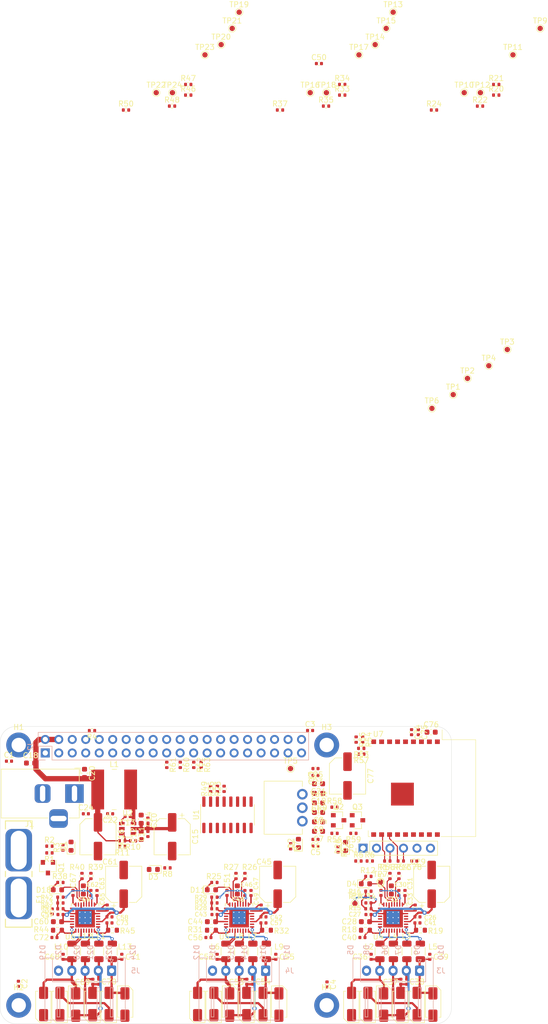
<source format=kicad_pcb>
(kicad_pcb (version 20171130) (host pcbnew 5.1.12-84ad8e8a86~92~ubuntu20.04.1)

  (general
    (thickness 1.6)
    (drawings 15)
    (tracks 1158)
    (zones 0)
    (modules 225)
    (nets 168)
  )

  (page A4)
  (layers
    (0 F.Cu signal)
    (1 In1.Cu power hide)
    (2 In2.Cu power hide)
    (31 B.Cu signal)
    (32 B.Adhes user hide)
    (33 F.Adhes user hide)
    (34 B.Paste user hide)
    (35 F.Paste user hide)
    (36 B.SilkS user hide)
    (37 F.SilkS user hide)
    (38 B.Mask user hide)
    (39 F.Mask user hide)
    (40 Dwgs.User user hide)
    (41 Cmts.User user hide)
    (42 Eco1.User user hide)
    (43 Eco2.User user hide)
    (44 Edge.Cuts user)
    (45 Margin user hide)
    (46 B.CrtYd user hide)
    (47 F.CrtYd user)
    (48 B.Fab user hide)
    (49 F.Fab user hide)
  )

  (setup
    (last_trace_width 0.25)
    (user_trace_width 0.2)
    (user_trace_width 0.25)
    (user_trace_width 0.3)
    (user_trace_width 0.35)
    (user_trace_width 0.4)
    (user_trace_width 0.45)
    (user_trace_width 0.5)
    (user_trace_width 0.6)
    (user_trace_width 0.7)
    (user_trace_width 0.8)
    (user_trace_width 0.9)
    (user_trace_width 1)
    (trace_clearance 0.2)
    (zone_clearance 0.25)
    (zone_45_only no)
    (trace_min 0.127)
    (via_size 0.8)
    (via_drill 0.4)
    (via_min_size 0.45)
    (via_min_drill 0.2)
    (user_via 0.45 0.2)
    (user_via 0.5 0.25)
    (user_via 0.6 0.3)
    (user_via 0.7 0.35)
    (user_via 0.8 0.4)
    (user_via 0.9 0.45)
    (user_via 1 0.5)
    (uvia_size 0.3)
    (uvia_drill 0.1)
    (uvias_allowed no)
    (uvia_min_size 0.2)
    (uvia_min_drill 0.1)
    (edge_width 0.05)
    (segment_width 0.2)
    (pcb_text_width 0.3)
    (pcb_text_size 1.5 1.5)
    (mod_edge_width 0.12)
    (mod_text_size 1 1)
    (mod_text_width 0.15)
    (pad_size 1.524 1.524)
    (pad_drill 0.762)
    (pad_to_mask_clearance 0)
    (aux_axis_origin 0 0)
    (visible_elements FFFFFF7F)
    (pcbplotparams
      (layerselection 0x010fc_ffffffff)
      (usegerberextensions false)
      (usegerberattributes true)
      (usegerberadvancedattributes true)
      (creategerberjobfile true)
      (excludeedgelayer true)
      (linewidth 0.100000)
      (plotframeref false)
      (viasonmask false)
      (mode 1)
      (useauxorigin false)
      (hpglpennumber 1)
      (hpglpenspeed 20)
      (hpglpendiameter 15.000000)
      (psnegative false)
      (psa4output false)
      (plotreference true)
      (plotvalue true)
      (plotinvisibletext false)
      (padsonsilk false)
      (subtractmaskfromsilk false)
      (outputformat 1)
      (mirror false)
      (drillshape 1)
      (scaleselection 1)
      (outputdirectory ""))
  )

  (net 0 "")
  (net 1 +12V)
  (net 2 GND)
  (net 3 +5V)
  (net 4 +3V3)
  (net 5 "/Motor driver 0/VREF")
  (net 6 /OA1_0)
  (net 7 /OA2_0)
  (net 8 /OB1_0)
  (net 9 /OB2_0)
  (net 10 "/Motor driver 1/VREF")
  (net 11 /OA1_1)
  (net 12 /OA2_1)
  (net 13 /OB1_1)
  (net 14 /OB2_1)
  (net 15 "/Motor driver 2/VREF")
  (net 16 /OA1_2)
  (net 17 /OA2_2)
  (net 18 /OB1_2)
  (net 19 /OB2_2)
  (net 20 "Net-(D1-Pad1)")
  (net 21 "Net-(D2-Pad1)")
  (net 22 "Net-(D3-Pad1)")
  (net 23 "Net-(D4-Pad1)")
  (net 24 "Net-(D11-Pad1)")
  (net 25 "Net-(D18-Pad1)")
  (net 26 "Net-(D26-Pad1)")
  (net 27 "Net-(F1-Pad1)")
  (net 28 "Net-(F1-Pad2)")
  (net 29 /GPIO2_PI)
  (net 30 /GPIO3_PI)
  (net 31 /GND_PI)
  (net 32 /GPIO4_PI)
  (net 33 "/UART_TX(14)_PI")
  (net 34 "/UART_RX(15)_PI")
  (net 35 /GPIO17_PI)
  (net 36 /GPIO18_PI)
  (net 37 /GPIO27_PI)
  (net 38 /GPIO22_PI)
  (net 39 /GPIO23_PI)
  (net 40 /GPIO24_PI)
  (net 41 "/MOSI(10)_PI")
  (net 42 "/MISO(9)_PI")
  (net 43 /GPIO25_PI)
  (net 44 "/CLK(11)_PI")
  (net 45 "/CE0(8)_PI")
  (net 46 /GPIO7_PI)
  (net 47 /GPIO0_PI)
  (net 48 /GPIO1_PI)
  (net 49 /GPIO5_PI)
  (net 50 /GPIO6_PI)
  (net 51 "/PWM0(12)_PI")
  (net 52 "/PWM1(13)_PI")
  (net 53 /GPIO19_PI)
  (net 54 /GPIO16_PI)
  (net 55 /GPIO26_PI)
  (net 56 /GPIO20_PI)
  (net 57 /GPIO21_PI)
  (net 58 "Net-(J3-Pad5)")
  (net 59 "Net-(J4-Pad5)")
  (net 60 "Net-(J5-Pad5)")
  (net 61 /ESP8266/~RTS_ESP)
  (net 62 /ESP8266/~DTR_ESP)
  (net 63 /ESP8266/RX_ESP)
  (net 64 /ESP8266/TX_ESP)
  (net 65 "/Motor driver 0/OA1_FILTERED")
  (net 66 "/Motor driver 0/OA2_FILTERED")
  (net 67 "/Motor driver 0/OB1_FILTERED")
  (net 68 "/Motor driver 0/OB2_FILTERED")
  (net 69 "/Motor driver 1/OA1_FILTERED")
  (net 70 "/Motor driver 1/OA2_FILTERED")
  (net 71 "/Motor driver 1/OB1_FILTERED")
  (net 72 "/Motor driver 1/OB2_FILTERED")
  (net 73 "/Motor driver 2/OA1_FILTERED")
  (net 74 "/Motor driver 2/OA2_FILTERED")
  (net 75 "/Motor driver 2/OB1_FILTERED")
  (net 76 "/Motor driver 2/OB2_FILTERED")
  (net 77 "Net-(Q1-Pad1)")
  (net 78 "Net-(Q2-Pad1)")
  (net 79 "Net-(Q3-Pad1)")
  (net 80 /ESP8266/ADC_ESP)
  (net 81 /GPIO4_ESP)
  (net 82 "/Motor driver 0/DIAG")
  (net 83 "/Motor driver 0/VREF_OVR")
  (net 84 "/Motor driver 0/MS1")
  (net 85 "/Motor driver 0/MS2")
  (net 86 "/PWM0_PI(12)")
  (net 87 "/Motor driver 0/~PDN_UART")
  (net 88 "/Motor driver 1/DIAG")
  (net 89 "/Motor driver 1/VREF_OVR")
  (net 90 "/Motor driver 1/MS1")
  (net 91 "/Motor driver 1/MS2")
  (net 92 "/PWM1_PI(13)")
  (net 93 "/Motor driver 1/~PDN_UART")
  (net 94 "/Motor driver 2/DIAG")
  (net 95 "/Motor driver 2/VREF_OVR")
  (net 96 "/Motor driver 2/MS1")
  (net 97 "/Motor driver 2/MS2")
  (net 98 "/Motor driver 2/~PDN_UART")
  (net 99 "Net-(U1-Pad1)")
  (net 100 "Net-(U1-Pad2)")
  (net 101 "Net-(U1-Pad4)")
  (net 102 "Net-(U1-Pad5)")
  (net 103 "Net-(U1-Pad12)")
  (net 104 "Net-(U4-Pad2)")
  (net 105 "Net-(U5-Pad2)")
  (net 106 "Net-(U6-Pad2)")
  (net 107 /ESP8266/~RST)
  (net 108 VD)
  (net 109 "Net-(C1-Pad2)")
  (net 110 "Net-(C2-Pad2)")
  (net 111 "Net-(C3-Pad2)")
  (net 112 "Net-(C4-Pad2)")
  (net 113 "Net-(C13-Pad2)")
  (net 114 "Net-(C13-Pad1)")
  (net 115 "Net-(C31-Pad1)")
  (net 116 "Net-(C33-Pad2)")
  (net 117 "Net-(C33-Pad1)")
  (net 118 "Net-(C40-Pad2)")
  (net 119 "Net-(C41-Pad2)")
  (net 120 "Net-(C47-Pad1)")
  (net 121 "Net-(C49-Pad2)")
  (net 122 "Net-(C49-Pad1)")
  (net 123 "Net-(C56-Pad2)")
  (net 124 "Net-(C57-Pad2)")
  (net 125 "Net-(C63-Pad1)")
  (net 126 "Net-(C65-Pad2)")
  (net 127 "Net-(C65-Pad1)")
  (net 128 "Net-(C72-Pad2)")
  (net 129 "Net-(C73-Pad2)")
  (net 130 "Net-(R10-Pad2)")
  (net 131 "/Motor driver 0/V5V_REF")
  (net 132 "/Motor driver 1/V5V_REF")
  (net 133 "/Motor driver 2/V5V_REF")
  (net 134 "Net-(U4-Pad31)")
  (net 135 "Net-(U4-Pad29)")
  (net 136 "Net-(U4-Pad28)")
  (net 137 "Net-(U4-Pad26)")
  (net 138 "Net-(U4-Pad23)")
  (net 139 "Net-(U4-Pad21)")
  (net 140 "Net-(U4-Pad4)")
  (net 141 "Net-(U5-Pad31)")
  (net 142 "Net-(U5-Pad29)")
  (net 143 "Net-(U5-Pad28)")
  (net 144 "Net-(U5-Pad26)")
  (net 145 "Net-(U5-Pad23)")
  (net 146 "Net-(U5-Pad21)")
  (net 147 "Net-(U5-Pad4)")
  (net 148 "Net-(U6-Pad31)")
  (net 149 "Net-(U6-Pad29)")
  (net 150 "Net-(U6-Pad28)")
  (net 151 "Net-(U6-Pad26)")
  (net 152 "Net-(U6-Pad23)")
  (net 153 "Net-(U6-Pad21)")
  (net 154 "Net-(U6-Pad4)")
  (net 155 "Net-(R23-Pad2)")
  (net 156 "Net-(R36-Pad2)")
  (net 157 "Net-(R49-Pad2)")
  (net 158 /ESP8266/GPIO5)
  (net 159 /ESP8266/GPIO0)
  (net 160 /ESP8266/GPIO2)
  (net 161 /ESP8266/EN)
  (net 162 /ESP8266/CS)
  (net 163 /ESP8266/MISO)
  (net 164 /ESP8266/MOSI)
  (net 165 /ESP8266/CLK)
  (net 166 /ESP8266/TX)
  (net 167 /ESP8266/RX)

  (net_class Default "This is the default net class."
    (clearance 0.2)
    (trace_width 0.25)
    (via_dia 0.8)
    (via_drill 0.4)
    (uvia_dia 0.3)
    (uvia_drill 0.1)
    (add_net +12V)
    (add_net +3V3)
    (add_net +5V)
    (add_net "/CE0(8)_PI")
    (add_net "/CLK(11)_PI")
    (add_net /ESP8266/ADC_ESP)
    (add_net /ESP8266/CLK)
    (add_net /ESP8266/CS)
    (add_net /ESP8266/EN)
    (add_net /ESP8266/GPIO0)
    (add_net /ESP8266/GPIO2)
    (add_net /ESP8266/GPIO5)
    (add_net /ESP8266/MISO)
    (add_net /ESP8266/MOSI)
    (add_net /ESP8266/RX)
    (add_net /ESP8266/RX_ESP)
    (add_net /ESP8266/TX)
    (add_net /ESP8266/TX_ESP)
    (add_net /ESP8266/~DTR_ESP)
    (add_net /ESP8266/~RST)
    (add_net /ESP8266/~RTS_ESP)
    (add_net /GND_PI)
    (add_net /GPIO0_PI)
    (add_net /GPIO16_PI)
    (add_net /GPIO17_PI)
    (add_net /GPIO18_PI)
    (add_net /GPIO19_PI)
    (add_net /GPIO1_PI)
    (add_net /GPIO20_PI)
    (add_net /GPIO21_PI)
    (add_net /GPIO22_PI)
    (add_net /GPIO23_PI)
    (add_net /GPIO24_PI)
    (add_net /GPIO25_PI)
    (add_net /GPIO26_PI)
    (add_net /GPIO27_PI)
    (add_net /GPIO2_PI)
    (add_net /GPIO3_PI)
    (add_net /GPIO4_ESP)
    (add_net /GPIO4_PI)
    (add_net /GPIO5_PI)
    (add_net /GPIO6_PI)
    (add_net /GPIO7_PI)
    (add_net "/MISO(9)_PI")
    (add_net "/MOSI(10)_PI")
    (add_net "/Motor driver 0/DIAG")
    (add_net "/Motor driver 0/MS1")
    (add_net "/Motor driver 0/MS2")
    (add_net "/Motor driver 0/OA1_FILTERED")
    (add_net "/Motor driver 0/OA2_FILTERED")
    (add_net "/Motor driver 0/OB1_FILTERED")
    (add_net "/Motor driver 0/OB2_FILTERED")
    (add_net "/Motor driver 0/V5V_REF")
    (add_net "/Motor driver 0/VREF")
    (add_net "/Motor driver 0/VREF_OVR")
    (add_net "/Motor driver 0/~PDN_UART")
    (add_net "/Motor driver 1/DIAG")
    (add_net "/Motor driver 1/MS1")
    (add_net "/Motor driver 1/MS2")
    (add_net "/Motor driver 1/OA1_FILTERED")
    (add_net "/Motor driver 1/OA2_FILTERED")
    (add_net "/Motor driver 1/OB1_FILTERED")
    (add_net "/Motor driver 1/OB2_FILTERED")
    (add_net "/Motor driver 1/V5V_REF")
    (add_net "/Motor driver 1/VREF")
    (add_net "/Motor driver 1/VREF_OVR")
    (add_net "/Motor driver 1/~PDN_UART")
    (add_net "/Motor driver 2/DIAG")
    (add_net "/Motor driver 2/MS1")
    (add_net "/Motor driver 2/MS2")
    (add_net "/Motor driver 2/OA1_FILTERED")
    (add_net "/Motor driver 2/OA2_FILTERED")
    (add_net "/Motor driver 2/OB1_FILTERED")
    (add_net "/Motor driver 2/OB2_FILTERED")
    (add_net "/Motor driver 2/V5V_REF")
    (add_net "/Motor driver 2/VREF")
    (add_net "/Motor driver 2/VREF_OVR")
    (add_net "/Motor driver 2/~PDN_UART")
    (add_net /OA1_0)
    (add_net /OA1_1)
    (add_net /OA1_2)
    (add_net /OA2_0)
    (add_net /OA2_1)
    (add_net /OA2_2)
    (add_net /OB1_0)
    (add_net /OB1_1)
    (add_net /OB1_2)
    (add_net /OB2_0)
    (add_net /OB2_1)
    (add_net /OB2_2)
    (add_net "/PWM0(12)_PI")
    (add_net "/PWM0_PI(12)")
    (add_net "/PWM1(13)_PI")
    (add_net "/PWM1_PI(13)")
    (add_net "/UART_RX(15)_PI")
    (add_net "/UART_TX(14)_PI")
    (add_net GND)
    (add_net "Net-(C1-Pad2)")
    (add_net "Net-(C13-Pad1)")
    (add_net "Net-(C13-Pad2)")
    (add_net "Net-(C2-Pad2)")
    (add_net "Net-(C3-Pad2)")
    (add_net "Net-(C31-Pad1)")
    (add_net "Net-(C33-Pad1)")
    (add_net "Net-(C33-Pad2)")
    (add_net "Net-(C4-Pad2)")
    (add_net "Net-(C40-Pad2)")
    (add_net "Net-(C41-Pad2)")
    (add_net "Net-(C47-Pad1)")
    (add_net "Net-(C49-Pad1)")
    (add_net "Net-(C49-Pad2)")
    (add_net "Net-(C56-Pad2)")
    (add_net "Net-(C57-Pad2)")
    (add_net "Net-(C63-Pad1)")
    (add_net "Net-(C65-Pad1)")
    (add_net "Net-(C65-Pad2)")
    (add_net "Net-(C72-Pad2)")
    (add_net "Net-(C73-Pad2)")
    (add_net "Net-(D1-Pad1)")
    (add_net "Net-(D11-Pad1)")
    (add_net "Net-(D18-Pad1)")
    (add_net "Net-(D2-Pad1)")
    (add_net "Net-(D26-Pad1)")
    (add_net "Net-(D3-Pad1)")
    (add_net "Net-(D4-Pad1)")
    (add_net "Net-(F1-Pad1)")
    (add_net "Net-(F1-Pad2)")
    (add_net "Net-(J3-Pad5)")
    (add_net "Net-(J4-Pad5)")
    (add_net "Net-(J5-Pad5)")
    (add_net "Net-(Q1-Pad1)")
    (add_net "Net-(Q2-Pad1)")
    (add_net "Net-(Q3-Pad1)")
    (add_net "Net-(R10-Pad2)")
    (add_net "Net-(R23-Pad2)")
    (add_net "Net-(R36-Pad2)")
    (add_net "Net-(R49-Pad2)")
    (add_net "Net-(U1-Pad1)")
    (add_net "Net-(U1-Pad12)")
    (add_net "Net-(U1-Pad2)")
    (add_net "Net-(U1-Pad4)")
    (add_net "Net-(U1-Pad5)")
    (add_net "Net-(U4-Pad2)")
    (add_net "Net-(U4-Pad21)")
    (add_net "Net-(U4-Pad23)")
    (add_net "Net-(U4-Pad26)")
    (add_net "Net-(U4-Pad28)")
    (add_net "Net-(U4-Pad29)")
    (add_net "Net-(U4-Pad31)")
    (add_net "Net-(U4-Pad4)")
    (add_net "Net-(U5-Pad2)")
    (add_net "Net-(U5-Pad21)")
    (add_net "Net-(U5-Pad23)")
    (add_net "Net-(U5-Pad26)")
    (add_net "Net-(U5-Pad28)")
    (add_net "Net-(U5-Pad29)")
    (add_net "Net-(U5-Pad31)")
    (add_net "Net-(U5-Pad4)")
    (add_net "Net-(U6-Pad2)")
    (add_net "Net-(U6-Pad21)")
    (add_net "Net-(U6-Pad23)")
    (add_net "Net-(U6-Pad26)")
    (add_net "Net-(U6-Pad28)")
    (add_net "Net-(U6-Pad29)")
    (add_net "Net-(U6-Pad31)")
    (add_net "Net-(U6-Pad4)")
    (add_net VD)
  )

  (module SaMcam_shield:Switching_Reg_3V3_500mA_Gaptec_LMO78_0.5A (layer F.Cu) (tedit 61AB716A) (tstamp 61AB7B32)
    (at 176.911 75.311 90)
    (path /60C6E8D2/618BC799)
    (fp_text reference U3 (at 5.8 1.7 90) (layer F.SilkS)
      (effects (font (size 1 1) (thickness 0.15)))
    )
    (fp_text value LMO78_0.5A (at 0 -9 90) (layer F.Fab)
      (effects (font (size 1 1) (thickness 0.15)))
    )
    (fp_text user Vout (at 2.54 4.826) (layer F.SilkS)
      (effects (font (size 1 1) (thickness 0.15)) (justify right))
    )
    (fp_text user GND (at 0 4.826) (layer F.SilkS)
      (effects (font (size 1 1) (thickness 0.15)) (justify right))
    )
    (fp_text user Vin (at -2.54 4.826) (layer F.SilkS)
      (effects (font (size 1 1) (thickness 0.15)) (justify right))
    )
    (fp_line (start 5 -7.2) (end 5 0) (layer F.SilkS) (width 0.12))
    (fp_line (start -4 0) (end -5 0) (layer F.SilkS) (width 0.12))
    (fp_line (start -5 -7.2) (end -5 0) (layer F.SilkS) (width 0.12))
    (fp_line (start -5 -7.2) (end 5 -7.2) (layer F.SilkS) (width 0.12))
    (fp_line (start 5 0) (end 4 0) (layer F.SilkS) (width 0.12))
    (fp_line (start -4 0) (end -5 0) (layer F.CrtYd) (width 0.05))
    (fp_line (start -5 0) (end -5 -7.2) (layer F.CrtYd) (width 0.05))
    (fp_line (start -5 -7.2) (end 5 -7.2) (layer F.CrtYd) (width 0.05))
    (fp_line (start 5 -7.2) (end 5 0) (layer F.CrtYd) (width 0.05))
    (fp_line (start 5 0) (end 4 0) (layer F.CrtYd) (width 0.05))
    (pad 3 thru_hole circle (at 2.54 0 90) (size 2 2) (drill 1.2) (layers *.Cu *.Mask)
      (net 4 +3V3))
    (pad 2 thru_hole circle (at 0 0 90) (size 2 2) (drill 1.2) (layers *.Cu *.Mask)
      (net 2 GND))
    (pad 1 thru_hole circle (at -2.54 0 90) (size 2 2) (drill 1.2) (layers *.Cu *.Mask)
      (net 1 +12V))
    (model ${KIPRJMOD}/packages3d/Switching_Reg_3V3_500mA_Gaptec_LMO78_0.5A.stp
      (at (xyz 0 0 0))
      (scale (xyz 1 1 1))
      (rotate (xyz 0 0 0))
    )
  )

  (module SaMcam_shield:CP_Elec_6.3x3 (layer F.Cu) (tedit 61A007AF) (tstamp 61960436)
    (at 185.42 69.342 270)
    (descr "SMD capacitor, aluminum electrolytic, Nichicon, 6.3x3.0mm")
    (tags "capacitor electrolytic")
    (path /61A0DE56/61A1CAB1)
    (attr smd)
    (fp_text reference C77 (at 0 -4.35 90) (layer F.SilkS)
      (effects (font (size 1 1) (thickness 0.15)))
    )
    (fp_text value "100 uF" (at 0 4.35 90) (layer F.Fab)
      (effects (font (size 1 1) (thickness 0.15)))
    )
    (fp_line (start -4.7 1.05) (end -3.55 1.05) (layer F.CrtYd) (width 0.05))
    (fp_line (start -4.7 -1.05) (end -4.7 1.05) (layer F.CrtYd) (width 0.05))
    (fp_line (start -3.55 -1.05) (end -4.7 -1.05) (layer F.CrtYd) (width 0.05))
    (fp_line (start -3.55 1.05) (end -3.55 2.4) (layer F.CrtYd) (width 0.05))
    (fp_line (start -3.55 -2.4) (end -3.55 -1.05) (layer F.CrtYd) (width 0.05))
    (fp_line (start -3.55 -2.4) (end -2.4 -3.55) (layer F.CrtYd) (width 0.05))
    (fp_line (start -3.55 2.4) (end -2.4 3.55) (layer F.CrtYd) (width 0.05))
    (fp_line (start -2.4 -3.55) (end 3.55 -3.55) (layer F.CrtYd) (width 0.05))
    (fp_line (start -2.4 3.55) (end 3.55 3.55) (layer F.CrtYd) (width 0.05))
    (fp_line (start 3.55 1.05) (end 3.55 3.55) (layer F.CrtYd) (width 0.05))
    (fp_line (start 4.7 1.05) (end 3.55 1.05) (layer F.CrtYd) (width 0.05))
    (fp_line (start 4.7 -1.05) (end 4.7 1.05) (layer F.CrtYd) (width 0.05))
    (fp_line (start 3.55 -1.05) (end 4.7 -1.05) (layer F.CrtYd) (width 0.05))
    (fp_line (start 3.55 -3.55) (end 3.55 -1.05) (layer F.CrtYd) (width 0.05))
    (fp_line (start -4.04375 -2.24125) (end -4.04375 -1.45375) (layer F.SilkS) (width 0.12))
    (fp_line (start -4.4375 -1.8475) (end -3.65 -1.8475) (layer F.SilkS) (width 0.12))
    (fp_line (start -3.41 2.345563) (end -2.345563 3.41) (layer F.SilkS) (width 0.12))
    (fp_line (start -3.41 -2.345563) (end -2.345563 -3.41) (layer F.SilkS) (width 0.12))
    (fp_line (start -3.41 -2.345563) (end -3.41 -1.06) (layer F.SilkS) (width 0.12))
    (fp_line (start -3.41 2.345563) (end -3.41 1.06) (layer F.SilkS) (width 0.12))
    (fp_line (start -2.345563 3.41) (end 3.41 3.41) (layer F.SilkS) (width 0.12))
    (fp_line (start -2.345563 -3.41) (end 3.41 -3.41) (layer F.SilkS) (width 0.12))
    (fp_line (start 3.41 -3.41) (end 3.41 -1.06) (layer F.SilkS) (width 0.12))
    (fp_line (start 3.41 3.41) (end 3.41 1.06) (layer F.SilkS) (width 0.12))
    (fp_line (start -2.389838 -1.645) (end -2.389838 -1.015) (layer F.Fab) (width 0.1))
    (fp_line (start -2.704838 -1.33) (end -2.074838 -1.33) (layer F.Fab) (width 0.1))
    (fp_line (start -3.3 2.3) (end -2.3 3.3) (layer F.Fab) (width 0.1))
    (fp_line (start -3.3 -2.3) (end -2.3 -3.3) (layer F.Fab) (width 0.1))
    (fp_line (start -3.3 -2.3) (end -3.3 2.3) (layer F.Fab) (width 0.1))
    (fp_line (start -2.3 3.3) (end 3.3 3.3) (layer F.Fab) (width 0.1))
    (fp_line (start -2.3 -3.3) (end 3.3 -3.3) (layer F.Fab) (width 0.1))
    (fp_line (start 3.3 -3.3) (end 3.3 3.3) (layer F.Fab) (width 0.1))
    (fp_circle (center 0 0) (end 3.15 0) (layer F.Fab) (width 0.1))
    (fp_text user %R (at 0 0 90) (layer F.Fab)
      (effects (font (size 1 1) (thickness 0.15)))
    )
    (pad 2 smd roundrect (at 2.7 0 270) (size 3.5 1.6) (layers F.Cu F.Paste F.Mask) (roundrect_rratio 0.15625)
      (net 2 GND))
    (pad 1 smd roundrect (at -2.7 0 270) (size 3.5 1.6) (layers F.Cu F.Paste F.Mask) (roundrect_rratio 0.15625)
      (net 4 +3V3))
    (model ${KIPRJMOD}/packages3d/CP_Elec_6.3x3.stp
      (at (xyz 0 0 0))
      (scale (xyz 1 1 1))
      (rotate (xyz -90 0 180))
    )
  )

  (module SaMcam_shield:CP_Elec_6.3x3 (layer F.Cu) (tedit 61A007AF) (tstamp 6196030F)
    (at 143.2696 89.7382 90)
    (descr "SMD capacitor, aluminum electrolytic, Nichicon, 6.3x3.0mm")
    (tags "capacitor electrolytic")
    (path /606B5506/604F4568)
    (attr smd)
    (fp_text reference C61 (at 4.2382 -2.5696 180) (layer F.SilkS)
      (effects (font (size 1 1) (thickness 0.15)))
    )
    (fp_text value "100 uF" (at 0 4.35 90) (layer F.Fab)
      (effects (font (size 1 1) (thickness 0.15)))
    )
    (fp_line (start -4.7 1.05) (end -3.55 1.05) (layer F.CrtYd) (width 0.05))
    (fp_line (start -4.7 -1.05) (end -4.7 1.05) (layer F.CrtYd) (width 0.05))
    (fp_line (start -3.55 -1.05) (end -4.7 -1.05) (layer F.CrtYd) (width 0.05))
    (fp_line (start -3.55 1.05) (end -3.55 2.4) (layer F.CrtYd) (width 0.05))
    (fp_line (start -3.55 -2.4) (end -3.55 -1.05) (layer F.CrtYd) (width 0.05))
    (fp_line (start -3.55 -2.4) (end -2.4 -3.55) (layer F.CrtYd) (width 0.05))
    (fp_line (start -3.55 2.4) (end -2.4 3.55) (layer F.CrtYd) (width 0.05))
    (fp_line (start -2.4 -3.55) (end 3.55 -3.55) (layer F.CrtYd) (width 0.05))
    (fp_line (start -2.4 3.55) (end 3.55 3.55) (layer F.CrtYd) (width 0.05))
    (fp_line (start 3.55 1.05) (end 3.55 3.55) (layer F.CrtYd) (width 0.05))
    (fp_line (start 4.7 1.05) (end 3.55 1.05) (layer F.CrtYd) (width 0.05))
    (fp_line (start 4.7 -1.05) (end 4.7 1.05) (layer F.CrtYd) (width 0.05))
    (fp_line (start 3.55 -1.05) (end 4.7 -1.05) (layer F.CrtYd) (width 0.05))
    (fp_line (start 3.55 -3.55) (end 3.55 -1.05) (layer F.CrtYd) (width 0.05))
    (fp_line (start -4.04375 -2.24125) (end -4.04375 -1.45375) (layer F.SilkS) (width 0.12))
    (fp_line (start -4.4375 -1.8475) (end -3.65 -1.8475) (layer F.SilkS) (width 0.12))
    (fp_line (start -3.41 2.345563) (end -2.345563 3.41) (layer F.SilkS) (width 0.12))
    (fp_line (start -3.41 -2.345563) (end -2.345563 -3.41) (layer F.SilkS) (width 0.12))
    (fp_line (start -3.41 -2.345563) (end -3.41 -1.06) (layer F.SilkS) (width 0.12))
    (fp_line (start -3.41 2.345563) (end -3.41 1.06) (layer F.SilkS) (width 0.12))
    (fp_line (start -2.345563 3.41) (end 3.41 3.41) (layer F.SilkS) (width 0.12))
    (fp_line (start -2.345563 -3.41) (end 3.41 -3.41) (layer F.SilkS) (width 0.12))
    (fp_line (start 3.41 -3.41) (end 3.41 -1.06) (layer F.SilkS) (width 0.12))
    (fp_line (start 3.41 3.41) (end 3.41 1.06) (layer F.SilkS) (width 0.12))
    (fp_line (start -2.389838 -1.645) (end -2.389838 -1.015) (layer F.Fab) (width 0.1))
    (fp_line (start -2.704838 -1.33) (end -2.074838 -1.33) (layer F.Fab) (width 0.1))
    (fp_line (start -3.3 2.3) (end -2.3 3.3) (layer F.Fab) (width 0.1))
    (fp_line (start -3.3 -2.3) (end -2.3 -3.3) (layer F.Fab) (width 0.1))
    (fp_line (start -3.3 -2.3) (end -3.3 2.3) (layer F.Fab) (width 0.1))
    (fp_line (start -2.3 3.3) (end 3.3 3.3) (layer F.Fab) (width 0.1))
    (fp_line (start -2.3 -3.3) (end 3.3 -3.3) (layer F.Fab) (width 0.1))
    (fp_line (start 3.3 -3.3) (end 3.3 3.3) (layer F.Fab) (width 0.1))
    (fp_circle (center 0 0) (end 3.15 0) (layer F.Fab) (width 0.1))
    (fp_text user %R (at 0 0 90) (layer F.Fab)
      (effects (font (size 1 1) (thickness 0.15)))
    )
    (pad 2 smd roundrect (at 2.7 0 90) (size 3.5 1.6) (layers F.Cu F.Paste F.Mask) (roundrect_rratio 0.15625)
      (net 2 GND))
    (pad 1 smd roundrect (at -2.7 0 90) (size 3.5 1.6) (layers F.Cu F.Paste F.Mask) (roundrect_rratio 0.15625)
      (net 1 +12V))
    (model ${KIPRJMOD}/packages3d/CP_Elec_6.3x3.stp
      (at (xyz 0 0 0))
      (scale (xyz 1 1 1))
      (rotate (xyz -90 0 180))
    )
  )

  (module SaMcam_shield:CP_Elec_6.3x3 (layer F.Cu) (tedit 61A007AF) (tstamp 619601E8)
    (at 172.2696 89.7382 90)
    (descr "SMD capacitor, aluminum electrolytic, Nichicon, 6.3x3.0mm")
    (tags "capacitor electrolytic")
    (path /606B2804/604F4568)
    (attr smd)
    (fp_text reference C45 (at 4.2382 -2.5696 180) (layer F.SilkS)
      (effects (font (size 1 1) (thickness 0.15)))
    )
    (fp_text value "100 uF" (at 0 4.35 90) (layer F.Fab)
      (effects (font (size 1 1) (thickness 0.15)))
    )
    (fp_line (start -4.7 1.05) (end -3.55 1.05) (layer F.CrtYd) (width 0.05))
    (fp_line (start -4.7 -1.05) (end -4.7 1.05) (layer F.CrtYd) (width 0.05))
    (fp_line (start -3.55 -1.05) (end -4.7 -1.05) (layer F.CrtYd) (width 0.05))
    (fp_line (start -3.55 1.05) (end -3.55 2.4) (layer F.CrtYd) (width 0.05))
    (fp_line (start -3.55 -2.4) (end -3.55 -1.05) (layer F.CrtYd) (width 0.05))
    (fp_line (start -3.55 -2.4) (end -2.4 -3.55) (layer F.CrtYd) (width 0.05))
    (fp_line (start -3.55 2.4) (end -2.4 3.55) (layer F.CrtYd) (width 0.05))
    (fp_line (start -2.4 -3.55) (end 3.55 -3.55) (layer F.CrtYd) (width 0.05))
    (fp_line (start -2.4 3.55) (end 3.55 3.55) (layer F.CrtYd) (width 0.05))
    (fp_line (start 3.55 1.05) (end 3.55 3.55) (layer F.CrtYd) (width 0.05))
    (fp_line (start 4.7 1.05) (end 3.55 1.05) (layer F.CrtYd) (width 0.05))
    (fp_line (start 4.7 -1.05) (end 4.7 1.05) (layer F.CrtYd) (width 0.05))
    (fp_line (start 3.55 -1.05) (end 4.7 -1.05) (layer F.CrtYd) (width 0.05))
    (fp_line (start 3.55 -3.55) (end 3.55 -1.05) (layer F.CrtYd) (width 0.05))
    (fp_line (start -4.04375 -2.24125) (end -4.04375 -1.45375) (layer F.SilkS) (width 0.12))
    (fp_line (start -4.4375 -1.8475) (end -3.65 -1.8475) (layer F.SilkS) (width 0.12))
    (fp_line (start -3.41 2.345563) (end -2.345563 3.41) (layer F.SilkS) (width 0.12))
    (fp_line (start -3.41 -2.345563) (end -2.345563 -3.41) (layer F.SilkS) (width 0.12))
    (fp_line (start -3.41 -2.345563) (end -3.41 -1.06) (layer F.SilkS) (width 0.12))
    (fp_line (start -3.41 2.345563) (end -3.41 1.06) (layer F.SilkS) (width 0.12))
    (fp_line (start -2.345563 3.41) (end 3.41 3.41) (layer F.SilkS) (width 0.12))
    (fp_line (start -2.345563 -3.41) (end 3.41 -3.41) (layer F.SilkS) (width 0.12))
    (fp_line (start 3.41 -3.41) (end 3.41 -1.06) (layer F.SilkS) (width 0.12))
    (fp_line (start 3.41 3.41) (end 3.41 1.06) (layer F.SilkS) (width 0.12))
    (fp_line (start -2.389838 -1.645) (end -2.389838 -1.015) (layer F.Fab) (width 0.1))
    (fp_line (start -2.704838 -1.33) (end -2.074838 -1.33) (layer F.Fab) (width 0.1))
    (fp_line (start -3.3 2.3) (end -2.3 3.3) (layer F.Fab) (width 0.1))
    (fp_line (start -3.3 -2.3) (end -2.3 -3.3) (layer F.Fab) (width 0.1))
    (fp_line (start -3.3 -2.3) (end -3.3 2.3) (layer F.Fab) (width 0.1))
    (fp_line (start -2.3 3.3) (end 3.3 3.3) (layer F.Fab) (width 0.1))
    (fp_line (start -2.3 -3.3) (end 3.3 -3.3) (layer F.Fab) (width 0.1))
    (fp_line (start 3.3 -3.3) (end 3.3 3.3) (layer F.Fab) (width 0.1))
    (fp_circle (center 0 0) (end 3.15 0) (layer F.Fab) (width 0.1))
    (fp_text user %R (at 0 0 90) (layer F.Fab)
      (effects (font (size 1 1) (thickness 0.15)))
    )
    (pad 2 smd roundrect (at 2.7 0 90) (size 3.5 1.6) (layers F.Cu F.Paste F.Mask) (roundrect_rratio 0.15625)
      (net 2 GND))
    (pad 1 smd roundrect (at -2.7 0 90) (size 3.5 1.6) (layers F.Cu F.Paste F.Mask) (roundrect_rratio 0.15625)
      (net 1 +12V))
    (model ${KIPRJMOD}/packages3d/CP_Elec_6.3x3.stp
      (at (xyz 0 0 0))
      (scale (xyz 1 1 1))
      (rotate (xyz -90 0 180))
    )
  )

  (module SaMcam_shield:CP_Elec_6.3x3 (layer F.Cu) (tedit 61A007AF) (tstamp 619D9BCF)
    (at 201.2696 89.7382 90)
    (descr "SMD capacitor, aluminum electrolytic, Nichicon, 6.3x3.0mm")
    (tags "capacitor electrolytic")
    (path /60355F25/604F4568)
    (attr smd)
    (fp_text reference C29 (at 4.2382 -2.5696 180) (layer F.SilkS)
      (effects (font (size 1 1) (thickness 0.15)))
    )
    (fp_text value "100 uF" (at 0 4.35 90) (layer F.Fab)
      (effects (font (size 1 1) (thickness 0.15)))
    )
    (fp_line (start -4.7 1.05) (end -3.55 1.05) (layer F.CrtYd) (width 0.05))
    (fp_line (start -4.7 -1.05) (end -4.7 1.05) (layer F.CrtYd) (width 0.05))
    (fp_line (start -3.55 -1.05) (end -4.7 -1.05) (layer F.CrtYd) (width 0.05))
    (fp_line (start -3.55 1.05) (end -3.55 2.4) (layer F.CrtYd) (width 0.05))
    (fp_line (start -3.55 -2.4) (end -3.55 -1.05) (layer F.CrtYd) (width 0.05))
    (fp_line (start -3.55 -2.4) (end -2.4 -3.55) (layer F.CrtYd) (width 0.05))
    (fp_line (start -3.55 2.4) (end -2.4 3.55) (layer F.CrtYd) (width 0.05))
    (fp_line (start -2.4 -3.55) (end 3.55 -3.55) (layer F.CrtYd) (width 0.05))
    (fp_line (start -2.4 3.55) (end 3.55 3.55) (layer F.CrtYd) (width 0.05))
    (fp_line (start 3.55 1.05) (end 3.55 3.55) (layer F.CrtYd) (width 0.05))
    (fp_line (start 4.7 1.05) (end 3.55 1.05) (layer F.CrtYd) (width 0.05))
    (fp_line (start 4.7 -1.05) (end 4.7 1.05) (layer F.CrtYd) (width 0.05))
    (fp_line (start 3.55 -1.05) (end 4.7 -1.05) (layer F.CrtYd) (width 0.05))
    (fp_line (start 3.55 -3.55) (end 3.55 -1.05) (layer F.CrtYd) (width 0.05))
    (fp_line (start -4.04375 -2.24125) (end -4.04375 -1.45375) (layer F.SilkS) (width 0.12))
    (fp_line (start -4.4375 -1.8475) (end -3.65 -1.8475) (layer F.SilkS) (width 0.12))
    (fp_line (start -3.41 2.345563) (end -2.345563 3.41) (layer F.SilkS) (width 0.12))
    (fp_line (start -3.41 -2.345563) (end -2.345563 -3.41) (layer F.SilkS) (width 0.12))
    (fp_line (start -3.41 -2.345563) (end -3.41 -1.06) (layer F.SilkS) (width 0.12))
    (fp_line (start -3.41 2.345563) (end -3.41 1.06) (layer F.SilkS) (width 0.12))
    (fp_line (start -2.345563 3.41) (end 3.41 3.41) (layer F.SilkS) (width 0.12))
    (fp_line (start -2.345563 -3.41) (end 3.41 -3.41) (layer F.SilkS) (width 0.12))
    (fp_line (start 3.41 -3.41) (end 3.41 -1.06) (layer F.SilkS) (width 0.12))
    (fp_line (start 3.41 3.41) (end 3.41 1.06) (layer F.SilkS) (width 0.12))
    (fp_line (start -2.389838 -1.645) (end -2.389838 -1.015) (layer F.Fab) (width 0.1))
    (fp_line (start -2.704838 -1.33) (end -2.074838 -1.33) (layer F.Fab) (width 0.1))
    (fp_line (start -3.3 2.3) (end -2.3 3.3) (layer F.Fab) (width 0.1))
    (fp_line (start -3.3 -2.3) (end -2.3 -3.3) (layer F.Fab) (width 0.1))
    (fp_line (start -3.3 -2.3) (end -3.3 2.3) (layer F.Fab) (width 0.1))
    (fp_line (start -2.3 3.3) (end 3.3 3.3) (layer F.Fab) (width 0.1))
    (fp_line (start -2.3 -3.3) (end 3.3 -3.3) (layer F.Fab) (width 0.1))
    (fp_line (start 3.3 -3.3) (end 3.3 3.3) (layer F.Fab) (width 0.1))
    (fp_circle (center 0 0) (end 3.15 0) (layer F.Fab) (width 0.1))
    (fp_text user %R (at 0 0 90) (layer F.Fab)
      (effects (font (size 1 1) (thickness 0.15)))
    )
    (pad 2 smd roundrect (at 2.7 0 90) (size 3.5 1.6) (layers F.Cu F.Paste F.Mask) (roundrect_rratio 0.15625)
      (net 2 GND))
    (pad 1 smd roundrect (at -2.7 0 90) (size 3.5 1.6) (layers F.Cu F.Paste F.Mask) (roundrect_rratio 0.15625)
      (net 1 +12V))
    (model ${KIPRJMOD}/packages3d/CP_Elec_6.3x3.stp
      (at (xyz 0 0 0))
      (scale (xyz 1 1 1))
      (rotate (xyz -90 0 180))
    )
  )

  (module SaMcam_shield:CP_Elec_6.3x3 (layer F.Cu) (tedit 61A007AF) (tstamp 61A4BEE3)
    (at 138.43 80.772 270)
    (descr "SMD capacitor, aluminum electrolytic, Nichicon, 6.3x3.0mm")
    (tags "capacitor electrolytic")
    (path /60C6E8D2/604BCA5A)
    (attr smd)
    (fp_text reference C16 (at 0 -4.35 90) (layer F.SilkS)
      (effects (font (size 1 1) (thickness 0.15)))
    )
    (fp_text value "100 uF" (at 0 4.35 90) (layer F.Fab)
      (effects (font (size 1 1) (thickness 0.15)))
    )
    (fp_line (start -4.7 1.05) (end -3.55 1.05) (layer F.CrtYd) (width 0.05))
    (fp_line (start -4.7 -1.05) (end -4.7 1.05) (layer F.CrtYd) (width 0.05))
    (fp_line (start -3.55 -1.05) (end -4.7 -1.05) (layer F.CrtYd) (width 0.05))
    (fp_line (start -3.55 1.05) (end -3.55 2.4) (layer F.CrtYd) (width 0.05))
    (fp_line (start -3.55 -2.4) (end -3.55 -1.05) (layer F.CrtYd) (width 0.05))
    (fp_line (start -3.55 -2.4) (end -2.4 -3.55) (layer F.CrtYd) (width 0.05))
    (fp_line (start -3.55 2.4) (end -2.4 3.55) (layer F.CrtYd) (width 0.05))
    (fp_line (start -2.4 -3.55) (end 3.55 -3.55) (layer F.CrtYd) (width 0.05))
    (fp_line (start -2.4 3.55) (end 3.55 3.55) (layer F.CrtYd) (width 0.05))
    (fp_line (start 3.55 1.05) (end 3.55 3.55) (layer F.CrtYd) (width 0.05))
    (fp_line (start 4.7 1.05) (end 3.55 1.05) (layer F.CrtYd) (width 0.05))
    (fp_line (start 4.7 -1.05) (end 4.7 1.05) (layer F.CrtYd) (width 0.05))
    (fp_line (start 3.55 -1.05) (end 4.7 -1.05) (layer F.CrtYd) (width 0.05))
    (fp_line (start 3.55 -3.55) (end 3.55 -1.05) (layer F.CrtYd) (width 0.05))
    (fp_line (start -4.04375 -2.24125) (end -4.04375 -1.45375) (layer F.SilkS) (width 0.12))
    (fp_line (start -4.4375 -1.8475) (end -3.65 -1.8475) (layer F.SilkS) (width 0.12))
    (fp_line (start -3.41 2.345563) (end -2.345563 3.41) (layer F.SilkS) (width 0.12))
    (fp_line (start -3.41 -2.345563) (end -2.345563 -3.41) (layer F.SilkS) (width 0.12))
    (fp_line (start -3.41 -2.345563) (end -3.41 -1.06) (layer F.SilkS) (width 0.12))
    (fp_line (start -3.41 2.345563) (end -3.41 1.06) (layer F.SilkS) (width 0.12))
    (fp_line (start -2.345563 3.41) (end 3.41 3.41) (layer F.SilkS) (width 0.12))
    (fp_line (start -2.345563 -3.41) (end 3.41 -3.41) (layer F.SilkS) (width 0.12))
    (fp_line (start 3.41 -3.41) (end 3.41 -1.06) (layer F.SilkS) (width 0.12))
    (fp_line (start 3.41 3.41) (end 3.41 1.06) (layer F.SilkS) (width 0.12))
    (fp_line (start -2.389838 -1.645) (end -2.389838 -1.015) (layer F.Fab) (width 0.1))
    (fp_line (start -2.704838 -1.33) (end -2.074838 -1.33) (layer F.Fab) (width 0.1))
    (fp_line (start -3.3 2.3) (end -2.3 3.3) (layer F.Fab) (width 0.1))
    (fp_line (start -3.3 -2.3) (end -2.3 -3.3) (layer F.Fab) (width 0.1))
    (fp_line (start -3.3 -2.3) (end -3.3 2.3) (layer F.Fab) (width 0.1))
    (fp_line (start -2.3 3.3) (end 3.3 3.3) (layer F.Fab) (width 0.1))
    (fp_line (start -2.3 -3.3) (end 3.3 -3.3) (layer F.Fab) (width 0.1))
    (fp_line (start 3.3 -3.3) (end 3.3 3.3) (layer F.Fab) (width 0.1))
    (fp_circle (center 0 0) (end 3.15 0) (layer F.Fab) (width 0.1))
    (fp_text user %R (at 0 0 90) (layer F.Fab)
      (effects (font (size 1 1) (thickness 0.15)))
    )
    (pad 2 smd roundrect (at 2.7 0 270) (size 3.5 1.6) (layers F.Cu F.Paste F.Mask) (roundrect_rratio 0.15625)
      (net 2 GND))
    (pad 1 smd roundrect (at -2.7 0 270) (size 3.5 1.6) (layers F.Cu F.Paste F.Mask) (roundrect_rratio 0.15625)
      (net 3 +5V))
    (model ${KIPRJMOD}/packages3d/CP_Elec_6.3x3.stp
      (at (xyz 0 0 0))
      (scale (xyz 1 1 1))
      (rotate (xyz -90 0 180))
    )
  )

  (module SaMcam_shield:CP_Elec_6.3x3 (layer F.Cu) (tedit 61A007AF) (tstamp 61A46D33)
    (at 152.4 80.772 270)
    (descr "SMD capacitor, aluminum electrolytic, Nichicon, 6.3x3.0mm")
    (tags "capacitor electrolytic")
    (path /60C6E8D2/60456F66)
    (attr smd)
    (fp_text reference C15 (at 0 -4.35 90) (layer F.SilkS)
      (effects (font (size 1 1) (thickness 0.15)))
    )
    (fp_text value "100 uF" (at 0 4.35 90) (layer F.Fab)
      (effects (font (size 1 1) (thickness 0.15)))
    )
    (fp_line (start -4.7 1.05) (end -3.55 1.05) (layer F.CrtYd) (width 0.05))
    (fp_line (start -4.7 -1.05) (end -4.7 1.05) (layer F.CrtYd) (width 0.05))
    (fp_line (start -3.55 -1.05) (end -4.7 -1.05) (layer F.CrtYd) (width 0.05))
    (fp_line (start -3.55 1.05) (end -3.55 2.4) (layer F.CrtYd) (width 0.05))
    (fp_line (start -3.55 -2.4) (end -3.55 -1.05) (layer F.CrtYd) (width 0.05))
    (fp_line (start -3.55 -2.4) (end -2.4 -3.55) (layer F.CrtYd) (width 0.05))
    (fp_line (start -3.55 2.4) (end -2.4 3.55) (layer F.CrtYd) (width 0.05))
    (fp_line (start -2.4 -3.55) (end 3.55 -3.55) (layer F.CrtYd) (width 0.05))
    (fp_line (start -2.4 3.55) (end 3.55 3.55) (layer F.CrtYd) (width 0.05))
    (fp_line (start 3.55 1.05) (end 3.55 3.55) (layer F.CrtYd) (width 0.05))
    (fp_line (start 4.7 1.05) (end 3.55 1.05) (layer F.CrtYd) (width 0.05))
    (fp_line (start 4.7 -1.05) (end 4.7 1.05) (layer F.CrtYd) (width 0.05))
    (fp_line (start 3.55 -1.05) (end 4.7 -1.05) (layer F.CrtYd) (width 0.05))
    (fp_line (start 3.55 -3.55) (end 3.55 -1.05) (layer F.CrtYd) (width 0.05))
    (fp_line (start -4.04375 -2.24125) (end -4.04375 -1.45375) (layer F.SilkS) (width 0.12))
    (fp_line (start -4.4375 -1.8475) (end -3.65 -1.8475) (layer F.SilkS) (width 0.12))
    (fp_line (start -3.41 2.345563) (end -2.345563 3.41) (layer F.SilkS) (width 0.12))
    (fp_line (start -3.41 -2.345563) (end -2.345563 -3.41) (layer F.SilkS) (width 0.12))
    (fp_line (start -3.41 -2.345563) (end -3.41 -1.06) (layer F.SilkS) (width 0.12))
    (fp_line (start -3.41 2.345563) (end -3.41 1.06) (layer F.SilkS) (width 0.12))
    (fp_line (start -2.345563 3.41) (end 3.41 3.41) (layer F.SilkS) (width 0.12))
    (fp_line (start -2.345563 -3.41) (end 3.41 -3.41) (layer F.SilkS) (width 0.12))
    (fp_line (start 3.41 -3.41) (end 3.41 -1.06) (layer F.SilkS) (width 0.12))
    (fp_line (start 3.41 3.41) (end 3.41 1.06) (layer F.SilkS) (width 0.12))
    (fp_line (start -2.389838 -1.645) (end -2.389838 -1.015) (layer F.Fab) (width 0.1))
    (fp_line (start -2.704838 -1.33) (end -2.074838 -1.33) (layer F.Fab) (width 0.1))
    (fp_line (start -3.3 2.3) (end -2.3 3.3) (layer F.Fab) (width 0.1))
    (fp_line (start -3.3 -2.3) (end -2.3 -3.3) (layer F.Fab) (width 0.1))
    (fp_line (start -3.3 -2.3) (end -3.3 2.3) (layer F.Fab) (width 0.1))
    (fp_line (start -2.3 3.3) (end 3.3 3.3) (layer F.Fab) (width 0.1))
    (fp_line (start -2.3 -3.3) (end 3.3 -3.3) (layer F.Fab) (width 0.1))
    (fp_line (start 3.3 -3.3) (end 3.3 3.3) (layer F.Fab) (width 0.1))
    (fp_circle (center 0 0) (end 3.15 0) (layer F.Fab) (width 0.1))
    (fp_text user %R (at 0 0 90) (layer F.Fab)
      (effects (font (size 1 1) (thickness 0.15)))
    )
    (pad 2 smd roundrect (at 2.7 0 270) (size 3.5 1.6) (layers F.Cu F.Paste F.Mask) (roundrect_rratio 0.15625)
      (net 2 GND))
    (pad 1 smd roundrect (at -2.7 0 270) (size 3.5 1.6) (layers F.Cu F.Paste F.Mask) (roundrect_rratio 0.15625)
      (net 1 +12V))
    (model ${KIPRJMOD}/packages3d/CP_Elec_6.3x3.stp
      (at (xyz 0 0 0))
      (scale (xyz 1 1 1))
      (rotate (xyz -90 0 180))
    )
  )

  (module Resistor_SMD:R_0402_1005Metric (layer F.Cu) (tedit 5F68FEEE) (tstamp 61A04CA3)
    (at 159.639 71.755 90)
    (descr "Resistor SMD 0402 (1005 Metric), square (rectangular) end terminal, IPC_7351 nominal, (Body size source: IPC-SM-782 page 72, https://www.pcb-3d.com/wordpress/wp-content/uploads/ipc-sm-782a_amendment_1_and_2.pdf), generated with kicad-footprint-generator")
    (tags resistor)
    (path /606B5506/61A30EF2)
    (attr smd)
    (fp_text reference R49 (at 0 -1.17 90) (layer F.SilkS)
      (effects (font (size 1 1) (thickness 0.15)))
    )
    (fp_text value 470R (at 0 1.17 90) (layer F.Fab)
      (effects (font (size 1 1) (thickness 0.15)))
    )
    (fp_line (start -0.525 0.27) (end -0.525 -0.27) (layer F.Fab) (width 0.1))
    (fp_line (start -0.525 -0.27) (end 0.525 -0.27) (layer F.Fab) (width 0.1))
    (fp_line (start 0.525 -0.27) (end 0.525 0.27) (layer F.Fab) (width 0.1))
    (fp_line (start 0.525 0.27) (end -0.525 0.27) (layer F.Fab) (width 0.1))
    (fp_line (start -0.153641 -0.38) (end 0.153641 -0.38) (layer F.SilkS) (width 0.12))
    (fp_line (start -0.153641 0.38) (end 0.153641 0.38) (layer F.SilkS) (width 0.12))
    (fp_line (start -0.93 0.47) (end -0.93 -0.47) (layer F.CrtYd) (width 0.05))
    (fp_line (start -0.93 -0.47) (end 0.93 -0.47) (layer F.CrtYd) (width 0.05))
    (fp_line (start 0.93 -0.47) (end 0.93 0.47) (layer F.CrtYd) (width 0.05))
    (fp_line (start 0.93 0.47) (end -0.93 0.47) (layer F.CrtYd) (width 0.05))
    (fp_text user %R (at 0 0 90) (layer F.Fab)
      (effects (font (size 0.26 0.26) (thickness 0.04)))
    )
    (pad 2 smd roundrect (at 0.51 0 90) (size 0.54 0.64) (layers F.Cu F.Paste F.Mask) (roundrect_rratio 0.25)
      (net 157 "Net-(R49-Pad2)"))
    (pad 1 smd roundrect (at -0.51 0 90) (size 0.54 0.64) (layers F.Cu F.Paste F.Mask) (roundrect_rratio 0.25)
      (net 98 "/Motor driver 2/~PDN_UART"))
    (model ${KISYS3DMOD}/Resistor_SMD.3dshapes/R_0402_1005Metric.wrl
      (at (xyz 0 0 0))
      (scale (xyz 1 1 1))
      (rotate (xyz 0 0 0))
    )
  )

  (module Resistor_SMD:R_0402_1005Metric (layer F.Cu) (tedit 5F68FEEE) (tstamp 61A04BD2)
    (at 160.909 71.755 90)
    (descr "Resistor SMD 0402 (1005 Metric), square (rectangular) end terminal, IPC_7351 nominal, (Body size source: IPC-SM-782 page 72, https://www.pcb-3d.com/wordpress/wp-content/uploads/ipc-sm-782a_amendment_1_and_2.pdf), generated with kicad-footprint-generator")
    (tags resistor)
    (path /606B2804/61A30EF2)
    (attr smd)
    (fp_text reference R36 (at 0 -1.17 90) (layer F.SilkS)
      (effects (font (size 1 1) (thickness 0.15)))
    )
    (fp_text value 470R (at 0 1.17 90) (layer F.Fab)
      (effects (font (size 1 1) (thickness 0.15)))
    )
    (fp_line (start -0.525 0.27) (end -0.525 -0.27) (layer F.Fab) (width 0.1))
    (fp_line (start -0.525 -0.27) (end 0.525 -0.27) (layer F.Fab) (width 0.1))
    (fp_line (start 0.525 -0.27) (end 0.525 0.27) (layer F.Fab) (width 0.1))
    (fp_line (start 0.525 0.27) (end -0.525 0.27) (layer F.Fab) (width 0.1))
    (fp_line (start -0.153641 -0.38) (end 0.153641 -0.38) (layer F.SilkS) (width 0.12))
    (fp_line (start -0.153641 0.38) (end 0.153641 0.38) (layer F.SilkS) (width 0.12))
    (fp_line (start -0.93 0.47) (end -0.93 -0.47) (layer F.CrtYd) (width 0.05))
    (fp_line (start -0.93 -0.47) (end 0.93 -0.47) (layer F.CrtYd) (width 0.05))
    (fp_line (start 0.93 -0.47) (end 0.93 0.47) (layer F.CrtYd) (width 0.05))
    (fp_line (start 0.93 0.47) (end -0.93 0.47) (layer F.CrtYd) (width 0.05))
    (fp_text user %R (at 0 0 90) (layer F.Fab)
      (effects (font (size 0.26 0.26) (thickness 0.04)))
    )
    (pad 2 smd roundrect (at 0.51 0 90) (size 0.54 0.64) (layers F.Cu F.Paste F.Mask) (roundrect_rratio 0.25)
      (net 156 "Net-(R36-Pad2)"))
    (pad 1 smd roundrect (at -0.51 0 90) (size 0.54 0.64) (layers F.Cu F.Paste F.Mask) (roundrect_rratio 0.25)
      (net 93 "/Motor driver 1/~PDN_UART"))
    (model ${KISYS3DMOD}/Resistor_SMD.3dshapes/R_0402_1005Metric.wrl
      (at (xyz 0 0 0))
      (scale (xyz 1 1 1))
      (rotate (xyz 0 0 0))
    )
  )

  (module Resistor_SMD:R_0402_1005Metric (layer F.Cu) (tedit 5F68FEEE) (tstamp 61A04B01)
    (at 162.179 71.755 90)
    (descr "Resistor SMD 0402 (1005 Metric), square (rectangular) end terminal, IPC_7351 nominal, (Body size source: IPC-SM-782 page 72, https://www.pcb-3d.com/wordpress/wp-content/uploads/ipc-sm-782a_amendment_1_and_2.pdf), generated with kicad-footprint-generator")
    (tags resistor)
    (path /60355F25/61A30EF2)
    (attr smd)
    (fp_text reference R23 (at 0 -1.17 90) (layer F.SilkS)
      (effects (font (size 1 1) (thickness 0.15)))
    )
    (fp_text value 470R (at 0 1.17 90) (layer F.Fab)
      (effects (font (size 1 1) (thickness 0.15)))
    )
    (fp_line (start -0.525 0.27) (end -0.525 -0.27) (layer F.Fab) (width 0.1))
    (fp_line (start -0.525 -0.27) (end 0.525 -0.27) (layer F.Fab) (width 0.1))
    (fp_line (start 0.525 -0.27) (end 0.525 0.27) (layer F.Fab) (width 0.1))
    (fp_line (start 0.525 0.27) (end -0.525 0.27) (layer F.Fab) (width 0.1))
    (fp_line (start -0.153641 -0.38) (end 0.153641 -0.38) (layer F.SilkS) (width 0.12))
    (fp_line (start -0.153641 0.38) (end 0.153641 0.38) (layer F.SilkS) (width 0.12))
    (fp_line (start -0.93 0.47) (end -0.93 -0.47) (layer F.CrtYd) (width 0.05))
    (fp_line (start -0.93 -0.47) (end 0.93 -0.47) (layer F.CrtYd) (width 0.05))
    (fp_line (start 0.93 -0.47) (end 0.93 0.47) (layer F.CrtYd) (width 0.05))
    (fp_line (start 0.93 0.47) (end -0.93 0.47) (layer F.CrtYd) (width 0.05))
    (fp_text user %R (at 0 0 90) (layer F.Fab)
      (effects (font (size 0.26 0.26) (thickness 0.04)))
    )
    (pad 2 smd roundrect (at 0.51 0 90) (size 0.54 0.64) (layers F.Cu F.Paste F.Mask) (roundrect_rratio 0.25)
      (net 155 "Net-(R23-Pad2)"))
    (pad 1 smd roundrect (at -0.51 0 90) (size 0.54 0.64) (layers F.Cu F.Paste F.Mask) (roundrect_rratio 0.25)
      (net 87 "/Motor driver 0/~PDN_UART"))
    (model ${KISYS3DMOD}/Resistor_SMD.3dshapes/R_0402_1005Metric.wrl
      (at (xyz 0 0 0))
      (scale (xyz 1 1 1))
      (rotate (xyz 0 0 0))
    )
  )

  (module Resistor_SMD:R_0402_1005Metric (layer F.Cu) (tedit 5F68FEEE) (tstamp 61960C24)
    (at 135.411866 88.1634 90)
    (descr "Resistor SMD 0402 (1005 Metric), square (rectangular) end terminal, IPC_7351 nominal, (Body size source: IPC-SM-782 page 72, https://www.pcb-3d.com/wordpress/wp-content/uploads/ipc-sm-782a_amendment_1_and_2.pdf), generated with kicad-footprint-generator")
    (tags resistor)
    (path /606B5506/61B62C1C)
    (attr smd)
    (fp_text reference R40 (at 1.6634 -0.911866 180) (layer F.SilkS)
      (effects (font (size 1 1) (thickness 0.15)))
    )
    (fp_text value "3.4 k" (at 0 1.17 90) (layer F.Fab)
      (effects (font (size 1 1) (thickness 0.15)))
    )
    (fp_line (start -0.525 0.27) (end -0.525 -0.27) (layer F.Fab) (width 0.1))
    (fp_line (start -0.525 -0.27) (end 0.525 -0.27) (layer F.Fab) (width 0.1))
    (fp_line (start 0.525 -0.27) (end 0.525 0.27) (layer F.Fab) (width 0.1))
    (fp_line (start 0.525 0.27) (end -0.525 0.27) (layer F.Fab) (width 0.1))
    (fp_line (start -0.153641 -0.38) (end 0.153641 -0.38) (layer F.SilkS) (width 0.12))
    (fp_line (start -0.153641 0.38) (end 0.153641 0.38) (layer F.SilkS) (width 0.12))
    (fp_line (start -0.93 0.47) (end -0.93 -0.47) (layer F.CrtYd) (width 0.05))
    (fp_line (start -0.93 -0.47) (end 0.93 -0.47) (layer F.CrtYd) (width 0.05))
    (fp_line (start 0.93 -0.47) (end 0.93 0.47) (layer F.CrtYd) (width 0.05))
    (fp_line (start 0.93 0.47) (end -0.93 0.47) (layer F.CrtYd) (width 0.05))
    (fp_text user %R (at 0 0 90) (layer F.Fab)
      (effects (font (size 0.26 0.26) (thickness 0.04)))
    )
    (pad 2 smd roundrect (at 0.51 0 90) (size 0.54 0.64) (layers F.Cu F.Paste F.Mask) (roundrect_rratio 0.25)
      (net 108 VD))
    (pad 1 smd roundrect (at -0.51 0 90) (size 0.54 0.64) (layers F.Cu F.Paste F.Mask) (roundrect_rratio 0.25)
      (net 97 "/Motor driver 2/MS2"))
    (model ${KISYS3DMOD}/Resistor_SMD.3dshapes/R_0402_1005Metric.wrl
      (at (xyz 0 0 0))
      (scale (xyz 1 1 1))
      (rotate (xyz 0 0 0))
    )
  )

  (module Resistor_SMD:R_0402_1005Metric (layer F.Cu) (tedit 5F68FEEE) (tstamp 61960C13)
    (at 137.0974 88.1634 90)
    (descr "Resistor SMD 0402 (1005 Metric), square (rectangular) end terminal, IPC_7351 nominal, (Body size source: IPC-SM-782 page 72, https://www.pcb-3d.com/wordpress/wp-content/uploads/ipc-sm-782a_amendment_1_and_2.pdf), generated with kicad-footprint-generator")
    (tags resistor)
    (path /606B5506/6039C2BD)
    (attr smd)
    (fp_text reference R39 (at 1.6634 0.9026 180) (layer F.SilkS)
      (effects (font (size 1 1) (thickness 0.15)))
    )
    (fp_text value "3.4 k" (at 0 1.17 90) (layer F.Fab)
      (effects (font (size 1 1) (thickness 0.15)))
    )
    (fp_line (start -0.525 0.27) (end -0.525 -0.27) (layer F.Fab) (width 0.1))
    (fp_line (start -0.525 -0.27) (end 0.525 -0.27) (layer F.Fab) (width 0.1))
    (fp_line (start 0.525 -0.27) (end 0.525 0.27) (layer F.Fab) (width 0.1))
    (fp_line (start 0.525 0.27) (end -0.525 0.27) (layer F.Fab) (width 0.1))
    (fp_line (start -0.153641 -0.38) (end 0.153641 -0.38) (layer F.SilkS) (width 0.12))
    (fp_line (start -0.153641 0.38) (end 0.153641 0.38) (layer F.SilkS) (width 0.12))
    (fp_line (start -0.93 0.47) (end -0.93 -0.47) (layer F.CrtYd) (width 0.05))
    (fp_line (start -0.93 -0.47) (end 0.93 -0.47) (layer F.CrtYd) (width 0.05))
    (fp_line (start 0.93 -0.47) (end 0.93 0.47) (layer F.CrtYd) (width 0.05))
    (fp_line (start 0.93 0.47) (end -0.93 0.47) (layer F.CrtYd) (width 0.05))
    (fp_text user %R (at 0 0 90) (layer F.Fab)
      (effects (font (size 0.26 0.26) (thickness 0.04)))
    )
    (pad 2 smd roundrect (at 0.51 0 90) (size 0.54 0.64) (layers F.Cu F.Paste F.Mask) (roundrect_rratio 0.25)
      (net 108 VD))
    (pad 1 smd roundrect (at -0.51 0 90) (size 0.54 0.64) (layers F.Cu F.Paste F.Mask) (roundrect_rratio 0.25)
      (net 96 "/Motor driver 2/MS1"))
    (model ${KISYS3DMOD}/Resistor_SMD.3dshapes/R_0402_1005Metric.wrl
      (at (xyz 0 0 0))
      (scale (xyz 1 1 1))
      (rotate (xyz 0 0 0))
    )
  )

  (module Resistor_SMD:R_0402_1005Metric (layer F.Cu) (tedit 5F68FEEE) (tstamp 61960B36)
    (at 164.411866 88.1634 90)
    (descr "Resistor SMD 0402 (1005 Metric), square (rectangular) end terminal, IPC_7351 nominal, (Body size source: IPC-SM-782 page 72, https://www.pcb-3d.com/wordpress/wp-content/uploads/ipc-sm-782a_amendment_1_and_2.pdf), generated with kicad-footprint-generator")
    (tags resistor)
    (path /606B2804/61B62C1C)
    (attr smd)
    (fp_text reference R27 (at 1.6634 -0.911866 180) (layer F.SilkS)
      (effects (font (size 1 1) (thickness 0.15)))
    )
    (fp_text value "3.4 k" (at 0 1.17 90) (layer F.Fab)
      (effects (font (size 1 1) (thickness 0.15)))
    )
    (fp_line (start -0.525 0.27) (end -0.525 -0.27) (layer F.Fab) (width 0.1))
    (fp_line (start -0.525 -0.27) (end 0.525 -0.27) (layer F.Fab) (width 0.1))
    (fp_line (start 0.525 -0.27) (end 0.525 0.27) (layer F.Fab) (width 0.1))
    (fp_line (start 0.525 0.27) (end -0.525 0.27) (layer F.Fab) (width 0.1))
    (fp_line (start -0.153641 -0.38) (end 0.153641 -0.38) (layer F.SilkS) (width 0.12))
    (fp_line (start -0.153641 0.38) (end 0.153641 0.38) (layer F.SilkS) (width 0.12))
    (fp_line (start -0.93 0.47) (end -0.93 -0.47) (layer F.CrtYd) (width 0.05))
    (fp_line (start -0.93 -0.47) (end 0.93 -0.47) (layer F.CrtYd) (width 0.05))
    (fp_line (start 0.93 -0.47) (end 0.93 0.47) (layer F.CrtYd) (width 0.05))
    (fp_line (start 0.93 0.47) (end -0.93 0.47) (layer F.CrtYd) (width 0.05))
    (fp_text user %R (at 0 0 90) (layer F.Fab)
      (effects (font (size 0.26 0.26) (thickness 0.04)))
    )
    (pad 2 smd roundrect (at 0.51 0 90) (size 0.54 0.64) (layers F.Cu F.Paste F.Mask) (roundrect_rratio 0.25)
      (net 108 VD))
    (pad 1 smd roundrect (at -0.51 0 90) (size 0.54 0.64) (layers F.Cu F.Paste F.Mask) (roundrect_rratio 0.25)
      (net 91 "/Motor driver 1/MS2"))
    (model ${KISYS3DMOD}/Resistor_SMD.3dshapes/R_0402_1005Metric.wrl
      (at (xyz 0 0 0))
      (scale (xyz 1 1 1))
      (rotate (xyz 0 0 0))
    )
  )

  (module Resistor_SMD:R_0402_1005Metric (layer F.Cu) (tedit 5F68FEEE) (tstamp 61960B25)
    (at 166.0974 88.1634 90)
    (descr "Resistor SMD 0402 (1005 Metric), square (rectangular) end terminal, IPC_7351 nominal, (Body size source: IPC-SM-782 page 72, https://www.pcb-3d.com/wordpress/wp-content/uploads/ipc-sm-782a_amendment_1_and_2.pdf), generated with kicad-footprint-generator")
    (tags resistor)
    (path /606B2804/6039C2BD)
    (attr smd)
    (fp_text reference R26 (at 1.6634 0.9026 180) (layer F.SilkS)
      (effects (font (size 1 1) (thickness 0.15)))
    )
    (fp_text value "3.4 k" (at 0 1.17 90) (layer F.Fab)
      (effects (font (size 1 1) (thickness 0.15)))
    )
    (fp_line (start -0.525 0.27) (end -0.525 -0.27) (layer F.Fab) (width 0.1))
    (fp_line (start -0.525 -0.27) (end 0.525 -0.27) (layer F.Fab) (width 0.1))
    (fp_line (start 0.525 -0.27) (end 0.525 0.27) (layer F.Fab) (width 0.1))
    (fp_line (start 0.525 0.27) (end -0.525 0.27) (layer F.Fab) (width 0.1))
    (fp_line (start -0.153641 -0.38) (end 0.153641 -0.38) (layer F.SilkS) (width 0.12))
    (fp_line (start -0.153641 0.38) (end 0.153641 0.38) (layer F.SilkS) (width 0.12))
    (fp_line (start -0.93 0.47) (end -0.93 -0.47) (layer F.CrtYd) (width 0.05))
    (fp_line (start -0.93 -0.47) (end 0.93 -0.47) (layer F.CrtYd) (width 0.05))
    (fp_line (start 0.93 -0.47) (end 0.93 0.47) (layer F.CrtYd) (width 0.05))
    (fp_line (start 0.93 0.47) (end -0.93 0.47) (layer F.CrtYd) (width 0.05))
    (fp_text user %R (at 0 0 90) (layer F.Fab)
      (effects (font (size 0.26 0.26) (thickness 0.04)))
    )
    (pad 2 smd roundrect (at 0.51 0 90) (size 0.54 0.64) (layers F.Cu F.Paste F.Mask) (roundrect_rratio 0.25)
      (net 108 VD))
    (pad 1 smd roundrect (at -0.51 0 90) (size 0.54 0.64) (layers F.Cu F.Paste F.Mask) (roundrect_rratio 0.25)
      (net 90 "/Motor driver 1/MS1"))
    (model ${KISYS3DMOD}/Resistor_SMD.3dshapes/R_0402_1005Metric.wrl
      (at (xyz 0 0 0))
      (scale (xyz 1 1 1))
      (rotate (xyz 0 0 0))
    )
  )

  (module Resistor_SMD:R_0402_1005Metric (layer F.Cu) (tedit 5F68FEEE) (tstamp 61960A48)
    (at 193.411866 88.1634 90)
    (descr "Resistor SMD 0402 (1005 Metric), square (rectangular) end terminal, IPC_7351 nominal, (Body size source: IPC-SM-782 page 72, https://www.pcb-3d.com/wordpress/wp-content/uploads/ipc-sm-782a_amendment_1_and_2.pdf), generated with kicad-footprint-generator")
    (tags resistor)
    (path /60355F25/61B62C1C)
    (attr smd)
    (fp_text reference R14 (at 1.6634 -0.911866 180) (layer F.SilkS)
      (effects (font (size 1 1) (thickness 0.15)))
    )
    (fp_text value "3.4 k" (at 0 1.17 90) (layer F.Fab)
      (effects (font (size 1 1) (thickness 0.15)))
    )
    (fp_line (start -0.525 0.27) (end -0.525 -0.27) (layer F.Fab) (width 0.1))
    (fp_line (start -0.525 -0.27) (end 0.525 -0.27) (layer F.Fab) (width 0.1))
    (fp_line (start 0.525 -0.27) (end 0.525 0.27) (layer F.Fab) (width 0.1))
    (fp_line (start 0.525 0.27) (end -0.525 0.27) (layer F.Fab) (width 0.1))
    (fp_line (start -0.153641 -0.38) (end 0.153641 -0.38) (layer F.SilkS) (width 0.12))
    (fp_line (start -0.153641 0.38) (end 0.153641 0.38) (layer F.SilkS) (width 0.12))
    (fp_line (start -0.93 0.47) (end -0.93 -0.47) (layer F.CrtYd) (width 0.05))
    (fp_line (start -0.93 -0.47) (end 0.93 -0.47) (layer F.CrtYd) (width 0.05))
    (fp_line (start 0.93 -0.47) (end 0.93 0.47) (layer F.CrtYd) (width 0.05))
    (fp_line (start 0.93 0.47) (end -0.93 0.47) (layer F.CrtYd) (width 0.05))
    (fp_text user %R (at 0 0 90) (layer F.Fab)
      (effects (font (size 0.26 0.26) (thickness 0.04)))
    )
    (pad 2 smd roundrect (at 0.51 0 90) (size 0.54 0.64) (layers F.Cu F.Paste F.Mask) (roundrect_rratio 0.25)
      (net 108 VD))
    (pad 1 smd roundrect (at -0.51 0 90) (size 0.54 0.64) (layers F.Cu F.Paste F.Mask) (roundrect_rratio 0.25)
      (net 85 "/Motor driver 0/MS2"))
    (model ${KISYS3DMOD}/Resistor_SMD.3dshapes/R_0402_1005Metric.wrl
      (at (xyz 0 0 0))
      (scale (xyz 1 1 1))
      (rotate (xyz 0 0 0))
    )
  )

  (module Resistor_SMD:R_0402_1005Metric (layer F.Cu) (tedit 5F68FEEE) (tstamp 61960A37)
    (at 195.0974 88.1634 90)
    (descr "Resistor SMD 0402 (1005 Metric), square (rectangular) end terminal, IPC_7351 nominal, (Body size source: IPC-SM-782 page 72, https://www.pcb-3d.com/wordpress/wp-content/uploads/ipc-sm-782a_amendment_1_and_2.pdf), generated with kicad-footprint-generator")
    (tags resistor)
    (path /60355F25/6039C2BD)
    (attr smd)
    (fp_text reference R13 (at 1.6634 0.9026 180) (layer F.SilkS)
      (effects (font (size 1 1) (thickness 0.15)))
    )
    (fp_text value "3.4 k" (at 0 1.17 90) (layer F.Fab)
      (effects (font (size 1 1) (thickness 0.15)))
    )
    (fp_line (start -0.525 0.27) (end -0.525 -0.27) (layer F.Fab) (width 0.1))
    (fp_line (start -0.525 -0.27) (end 0.525 -0.27) (layer F.Fab) (width 0.1))
    (fp_line (start 0.525 -0.27) (end 0.525 0.27) (layer F.Fab) (width 0.1))
    (fp_line (start 0.525 0.27) (end -0.525 0.27) (layer F.Fab) (width 0.1))
    (fp_line (start -0.153641 -0.38) (end 0.153641 -0.38) (layer F.SilkS) (width 0.12))
    (fp_line (start -0.153641 0.38) (end 0.153641 0.38) (layer F.SilkS) (width 0.12))
    (fp_line (start -0.93 0.47) (end -0.93 -0.47) (layer F.CrtYd) (width 0.05))
    (fp_line (start -0.93 -0.47) (end 0.93 -0.47) (layer F.CrtYd) (width 0.05))
    (fp_line (start 0.93 -0.47) (end 0.93 0.47) (layer F.CrtYd) (width 0.05))
    (fp_line (start 0.93 0.47) (end -0.93 0.47) (layer F.CrtYd) (width 0.05))
    (fp_text user %R (at 0 0 90) (layer F.Fab)
      (effects (font (size 0.26 0.26) (thickness 0.04)))
    )
    (pad 2 smd roundrect (at 0.51 0 90) (size 0.54 0.64) (layers F.Cu F.Paste F.Mask) (roundrect_rratio 0.25)
      (net 108 VD))
    (pad 1 smd roundrect (at -0.51 0 90) (size 0.54 0.64) (layers F.Cu F.Paste F.Mask) (roundrect_rratio 0.25)
      (net 84 "/Motor driver 0/MS1"))
    (model ${KISYS3DMOD}/Resistor_SMD.3dshapes/R_0402_1005Metric.wrl
      (at (xyz 0 0 0))
      (scale (xyz 1 1 1))
      (rotate (xyz 0 0 0))
    )
  )

  (module Resistor_SMD:R_0402_1005Metric (layer F.Cu) (tedit 5F68FEEE) (tstamp 6196096B)
    (at 151.511 86.636499 180)
    (descr "Resistor SMD 0402 (1005 Metric), square (rectangular) end terminal, IPC_7351 nominal, (Body size source: IPC-SM-782 page 72, https://www.pcb-3d.com/wordpress/wp-content/uploads/ipc-sm-782a_amendment_1_and_2.pdf), generated with kicad-footprint-generator")
    (tags resistor)
    (path /60C6E8D2/60569285)
    (attr smd)
    (fp_text reference R8 (at 0 -1.17) (layer F.SilkS)
      (effects (font (size 1 1) (thickness 0.15)))
    )
    (fp_text value "3.4 k" (at 0 1.17) (layer F.Fab)
      (effects (font (size 1 1) (thickness 0.15)))
    )
    (fp_line (start -0.525 0.27) (end -0.525 -0.27) (layer F.Fab) (width 0.1))
    (fp_line (start -0.525 -0.27) (end 0.525 -0.27) (layer F.Fab) (width 0.1))
    (fp_line (start 0.525 -0.27) (end 0.525 0.27) (layer F.Fab) (width 0.1))
    (fp_line (start 0.525 0.27) (end -0.525 0.27) (layer F.Fab) (width 0.1))
    (fp_line (start -0.153641 -0.38) (end 0.153641 -0.38) (layer F.SilkS) (width 0.12))
    (fp_line (start -0.153641 0.38) (end 0.153641 0.38) (layer F.SilkS) (width 0.12))
    (fp_line (start -0.93 0.47) (end -0.93 -0.47) (layer F.CrtYd) (width 0.05))
    (fp_line (start -0.93 -0.47) (end 0.93 -0.47) (layer F.CrtYd) (width 0.05))
    (fp_line (start 0.93 -0.47) (end 0.93 0.47) (layer F.CrtYd) (width 0.05))
    (fp_line (start 0.93 0.47) (end -0.93 0.47) (layer F.CrtYd) (width 0.05))
    (fp_text user %R (at 0 0) (layer F.Fab)
      (effects (font (size 0.26 0.26) (thickness 0.04)))
    )
    (pad 2 smd roundrect (at 0.51 0 180) (size 0.54 0.64) (layers F.Cu F.Paste F.Mask) (roundrect_rratio 0.25)
      (net 22 "Net-(D3-Pad1)"))
    (pad 1 smd roundrect (at -0.51 0 180) (size 0.54 0.64) (layers F.Cu F.Paste F.Mask) (roundrect_rratio 0.25)
      (net 2 GND))
    (model ${KISYS3DMOD}/Resistor_SMD.3dshapes/R_0402_1005Metric.wrl
      (at (xyz 0 0 0))
      (scale (xyz 1 1 1))
      (rotate (xyz 0 0 0))
    )
  )

  (module Resistor_SMD:R_0402_1005Metric (layer F.Cu) (tedit 5F68FEEE) (tstamp 61960949)
    (at 189.611 85.344)
    (descr "Resistor SMD 0402 (1005 Metric), square (rectangular) end terminal, IPC_7351 nominal, (Body size source: IPC-SM-782 page 72, https://www.pcb-3d.com/wordpress/wp-content/uploads/ipc-sm-782a_amendment_1_and_2.pdf), generated with kicad-footprint-generator")
    (tags resistor)
    (path /61E0003C)
    (attr smd)
    (fp_text reference R6 (at 0 -1.17) (layer F.SilkS)
      (effects (font (size 1 1) (thickness 0.15)))
    )
    (fp_text value "3.4 k" (at 0 1.17) (layer F.Fab)
      (effects (font (size 1 1) (thickness 0.15)))
    )
    (fp_line (start -0.525 0.27) (end -0.525 -0.27) (layer F.Fab) (width 0.1))
    (fp_line (start -0.525 -0.27) (end 0.525 -0.27) (layer F.Fab) (width 0.1))
    (fp_line (start 0.525 -0.27) (end 0.525 0.27) (layer F.Fab) (width 0.1))
    (fp_line (start 0.525 0.27) (end -0.525 0.27) (layer F.Fab) (width 0.1))
    (fp_line (start -0.153641 -0.38) (end 0.153641 -0.38) (layer F.SilkS) (width 0.12))
    (fp_line (start -0.153641 0.38) (end 0.153641 0.38) (layer F.SilkS) (width 0.12))
    (fp_line (start -0.93 0.47) (end -0.93 -0.47) (layer F.CrtYd) (width 0.05))
    (fp_line (start -0.93 -0.47) (end 0.93 -0.47) (layer F.CrtYd) (width 0.05))
    (fp_line (start 0.93 -0.47) (end 0.93 0.47) (layer F.CrtYd) (width 0.05))
    (fp_line (start 0.93 0.47) (end -0.93 0.47) (layer F.CrtYd) (width 0.05))
    (fp_text user %R (at 0 0) (layer F.Fab)
      (effects (font (size 0.26 0.26) (thickness 0.04)))
    )
    (pad 2 smd roundrect (at 0.51 0) (size 0.54 0.64) (layers F.Cu F.Paste F.Mask) (roundrect_rratio 0.25)
      (net 2 GND))
    (pad 1 smd roundrect (at -0.51 0) (size 0.54 0.64) (layers F.Cu F.Paste F.Mask) (roundrect_rratio 0.25)
      (net 80 /ESP8266/ADC_ESP))
    (model ${KISYS3DMOD}/Resistor_SMD.3dshapes/R_0402_1005Metric.wrl
      (at (xyz 0 0 0))
      (scale (xyz 1 1 1))
      (rotate (xyz 0 0 0))
    )
  )

  (module SaMcam_shield:Motor_Driver_Trinamic_TMC2202-WA (layer F.Cu) (tedit 6196AAFE) (tstamp 61A29B1D)
    (at 194 96 180)
    (descr "Motor driver")
    (tags "Motor driver")
    (path /60355F25/60356E5D)
    (attr smd)
    (fp_text reference U4 (at 2.8 -3.6) (layer F.SilkS)
      (effects (font (size 1 1) (thickness 0.15)))
    )
    (fp_text value TMC2202-WA_motor_driver (at 0 3.8) (layer F.Fab)
      (effects (font (size 1 1) (thickness 0.15)))
    )
    (fp_line (start 2.135 -2.61) (end 2.61 -2.61) (layer F.SilkS) (width 0.12))
    (fp_line (start 2.61 -2.61) (end 2.61 -2.135) (layer F.SilkS) (width 0.12))
    (fp_line (start -2.135 2.61) (end -2.61 2.61) (layer F.SilkS) (width 0.12))
    (fp_line (start -2.61 2.61) (end -2.61 2.135) (layer F.SilkS) (width 0.12))
    (fp_line (start 2.135 2.61) (end 2.61 2.61) (layer F.SilkS) (width 0.12))
    (fp_line (start 2.61 2.61) (end 2.61 2.135) (layer F.SilkS) (width 0.12))
    (fp_line (start -2.135 -2.61) (end -2.61 -2.61) (layer F.SilkS) (width 0.12))
    (fp_line (start -1.5 -2.5) (end 2.5 -2.5) (layer F.Fab) (width 0.1))
    (fp_line (start 2.5 -2.5) (end 2.5 2.5) (layer F.Fab) (width 0.1))
    (fp_line (start 2.5 2.5) (end -2.5 2.5) (layer F.Fab) (width 0.1))
    (fp_line (start -2.5 2.5) (end -2.5 -1.5) (layer F.Fab) (width 0.1))
    (fp_line (start -2.5 -1.5) (end -1.5 -2.5) (layer F.Fab) (width 0.1))
    (fp_line (start -3.1 -3.1) (end -3.1 3.1) (layer F.CrtYd) (width 0.05))
    (fp_line (start -3.1 3.1) (end 3.1 3.1) (layer F.CrtYd) (width 0.05))
    (fp_line (start 3.1 3.1) (end 3.1 -3.1) (layer F.CrtYd) (width 0.05))
    (fp_line (start 3.1 -3.1) (end -3.1 -3.1) (layer F.CrtYd) (width 0.05))
    (fp_text user %R (at 0 -0.515001) (layer F.Fab)
      (effects (font (size 1 1) (thickness 0.15)))
    )
    (pad "" smd custom (at 1.425 1.425 180) (size 0.601758 0.601758) (layers F.Paste)
      (options (clearance outline) (anchor circle))
      (primitives
        (gr_poly (pts
           (xy -0.259112 -0.189911) (xy -0.189911 -0.259112) (xy 0.259112 -0.259112) (xy 0.259112 0.259112) (xy -0.259112 0.259112)
) (width 0.167068))
      ))
    (pad "" smd custom (at 1.425 -1.425 180) (size 0.601758 0.601758) (layers F.Paste)
      (options (clearance outline) (anchor circle))
      (primitives
        (gr_poly (pts
           (xy -0.259112 -0.259112) (xy 0.259112 -0.259112) (xy 0.259112 0.259112) (xy -0.189911 0.259112) (xy -0.259112 0.189911)
) (width 0.167068))
      ))
    (pad "" smd custom (at -1.425 1.425 180) (size 0.601758 0.601758) (layers F.Paste)
      (options (clearance outline) (anchor circle))
      (primitives
        (gr_poly (pts
           (xy -0.259112 -0.259112) (xy 0.189911 -0.259112) (xy 0.259112 -0.189911) (xy 0.259112 0.259112) (xy -0.259112 0.259112)
) (width 0.167068))
      ))
    (pad "" smd custom (at -1.425 -1.425 180) (size 0.601758 0.601758) (layers F.Paste)
      (options (clearance outline) (anchor circle))
      (primitives
        (gr_poly (pts
           (xy -0.259112 -0.259112) (xy 0.259112 -0.259112) (xy 0.259112 0.189911) (xy 0.189911 0.259112) (xy -0.259112 0.259112)
) (width 0.167068))
      ))
    (pad "" smd custom (at 0.5 1.425 180) (size 0.612035 0.612035) (layers F.Paste)
      (options (clearance outline) (anchor circle))
      (primitives
        (gr_poly (pts
           (xy -0.329856 -0.2087) (xy -0.269167 -0.269389) (xy 0.269167 -0.269389) (xy 0.329856 -0.2087) (xy 0.329856 0.269389)
           (xy -0.329856 0.269389)) (width 0.146515))
      ))
    (pad "" smd custom (at -0.5 1.425 180) (size 0.612035 0.612035) (layers F.Paste)
      (options (clearance outline) (anchor circle))
      (primitives
        (gr_poly (pts
           (xy -0.329856 -0.2087) (xy -0.269167 -0.269389) (xy 0.269167 -0.269389) (xy 0.329856 -0.2087) (xy 0.329856 0.269389)
           (xy -0.329856 0.269389)) (width 0.146515))
      ))
    (pad "" smd custom (at 0.5 -1.425 180) (size 0.612035 0.612035) (layers F.Paste)
      (options (clearance outline) (anchor circle))
      (primitives
        (gr_poly (pts
           (xy -0.329856 -0.269389) (xy 0.329856 -0.269389) (xy 0.329856 0.2087) (xy 0.269167 0.269389) (xy -0.269167 0.269389)
           (xy -0.329856 0.2087)) (width 0.146515))
      ))
    (pad "" smd custom (at -0.5 -1.425 180) (size 0.612035 0.612035) (layers F.Paste)
      (options (clearance outline) (anchor circle))
      (primitives
        (gr_poly (pts
           (xy -0.329856 -0.269389) (xy 0.329856 -0.269389) (xy 0.329856 0.2087) (xy 0.269167 0.269389) (xy -0.269167 0.269389)
           (xy -0.329856 0.2087)) (width 0.146515))
      ))
    (pad "" smd custom (at 1.425 0.5 180) (size 0.612035 0.612035) (layers F.Paste)
      (options (clearance outline) (anchor circle))
      (primitives
        (gr_poly (pts
           (xy -0.269389 -0.269167) (xy -0.2087 -0.329856) (xy 0.269389 -0.329856) (xy 0.269389 0.329856) (xy -0.2087 0.329856)
           (xy -0.269389 0.269167)) (width 0.146515))
      ))
    (pad "" smd custom (at 1.425 -0.5 180) (size 0.612035 0.612035) (layers F.Paste)
      (options (clearance outline) (anchor circle))
      (primitives
        (gr_poly (pts
           (xy -0.269389 -0.269167) (xy -0.2087 -0.329856) (xy 0.269389 -0.329856) (xy 0.269389 0.329856) (xy -0.2087 0.329856)
           (xy -0.269389 0.269167)) (width 0.146515))
      ))
    (pad "" smd custom (at -1.425 0.5 180) (size 0.612035 0.612035) (layers F.Paste)
      (options (clearance outline) (anchor circle))
      (primitives
        (gr_poly (pts
           (xy -0.269389 -0.329856) (xy 0.2087 -0.329856) (xy 0.269389 -0.269167) (xy 0.269389 0.269167) (xy 0.2087 0.329856)
           (xy -0.269389 0.329856)) (width 0.146515))
      ))
    (pad "" smd custom (at -1.425 -0.5 180) (size 0.612035 0.612035) (layers F.Paste)
      (options (clearance outline) (anchor circle))
      (primitives
        (gr_poly (pts
           (xy -0.269389 -0.329856) (xy 0.2087 -0.329856) (xy 0.269389 -0.269167) (xy 0.269389 0.269167) (xy 0.2087 0.329856)
           (xy -0.269389 0.329856)) (width 0.146515))
      ))
    (pad "" smd roundrect (at 0.5 0.5 180) (size 0.806226 0.806226) (layers F.Paste) (roundrect_rratio 0.25))
    (pad "" smd roundrect (at 0.5 -0.5 180) (size 0.806226 0.806226) (layers F.Paste) (roundrect_rratio 0.25))
    (pad "" smd roundrect (at -0.5 0.5 180) (size 0.806226 0.806226) (layers F.Paste) (roundrect_rratio 0.25))
    (pad "" smd roundrect (at -0.5 -0.5 180) (size 0.806226 0.806226) (layers F.Paste) (roundrect_rratio 0.25))
    (pad 33 smd rect (at 0 0 180) (size 2.5 2.5) (layers B.Cu)
      (net 2 GND))
    (pad 33 thru_hole circle (at 1 1 180) (size 0.5 0.5) (drill 0.2) (layers *.Cu)
      (net 2 GND))
    (pad 33 thru_hole circle (at 0 1 180) (size 0.5 0.5) (drill 0.2) (layers *.Cu)
      (net 2 GND))
    (pad 33 thru_hole circle (at -1 1 180) (size 0.5 0.5) (drill 0.2) (layers *.Cu)
      (net 2 GND))
    (pad 33 thru_hole circle (at 1 0 180) (size 0.5 0.5) (drill 0.2) (layers *.Cu)
      (net 2 GND))
    (pad 33 thru_hole circle (at 0 0 180) (size 0.5 0.5) (drill 0.2) (layers *.Cu)
      (net 2 GND))
    (pad 33 thru_hole circle (at -1 0 180) (size 0.5 0.5) (drill 0.2) (layers *.Cu)
      (net 2 GND))
    (pad 33 thru_hole circle (at 1 -1 180) (size 0.5 0.5) (drill 0.2) (layers *.Cu)
      (net 2 GND))
    (pad 33 thru_hole circle (at 0 -1 180) (size 0.5 0.5) (drill 0.2) (layers *.Cu)
      (net 2 GND))
    (pad 33 thru_hole circle (at -1 -1 180) (size 0.5 0.5) (drill 0.2) (layers *.Cu)
      (net 2 GND))
    (pad 33 smd rect (at 0 0 180) (size 3.7 3.7) (layers F.Cu F.Mask)
      (net 2 GND))
    (pad 32 smd roundrect (at -1.75 -2.45 180) (size 0.25 0.8) (layers F.Cu F.Paste F.Mask) (roundrect_rratio 0.25)
      (net 119 "Net-(C41-Pad2)"))
    (pad 31 smd roundrect (at -1.25 -2.45 180) (size 0.25 0.8) (layers F.Cu F.Paste F.Mask) (roundrect_rratio 0.25)
      (net 134 "Net-(U4-Pad31)"))
    (pad 30 smd roundrect (at -0.75 -2.45 180) (size 0.25 0.8) (layers F.Cu F.Paste F.Mask) (roundrect_rratio 0.25)
      (net 67 "/Motor driver 0/OB1_FILTERED"))
    (pad 29 smd roundrect (at -0.25 -2.45 180) (size 0.25 0.8) (layers F.Cu F.Paste F.Mask) (roundrect_rratio 0.25)
      (net 135 "Net-(U4-Pad29)"))
    (pad 28 smd roundrect (at 0.25 -2.45 180) (size 0.25 0.8) (layers F.Cu F.Paste F.Mask) (roundrect_rratio 0.25)
      (net 136 "Net-(U4-Pad28)"))
    (pad 27 smd roundrect (at 0.75 -2.45 180) (size 0.25 0.8) (layers F.Cu F.Paste F.Mask) (roundrect_rratio 0.25)
      (net 65 "/Motor driver 0/OA1_FILTERED"))
    (pad 26 smd roundrect (at 1.25 -2.45 180) (size 0.25 0.8) (layers F.Cu F.Paste F.Mask) (roundrect_rratio 0.25)
      (net 137 "Net-(U4-Pad26)"))
    (pad 25 smd roundrect (at 1.75 -2.45 180) (size 0.25 0.8) (layers F.Cu F.Paste F.Mask) (roundrect_rratio 0.25)
      (net 118 "Net-(C40-Pad2)"))
    (pad 24 smd roundrect (at 2.45 -1.75 180) (size 0.8 0.25) (layers F.Cu F.Paste F.Mask) (roundrect_rratio 0.25)
      (net 66 "/Motor driver 0/OA2_FILTERED"))
    (pad 23 smd roundrect (at 2.45 -1.25 180) (size 0.8 0.25) (layers F.Cu F.Paste F.Mask) (roundrect_rratio 0.25)
      (net 138 "Net-(U4-Pad23)"))
    (pad 22 smd roundrect (at 2.45 -0.75 180) (size 0.8 0.25) (layers F.Cu F.Paste F.Mask) (roundrect_rratio 0.25)
      (net 1 +12V))
    (pad 21 smd roundrect (at 2.45 -0.25 180) (size 0.8 0.25) (layers F.Cu F.Paste F.Mask) (roundrect_rratio 0.25)
      (net 139 "Net-(U4-Pad21)"))
    (pad 20 smd roundrect (at 2.45 0.25 180) (size 0.8 0.25) (layers F.Cu F.Paste F.Mask) (roundrect_rratio 0.25)
      (net 56 /GPIO20_PI))
    (pad 19 smd roundrect (at 2.45 0.75 180) (size 0.8 0.25) (layers F.Cu F.Paste F.Mask) (roundrect_rratio 0.25)
      (net 2 GND))
    (pad 18 smd roundrect (at 2.45 1.25 180) (size 0.8 0.25) (layers F.Cu F.Paste F.Mask) (roundrect_rratio 0.25)
      (net 5 "/Motor driver 0/VREF"))
    (pad 17 smd roundrect (at 2.45 1.75 180) (size 0.8 0.25) (layers F.Cu F.Paste F.Mask) (roundrect_rratio 0.25)
      (net 86 "/PWM0_PI(12)"))
    (pad 16 smd roundrect (at 1.75 2.45 180) (size 0.25 0.8) (layers F.Cu F.Paste F.Mask) (roundrect_rratio 0.25)
      (net 108 VD))
    (pad 15 smd roundrect (at 1.25 2.45 180) (size 0.25 0.8) (layers F.Cu F.Paste F.Mask) (roundrect_rratio 0.25)
      (net 155 "Net-(R23-Pad2)"))
    (pad 14 smd roundrect (at 0.75 2.45 180) (size 0.25 0.8) (layers F.Cu F.Paste F.Mask) (roundrect_rratio 0.25)
      (net 2 GND))
    (pad 13 smd roundrect (at 0.25 2.45 180) (size 0.25 0.8) (layers F.Cu F.Paste F.Mask) (roundrect_rratio 0.25)
      (net 82 "/Motor driver 0/DIAG"))
    (pad 12 smd roundrect (at -0.25 2.45 180) (size 0.25 0.8) (layers F.Cu F.Paste F.Mask) (roundrect_rratio 0.25)
      (net 85 "/Motor driver 0/MS2"))
    (pad 11 smd roundrect (at -0.75 2.45 180) (size 0.25 0.8) (layers F.Cu F.Paste F.Mask) (roundrect_rratio 0.25)
      (net 84 "/Motor driver 0/MS1"))
    (pad 10 smd roundrect (at -1.25 2.45 180) (size 0.25 0.8) (layers F.Cu F.Paste F.Mask) (roundrect_rratio 0.25)
      (net 131 "/Motor driver 0/V5V_REF"))
    (pad 9 smd roundrect (at -1.75 2.45 180) (size 0.25 0.8) (layers F.Cu F.Paste F.Mask) (roundrect_rratio 0.25)
      (net 115 "Net-(C31-Pad1)"))
    (pad 8 smd roundrect (at -2.45 1.75 180) (size 0.8 0.25) (layers F.Cu F.Paste F.Mask) (roundrect_rratio 0.25)
      (net 117 "Net-(C33-Pad1)"))
    (pad 7 smd roundrect (at -2.45 1.25 180) (size 0.8 0.25) (layers F.Cu F.Paste F.Mask) (roundrect_rratio 0.25)
      (net 116 "Net-(C33-Pad2)"))
    (pad 6 smd roundrect (at -2.45 0.75 180) (size 0.8 0.25) (layers F.Cu F.Paste F.Mask) (roundrect_rratio 0.25)
      (net 2 GND))
    (pad 5 smd roundrect (at -2.45 0.25 180) (size 0.8 0.25) (layers F.Cu F.Paste F.Mask) (roundrect_rratio 0.25)
      (net 57 /GPIO21_PI))
    (pad 4 smd roundrect (at -2.45 -0.25 180) (size 0.8 0.25) (layers F.Cu F.Paste F.Mask) (roundrect_rratio 0.25)
      (net 140 "Net-(U4-Pad4)"))
    (pad 3 smd roundrect (at -2.45 -0.75 180) (size 0.8 0.25) (layers F.Cu F.Paste F.Mask) (roundrect_rratio 0.25)
      (net 1 +12V))
    (pad 2 smd roundrect (at -2.45 -1.25 180) (size 0.8 0.25) (layers F.Cu F.Paste F.Mask) (roundrect_rratio 0.25)
      (net 104 "Net-(U4-Pad2)"))
    (pad 1 smd roundrect (at -2.45 -1.75 180) (size 0.8 0.25) (layers F.Cu F.Paste F.Mask) (roundrect_rratio 0.25)
      (net 68 "/Motor driver 0/OB2_FILTERED"))
    (model ${KIPRJMOD}/packages3d/Motor_Driver_Trinamic_TMC2202-WA.stp
      (at (xyz 0 0 0))
      (scale (xyz 1 1 1))
      (rotate (xyz 0 0 0))
    )
  )

  (module SaMcam_shield:TVS_Diode_Wuerth_824501241 (layer F.Cu) (tedit 61A004C8) (tstamp 619B77BD)
    (at 192.2492 112.368 270)
    (descr "Diode SMD 2114 (3652 Metric), square (rectangular) end terminal, IPC_7351 nominal, (Body size from: http://datasheets.avx.com/schottky.pdf), generated with kicad-footprint-generator")
    (tags diode)
    (path /60355F25/605D9B55)
    (attr smd)
    (fp_text reference D6 (at -11.368 -0.222 90) (layer B.SilkS)
      (effects (font (size 1 1) (thickness 0.15)) (justify left mirror))
    )
    (fp_text value D_TVS (at 0 2.82 90) (layer F.Fab)
      (effects (font (size 1 1) (thickness 0.15)))
    )
    (fp_line (start 2.4 -1.1) (end 2.4 -1.5) (layer F.SilkS) (width 0.12))
    (fp_line (start 2.4 1.4) (end 2.4 1) (layer F.SilkS) (width 0.12))
    (fp_line (start -2.7 -1.5) (end -3.5 -0.7) (layer F.SilkS) (width 0.12))
    (fp_line (start 2.4 -1.5) (end -2.7 -1.5) (layer F.Fab) (width 0.1))
    (fp_line (start -2.7 -1.5) (end -3.5 -0.7) (layer F.Fab) (width 0.1))
    (fp_line (start -3.5 -0.7) (end -3.5 1.4) (layer F.Fab) (width 0.1))
    (fp_line (start -3.5 1.4) (end 2.4 1.4) (layer F.Fab) (width 0.1))
    (fp_line (start 2.4 1.4) (end 2.4 -1.5) (layer F.Fab) (width 0.1))
    (fp_line (start 2.4 -1.5) (end -2.7 -1.5) (layer F.SilkS) (width 0.12))
    (fp_line (start -3.5 -0.7) (end -3.5 1.4) (layer F.SilkS) (width 0.12))
    (fp_line (start -3.5 1.4) (end 2.4 1.4) (layer F.SilkS) (width 0.12))
    (fp_line (start -3.6 1.5) (end -3.6 -1.6) (layer F.CrtYd) (width 0.05))
    (fp_line (start -3.6 -1.6) (end 3.5 -1.6) (layer F.CrtYd) (width 0.05))
    (fp_line (start 3.5 -1.6) (end 3.5 1.5) (layer F.CrtYd) (width 0.05))
    (fp_line (start 3.5 1.5) (end -3.6 1.5) (layer F.CrtYd) (width 0.05))
    (fp_text user %R (at 0 0 90) (layer F.Fab)
      (effects (font (size 1 1) (thickness 0.15)))
    )
    (pad 2 smd roundrect (at 2.1 0 270) (size 2.3 1.7) (layers F.Cu F.Paste F.Mask) (roundrect_rratio 0.149)
      (net 7 /OA2_0))
    (pad 1 smd roundrect (at -2.1 0 270) (size 2.3 1.7) (layers F.Cu F.Paste F.Mask) (roundrect_rratio 0.149)
      (net 6 /OA1_0))
    (model ${KIPRJMOD}/packages3d/TVS_Diode_Wuerth_824501241.stp
      (offset (xyz 0 0 1.2))
      (scale (xyz 1 1 1))
      (rotate (xyz -90 0 0))
    )
  )

  (module SaMcam_shield:TVS_Diode_Wuerth_824501241 (layer F.Cu) (tedit 61A004C8) (tstamp 61A06631)
    (at 189.2656 112.268 90)
    (descr "Diode SMD 2114 (3652 Metric), square (rectangular) end terminal, IPC_7351 nominal, (Body size from: http://datasheets.avx.com/schottky.pdf), generated with kicad-footprint-generator")
    (tags diode)
    (path /60355F25/6066420F)
    (attr smd)
    (fp_text reference D8 (at 11.268 -0.2656 90) (layer B.SilkS)
      (effects (font (size 1 1) (thickness 0.15)) (justify left mirror))
    )
    (fp_text value D_TVS (at 0 2.82 90) (layer F.Fab)
      (effects (font (size 1 1) (thickness 0.15)))
    )
    (fp_line (start 2.4 -1.1) (end 2.4 -1.5) (layer F.SilkS) (width 0.12))
    (fp_line (start 2.4 1.4) (end 2.4 1) (layer F.SilkS) (width 0.12))
    (fp_line (start -2.7 -1.5) (end -3.5 -0.7) (layer F.SilkS) (width 0.12))
    (fp_line (start 2.4 -1.5) (end -2.7 -1.5) (layer F.Fab) (width 0.1))
    (fp_line (start -2.7 -1.5) (end -3.5 -0.7) (layer F.Fab) (width 0.1))
    (fp_line (start -3.5 -0.7) (end -3.5 1.4) (layer F.Fab) (width 0.1))
    (fp_line (start -3.5 1.4) (end 2.4 1.4) (layer F.Fab) (width 0.1))
    (fp_line (start 2.4 1.4) (end 2.4 -1.5) (layer F.Fab) (width 0.1))
    (fp_line (start 2.4 -1.5) (end -2.7 -1.5) (layer F.SilkS) (width 0.12))
    (fp_line (start -3.5 -0.7) (end -3.5 1.4) (layer F.SilkS) (width 0.12))
    (fp_line (start -3.5 1.4) (end 2.4 1.4) (layer F.SilkS) (width 0.12))
    (fp_line (start -3.6 1.5) (end -3.6 -1.6) (layer F.CrtYd) (width 0.05))
    (fp_line (start -3.6 -1.6) (end 3.5 -1.6) (layer F.CrtYd) (width 0.05))
    (fp_line (start 3.5 -1.6) (end 3.5 1.5) (layer F.CrtYd) (width 0.05))
    (fp_line (start 3.5 1.5) (end -3.6 1.5) (layer F.CrtYd) (width 0.05))
    (fp_text user %R (at 0 0 90) (layer F.Fab)
      (effects (font (size 1 1) (thickness 0.15)))
    )
    (pad 2 smd roundrect (at 2.1 0 90) (size 2.3 1.7) (layers F.Cu F.Paste F.Mask) (roundrect_rratio 0.149)
      (net 8 /OB1_0))
    (pad 1 smd roundrect (at -2.1 0 90) (size 2.3 1.7) (layers F.Cu F.Paste F.Mask) (roundrect_rratio 0.149)
      (net 2 GND))
    (model ${KIPRJMOD}/packages3d/TVS_Diode_Wuerth_824501241.stp
      (offset (xyz 0 0 1.2))
      (scale (xyz 1 1 1))
      (rotate (xyz -90 0 0))
    )
  )

  (module SaMcam_shield:TVS_Diode_Wuerth_824501241 (layer F.Cu) (tedit 61A004C8) (tstamp 619B3D28)
    (at 186.182 112.268 90)
    (descr "Diode SMD 2114 (3652 Metric), square (rectangular) end terminal, IPC_7351 nominal, (Body size from: http://datasheets.avx.com/schottky.pdf), generated with kicad-footprint-generator")
    (tags diode)
    (path /60355F25/605F9627)
    (attr smd)
    (fp_text reference D5 (at 11.268 -0.182 90) (layer B.SilkS)
      (effects (font (size 1 1) (thickness 0.15)) (justify left mirror))
    )
    (fp_text value D_TVS (at 0 2.82 90) (layer F.Fab)
      (effects (font (size 1 1) (thickness 0.15)))
    )
    (fp_line (start 2.4 -1.1) (end 2.4 -1.5) (layer F.SilkS) (width 0.12))
    (fp_line (start 2.4 1.4) (end 2.4 1) (layer F.SilkS) (width 0.12))
    (fp_line (start -2.7 -1.5) (end -3.5 -0.7) (layer F.SilkS) (width 0.12))
    (fp_line (start 2.4 -1.5) (end -2.7 -1.5) (layer F.Fab) (width 0.1))
    (fp_line (start -2.7 -1.5) (end -3.5 -0.7) (layer F.Fab) (width 0.1))
    (fp_line (start -3.5 -0.7) (end -3.5 1.4) (layer F.Fab) (width 0.1))
    (fp_line (start -3.5 1.4) (end 2.4 1.4) (layer F.Fab) (width 0.1))
    (fp_line (start 2.4 1.4) (end 2.4 -1.5) (layer F.Fab) (width 0.1))
    (fp_line (start 2.4 -1.5) (end -2.7 -1.5) (layer F.SilkS) (width 0.12))
    (fp_line (start -3.5 -0.7) (end -3.5 1.4) (layer F.SilkS) (width 0.12))
    (fp_line (start -3.5 1.4) (end 2.4 1.4) (layer F.SilkS) (width 0.12))
    (fp_line (start -3.6 1.5) (end -3.6 -1.6) (layer F.CrtYd) (width 0.05))
    (fp_line (start -3.6 -1.6) (end 3.5 -1.6) (layer F.CrtYd) (width 0.05))
    (fp_line (start 3.5 -1.6) (end 3.5 1.5) (layer F.CrtYd) (width 0.05))
    (fp_line (start 3.5 1.5) (end -3.6 1.5) (layer F.CrtYd) (width 0.05))
    (fp_text user %R (at 0 0 90) (layer F.Fab)
      (effects (font (size 1 1) (thickness 0.15)))
    )
    (pad 2 smd roundrect (at 2.1 0 90) (size 2.3 1.7) (layers F.Cu F.Paste F.Mask) (roundrect_rratio 0.149)
      (net 6 /OA1_0))
    (pad 1 smd roundrect (at -2.1 0 90) (size 2.3 1.7) (layers F.Cu F.Paste F.Mask) (roundrect_rratio 0.149)
      (net 2 GND))
    (model ${KIPRJMOD}/packages3d/TVS_Diode_Wuerth_824501241.stp
      (offset (xyz 0 0 1.2))
      (scale (xyz 1 1 1))
      (rotate (xyz -90 0 0))
    )
  )

  (module Capacitor_SMD:C_0402_1005Metric (layer F.Cu) (tedit 5F68FEEE) (tstamp 6196BD20)
    (at 121.666 66.548)
    (descr "Capacitor SMD 0402 (1005 Metric), square (rectangular) end terminal, IPC_7351 nominal, (Body size source: IPC-SM-782 page 76, https://www.pcb-3d.com/wordpress/wp-content/uploads/ipc-sm-782a_amendment_1_and_2.pdf), generated with kicad-footprint-generator")
    (tags capacitor)
    (path /61E92A71)
    (attr smd)
    (fp_text reference C1 (at 0 -1.16) (layer F.SilkS)
      (effects (font (size 1 1) (thickness 0.15)))
    )
    (fp_text value "100 nF" (at 0 1.16) (layer F.Fab)
      (effects (font (size 1 1) (thickness 0.15)))
    )
    (fp_line (start -0.5 0.25) (end -0.5 -0.25) (layer F.Fab) (width 0.1))
    (fp_line (start -0.5 -0.25) (end 0.5 -0.25) (layer F.Fab) (width 0.1))
    (fp_line (start 0.5 -0.25) (end 0.5 0.25) (layer F.Fab) (width 0.1))
    (fp_line (start 0.5 0.25) (end -0.5 0.25) (layer F.Fab) (width 0.1))
    (fp_line (start -0.107836 -0.36) (end 0.107836 -0.36) (layer F.SilkS) (width 0.12))
    (fp_line (start -0.107836 0.36) (end 0.107836 0.36) (layer F.SilkS) (width 0.12))
    (fp_line (start -0.91 0.46) (end -0.91 -0.46) (layer F.CrtYd) (width 0.05))
    (fp_line (start -0.91 -0.46) (end 0.91 -0.46) (layer F.CrtYd) (width 0.05))
    (fp_line (start 0.91 -0.46) (end 0.91 0.46) (layer F.CrtYd) (width 0.05))
    (fp_line (start 0.91 0.46) (end -0.91 0.46) (layer F.CrtYd) (width 0.05))
    (fp_text user %R (at 0 0) (layer F.Fab)
      (effects (font (size 0.25 0.25) (thickness 0.04)))
    )
    (pad 2 smd roundrect (at 0.48 0) (size 0.56 0.62) (layers F.Cu F.Paste F.Mask) (roundrect_rratio 0.25)
      (net 109 "Net-(C1-Pad2)"))
    (pad 1 smd roundrect (at -0.48 0) (size 0.56 0.62) (layers F.Cu F.Paste F.Mask) (roundrect_rratio 0.25)
      (net 2 GND))
    (model ${KISYS3DMOD}/Capacitor_SMD.3dshapes/C_0402_1005Metric.wrl
      (at (xyz 0 0 0))
      (scale (xyz 1 1 1))
      (rotate (xyz 0 0 0))
    )
  )

  (module Capacitor_SMD:C_0402_1005Metric (layer F.Cu) (tedit 5F68FEEE) (tstamp 6196BD31)
    (at 123.444 108.458 270)
    (descr "Capacitor SMD 0402 (1005 Metric), square (rectangular) end terminal, IPC_7351 nominal, (Body size source: IPC-SM-782 page 76, https://www.pcb-3d.com/wordpress/wp-content/uploads/ipc-sm-782a_amendment_1_and_2.pdf), generated with kicad-footprint-generator")
    (tags capacitor)
    (path /61E9DDA2)
    (attr smd)
    (fp_text reference C2 (at 0 -1.16 90) (layer F.SilkS)
      (effects (font (size 1 1) (thickness 0.15)))
    )
    (fp_text value "100 nF" (at 0 1.16 90) (layer F.Fab)
      (effects (font (size 1 1) (thickness 0.15)))
    )
    (fp_line (start -0.5 0.25) (end -0.5 -0.25) (layer F.Fab) (width 0.1))
    (fp_line (start -0.5 -0.25) (end 0.5 -0.25) (layer F.Fab) (width 0.1))
    (fp_line (start 0.5 -0.25) (end 0.5 0.25) (layer F.Fab) (width 0.1))
    (fp_line (start 0.5 0.25) (end -0.5 0.25) (layer F.Fab) (width 0.1))
    (fp_line (start -0.107836 -0.36) (end 0.107836 -0.36) (layer F.SilkS) (width 0.12))
    (fp_line (start -0.107836 0.36) (end 0.107836 0.36) (layer F.SilkS) (width 0.12))
    (fp_line (start -0.91 0.46) (end -0.91 -0.46) (layer F.CrtYd) (width 0.05))
    (fp_line (start -0.91 -0.46) (end 0.91 -0.46) (layer F.CrtYd) (width 0.05))
    (fp_line (start 0.91 -0.46) (end 0.91 0.46) (layer F.CrtYd) (width 0.05))
    (fp_line (start 0.91 0.46) (end -0.91 0.46) (layer F.CrtYd) (width 0.05))
    (fp_text user %R (at 0 0 90) (layer F.Fab)
      (effects (font (size 0.25 0.25) (thickness 0.04)))
    )
    (pad 2 smd roundrect (at 0.48 0 270) (size 0.56 0.62) (layers F.Cu F.Paste F.Mask) (roundrect_rratio 0.25)
      (net 110 "Net-(C2-Pad2)"))
    (pad 1 smd roundrect (at -0.48 0 270) (size 0.56 0.62) (layers F.Cu F.Paste F.Mask) (roundrect_rratio 0.25)
      (net 2 GND))
    (model ${KISYS3DMOD}/Capacitor_SMD.3dshapes/C_0402_1005Metric.wrl
      (at (xyz 0 0 0))
      (scale (xyz 1 1 1))
      (rotate (xyz 0 0 0))
    )
  )

  (module Capacitor_SMD:C_0402_1005Metric (layer F.Cu) (tedit 5F68FEEE) (tstamp 6196BD42)
    (at 178.3715 60.7695)
    (descr "Capacitor SMD 0402 (1005 Metric), square (rectangular) end terminal, IPC_7351 nominal, (Body size source: IPC-SM-782 page 76, https://www.pcb-3d.com/wordpress/wp-content/uploads/ipc-sm-782a_amendment_1_and_2.pdf), generated with kicad-footprint-generator")
    (tags capacitor)
    (path /61EA4F00)
    (attr smd)
    (fp_text reference C3 (at 0 -1.16) (layer F.SilkS)
      (effects (font (size 1 1) (thickness 0.15)))
    )
    (fp_text value "100 nF" (at 0 1.16) (layer F.Fab)
      (effects (font (size 1 1) (thickness 0.15)))
    )
    (fp_line (start -0.5 0.25) (end -0.5 -0.25) (layer F.Fab) (width 0.1))
    (fp_line (start -0.5 -0.25) (end 0.5 -0.25) (layer F.Fab) (width 0.1))
    (fp_line (start 0.5 -0.25) (end 0.5 0.25) (layer F.Fab) (width 0.1))
    (fp_line (start 0.5 0.25) (end -0.5 0.25) (layer F.Fab) (width 0.1))
    (fp_line (start -0.107836 -0.36) (end 0.107836 -0.36) (layer F.SilkS) (width 0.12))
    (fp_line (start -0.107836 0.36) (end 0.107836 0.36) (layer F.SilkS) (width 0.12))
    (fp_line (start -0.91 0.46) (end -0.91 -0.46) (layer F.CrtYd) (width 0.05))
    (fp_line (start -0.91 -0.46) (end 0.91 -0.46) (layer F.CrtYd) (width 0.05))
    (fp_line (start 0.91 -0.46) (end 0.91 0.46) (layer F.CrtYd) (width 0.05))
    (fp_line (start 0.91 0.46) (end -0.91 0.46) (layer F.CrtYd) (width 0.05))
    (fp_text user %R (at 0 0) (layer F.Fab)
      (effects (font (size 0.25 0.25) (thickness 0.04)))
    )
    (pad 2 smd roundrect (at 0.48 0) (size 0.56 0.62) (layers F.Cu F.Paste F.Mask) (roundrect_rratio 0.25)
      (net 111 "Net-(C3-Pad2)"))
    (pad 1 smd roundrect (at -0.48 0) (size 0.56 0.62) (layers F.Cu F.Paste F.Mask) (roundrect_rratio 0.25)
      (net 2 GND))
    (model ${KISYS3DMOD}/Capacitor_SMD.3dshapes/C_0402_1005Metric.wrl
      (at (xyz 0 0 0))
      (scale (xyz 1 1 1))
      (rotate (xyz 0 0 0))
    )
  )

  (module Capacitor_SMD:C_0402_1005Metric (layer F.Cu) (tedit 5F68FEEE) (tstamp 6196BD53)
    (at 181.5592 108.585 270)
    (descr "Capacitor SMD 0402 (1005 Metric), square (rectangular) end terminal, IPC_7351 nominal, (Body size source: IPC-SM-782 page 76, https://www.pcb-3d.com/wordpress/wp-content/uploads/ipc-sm-782a_amendment_1_and_2.pdf), generated with kicad-footprint-generator")
    (tags capacitor)
    (path /61EAC382)
    (attr smd)
    (fp_text reference C4 (at 0 -1.16 90) (layer F.SilkS)
      (effects (font (size 1 1) (thickness 0.15)))
    )
    (fp_text value "100 nF" (at 0 1.16 90) (layer F.Fab)
      (effects (font (size 1 1) (thickness 0.15)))
    )
    (fp_line (start -0.5 0.25) (end -0.5 -0.25) (layer F.Fab) (width 0.1))
    (fp_line (start -0.5 -0.25) (end 0.5 -0.25) (layer F.Fab) (width 0.1))
    (fp_line (start 0.5 -0.25) (end 0.5 0.25) (layer F.Fab) (width 0.1))
    (fp_line (start 0.5 0.25) (end -0.5 0.25) (layer F.Fab) (width 0.1))
    (fp_line (start -0.107836 -0.36) (end 0.107836 -0.36) (layer F.SilkS) (width 0.12))
    (fp_line (start -0.107836 0.36) (end 0.107836 0.36) (layer F.SilkS) (width 0.12))
    (fp_line (start -0.91 0.46) (end -0.91 -0.46) (layer F.CrtYd) (width 0.05))
    (fp_line (start -0.91 -0.46) (end 0.91 -0.46) (layer F.CrtYd) (width 0.05))
    (fp_line (start 0.91 -0.46) (end 0.91 0.46) (layer F.CrtYd) (width 0.05))
    (fp_line (start 0.91 0.46) (end -0.91 0.46) (layer F.CrtYd) (width 0.05))
    (fp_text user %R (at 0 0 90) (layer F.Fab)
      (effects (font (size 0.25 0.25) (thickness 0.04)))
    )
    (pad 2 smd roundrect (at 0.48 0 270) (size 0.56 0.62) (layers F.Cu F.Paste F.Mask) (roundrect_rratio 0.25)
      (net 112 "Net-(C4-Pad2)"))
    (pad 1 smd roundrect (at -0.48 0 270) (size 0.56 0.62) (layers F.Cu F.Paste F.Mask) (roundrect_rratio 0.25)
      (net 2 GND))
    (model ${KISYS3DMOD}/Capacitor_SMD.3dshapes/C_0402_1005Metric.wrl
      (at (xyz 0 0 0))
      (scale (xyz 1 1 1))
      (rotate (xyz 0 0 0))
    )
  )

  (module MountingHole:MountingHole_2.7mm_M2.5_DIN965_Pad (layer F.Cu) (tedit 56D1B4CB) (tstamp 6196BD5B)
    (at 123.5 63.5)
    (descr "Mounting Hole 2.7mm, M2.5, DIN965")
    (tags "mounting hole 2.7mm m2.5 din965")
    (path /61E84F2A)
    (attr virtual)
    (fp_text reference H1 (at 0 -3.35) (layer F.SilkS)
      (effects (font (size 1 1) (thickness 0.15)))
    )
    (fp_text value MountingHole_Pad (at 0 3.35) (layer F.Fab)
      (effects (font (size 1 1) (thickness 0.15)))
    )
    (fp_circle (center 0 0) (end 2.35 0) (layer Cmts.User) (width 0.15))
    (fp_circle (center 0 0) (end 2.6 0) (layer F.CrtYd) (width 0.05))
    (fp_text user %R (at 0.3 0) (layer F.Fab)
      (effects (font (size 1 1) (thickness 0.15)))
    )
    (pad 1 thru_hole circle (at 0 0) (size 4.7 4.7) (drill 2.7) (layers *.Cu *.Mask)
      (net 109 "Net-(C1-Pad2)"))
  )

  (module MountingHole:MountingHole_2.7mm_M2.5_DIN965_Pad (layer F.Cu) (tedit 56D1B4CB) (tstamp 6196BD63)
    (at 123.5 112.5)
    (descr "Mounting Hole 2.7mm, M2.5, DIN965")
    (tags "mounting hole 2.7mm m2.5 din965")
    (path /61E9DD95)
    (attr virtual)
    (fp_text reference H2 (at 0 -3.35) (layer F.SilkS)
      (effects (font (size 1 1) (thickness 0.15)))
    )
    (fp_text value MountingHole_Pad (at 0 3.35) (layer F.Fab)
      (effects (font (size 1 1) (thickness 0.15)))
    )
    (fp_circle (center 0 0) (end 2.35 0) (layer Cmts.User) (width 0.15))
    (fp_circle (center 0 0) (end 2.6 0) (layer F.CrtYd) (width 0.05))
    (fp_text user %R (at 0.3 0) (layer F.Fab)
      (effects (font (size 1 1) (thickness 0.15)))
    )
    (pad 1 thru_hole circle (at 0 0) (size 4.7 4.7) (drill 2.7) (layers *.Cu *.Mask)
      (net 110 "Net-(C2-Pad2)"))
  )

  (module MountingHole:MountingHole_2.7mm_M2.5_DIN965_Pad (layer F.Cu) (tedit 56D1B4CB) (tstamp 6196BD6B)
    (at 181.5 63.5)
    (descr "Mounting Hole 2.7mm, M2.5, DIN965")
    (tags "mounting hole 2.7mm m2.5 din965")
    (path /61EA4EF3)
    (attr virtual)
    (fp_text reference H3 (at 0 -3.35) (layer F.SilkS)
      (effects (font (size 1 1) (thickness 0.15)))
    )
    (fp_text value MountingHole_Pad (at 0 3.35) (layer F.Fab)
      (effects (font (size 1 1) (thickness 0.15)))
    )
    (fp_circle (center 0 0) (end 2.35 0) (layer Cmts.User) (width 0.15))
    (fp_circle (center 0 0) (end 2.6 0) (layer F.CrtYd) (width 0.05))
    (fp_text user %R (at 0.3 0) (layer F.Fab)
      (effects (font (size 1 1) (thickness 0.15)))
    )
    (pad 1 thru_hole circle (at 0 0) (size 4.7 4.7) (drill 2.7) (layers *.Cu *.Mask)
      (net 111 "Net-(C3-Pad2)"))
  )

  (module MountingHole:MountingHole_2.7mm_M2.5_DIN965_Pad (layer F.Cu) (tedit 56D1B4CB) (tstamp 6196BD73)
    (at 181.5 112.5)
    (descr "Mounting Hole 2.7mm, M2.5, DIN965")
    (tags "mounting hole 2.7mm m2.5 din965")
    (path /61EAC375)
    (attr virtual)
    (fp_text reference H4 (at 0 -3.35) (layer F.SilkS)
      (effects (font (size 1 1) (thickness 0.15)))
    )
    (fp_text value MountingHole_Pad (at 0 3.35) (layer F.Fab)
      (effects (font (size 1 1) (thickness 0.15)))
    )
    (fp_circle (center 0 0) (end 2.35 0) (layer Cmts.User) (width 0.15))
    (fp_circle (center 0 0) (end 2.6 0) (layer F.CrtYd) (width 0.05))
    (fp_text user %R (at 0.3 0) (layer F.Fab)
      (effects (font (size 1 1) (thickness 0.15)))
    )
    (pad 1 thru_hole circle (at 0 0) (size 4.7 4.7) (drill 2.7) (layers *.Cu *.Mask)
      (net 112 "Net-(C4-Pad2)"))
  )

  (module LED_SMD:LED_0603_1608Metric (layer F.Cu) (tedit 5F68FEF1) (tstamp 6196045A)
    (at 133.35 82.55 90)
    (descr "LED SMD 0603 (1608 Metric), square (rectangular) end terminal, IPC_7351 nominal, (Body size source: http://www.tortai-tech.com/upload/download/2011102023233369053.pdf), generated with kicad-footprint-generator")
    (tags LED)
    (path /60620F72)
    (attr smd)
    (fp_text reference D1 (at 0 -1.43 90) (layer F.SilkS)
      (effects (font (size 1 1) (thickness 0.15)))
    )
    (fp_text value Green (at 0 1.43 90) (layer F.Fab)
      (effects (font (size 1 1) (thickness 0.15)))
    )
    (fp_line (start 0.8 -0.4) (end -0.5 -0.4) (layer F.Fab) (width 0.1))
    (fp_line (start -0.5 -0.4) (end -0.8 -0.1) (layer F.Fab) (width 0.1))
    (fp_line (start -0.8 -0.1) (end -0.8 0.4) (layer F.Fab) (width 0.1))
    (fp_line (start -0.8 0.4) (end 0.8 0.4) (layer F.Fab) (width 0.1))
    (fp_line (start 0.8 0.4) (end 0.8 -0.4) (layer F.Fab) (width 0.1))
    (fp_line (start 0.8 -0.735) (end -1.485 -0.735) (layer F.SilkS) (width 0.12))
    (fp_line (start -1.485 -0.735) (end -1.485 0.735) (layer F.SilkS) (width 0.12))
    (fp_line (start -1.485 0.735) (end 0.8 0.735) (layer F.SilkS) (width 0.12))
    (fp_line (start -1.48 0.73) (end -1.48 -0.73) (layer F.CrtYd) (width 0.05))
    (fp_line (start -1.48 -0.73) (end 1.48 -0.73) (layer F.CrtYd) (width 0.05))
    (fp_line (start 1.48 -0.73) (end 1.48 0.73) (layer F.CrtYd) (width 0.05))
    (fp_line (start 1.48 0.73) (end -1.48 0.73) (layer F.CrtYd) (width 0.05))
    (fp_text user %R (at 0 0 90) (layer F.Fab)
      (effects (font (size 0.4 0.4) (thickness 0.06)))
    )
    (pad 2 smd roundrect (at 0.7875 0 90) (size 0.875 0.95) (layers F.Cu F.Paste F.Mask) (roundrect_rratio 0.25)
      (net 1 +12V))
    (pad 1 smd roundrect (at -0.7875 0 90) (size 0.875 0.95) (layers F.Cu F.Paste F.Mask) (roundrect_rratio 0.25)
      (net 20 "Net-(D1-Pad1)"))
    (model ${KISYS3DMOD}/LED_SMD.3dshapes/LED_0603_1608Metric.wrl
      (at (xyz 0 0 0))
      (scale (xyz 1 1 1))
      (rotate (xyz 0 0 0))
    )
  )

  (module LED_SMD:LED_0603_1608Metric (layer F.Cu) (tedit 5F68FEF1) (tstamp 6196046D)
    (at 176.1744 82.0166 90)
    (descr "LED SMD 0603 (1608 Metric), square (rectangular) end terminal, IPC_7351 nominal, (Body size source: http://www.tortai-tech.com/upload/download/2011102023233369053.pdf), generated with kicad-footprint-generator")
    (tags LED)
    (path /60C6E8D2/61991582)
    (attr smd)
    (fp_text reference D2 (at 0 -1.43 90) (layer F.SilkS)
      (effects (font (size 1 1) (thickness 0.15)))
    )
    (fp_text value Green (at 0 1.43 90) (layer F.Fab)
      (effects (font (size 1 1) (thickness 0.15)))
    )
    (fp_line (start 0.8 -0.4) (end -0.5 -0.4) (layer F.Fab) (width 0.1))
    (fp_line (start -0.5 -0.4) (end -0.8 -0.1) (layer F.Fab) (width 0.1))
    (fp_line (start -0.8 -0.1) (end -0.8 0.4) (layer F.Fab) (width 0.1))
    (fp_line (start -0.8 0.4) (end 0.8 0.4) (layer F.Fab) (width 0.1))
    (fp_line (start 0.8 0.4) (end 0.8 -0.4) (layer F.Fab) (width 0.1))
    (fp_line (start 0.8 -0.735) (end -1.485 -0.735) (layer F.SilkS) (width 0.12))
    (fp_line (start -1.485 -0.735) (end -1.485 0.735) (layer F.SilkS) (width 0.12))
    (fp_line (start -1.485 0.735) (end 0.8 0.735) (layer F.SilkS) (width 0.12))
    (fp_line (start -1.48 0.73) (end -1.48 -0.73) (layer F.CrtYd) (width 0.05))
    (fp_line (start -1.48 -0.73) (end 1.48 -0.73) (layer F.CrtYd) (width 0.05))
    (fp_line (start 1.48 -0.73) (end 1.48 0.73) (layer F.CrtYd) (width 0.05))
    (fp_line (start 1.48 0.73) (end -1.48 0.73) (layer F.CrtYd) (width 0.05))
    (fp_text user %R (at 0 0 90) (layer F.Fab)
      (effects (font (size 0.4 0.4) (thickness 0.06)))
    )
    (pad 2 smd roundrect (at 0.7875 0 90) (size 0.875 0.95) (layers F.Cu F.Paste F.Mask) (roundrect_rratio 0.25)
      (net 4 +3V3))
    (pad 1 smd roundrect (at -0.7875 0 90) (size 0.875 0.95) (layers F.Cu F.Paste F.Mask) (roundrect_rratio 0.25)
      (net 21 "Net-(D2-Pad1)"))
    (model ${KISYS3DMOD}/LED_SMD.3dshapes/LED_0603_1608Metric.wrl
      (at (xyz 0 0 0))
      (scale (xyz 1 1 1))
      (rotate (xyz 0 0 0))
    )
  )

  (module LED_SMD:LED_0603_1608Metric (layer F.Cu) (tedit 5F68FEF1) (tstamp 61960480)
    (at 148.844 86.9315 180)
    (descr "LED SMD 0603 (1608 Metric), square (rectangular) end terminal, IPC_7351 nominal, (Body size source: http://www.tortai-tech.com/upload/download/2011102023233369053.pdf), generated with kicad-footprint-generator")
    (tags LED)
    (path /60C6E8D2/6056928C)
    (attr smd)
    (fp_text reference D3 (at 0 -1.43) (layer F.SilkS)
      (effects (font (size 1 1) (thickness 0.15)))
    )
    (fp_text value Green (at 0 1.43) (layer F.Fab)
      (effects (font (size 1 1) (thickness 0.15)))
    )
    (fp_line (start 0.8 -0.4) (end -0.5 -0.4) (layer F.Fab) (width 0.1))
    (fp_line (start -0.5 -0.4) (end -0.8 -0.1) (layer F.Fab) (width 0.1))
    (fp_line (start -0.8 -0.1) (end -0.8 0.4) (layer F.Fab) (width 0.1))
    (fp_line (start -0.8 0.4) (end 0.8 0.4) (layer F.Fab) (width 0.1))
    (fp_line (start 0.8 0.4) (end 0.8 -0.4) (layer F.Fab) (width 0.1))
    (fp_line (start 0.8 -0.735) (end -1.485 -0.735) (layer F.SilkS) (width 0.12))
    (fp_line (start -1.485 -0.735) (end -1.485 0.735) (layer F.SilkS) (width 0.12))
    (fp_line (start -1.485 0.735) (end 0.8 0.735) (layer F.SilkS) (width 0.12))
    (fp_line (start -1.48 0.73) (end -1.48 -0.73) (layer F.CrtYd) (width 0.05))
    (fp_line (start -1.48 -0.73) (end 1.48 -0.73) (layer F.CrtYd) (width 0.05))
    (fp_line (start 1.48 -0.73) (end 1.48 0.73) (layer F.CrtYd) (width 0.05))
    (fp_line (start 1.48 0.73) (end -1.48 0.73) (layer F.CrtYd) (width 0.05))
    (fp_text user %R (at 0 0) (layer F.Fab)
      (effects (font (size 0.4 0.4) (thickness 0.06)))
    )
    (pad 2 smd roundrect (at 0.7875 0 180) (size 0.875 0.95) (layers F.Cu F.Paste F.Mask) (roundrect_rratio 0.25)
      (net 3 +5V))
    (pad 1 smd roundrect (at -0.7875 0 180) (size 0.875 0.95) (layers F.Cu F.Paste F.Mask) (roundrect_rratio 0.25)
      (net 22 "Net-(D3-Pad1)"))
    (model ${KISYS3DMOD}/LED_SMD.3dshapes/LED_0603_1608Metric.wrl
      (at (xyz 0 0 0))
      (scale (xyz 1 1 1))
      (rotate (xyz 0 0 0))
    )
  )

  (module LED_SMD:LED_0603_1608Metric (layer F.Cu) (tedit 5F68FEF1) (tstamp 61ADF8EF)
    (at 188.8 89.635474)
    (descr "LED SMD 0603 (1608 Metric), square (rectangular) end terminal, IPC_7351 nominal, (Body size source: http://www.tortai-tech.com/upload/download/2011102023233369053.pdf), generated with kicad-footprint-generator")
    (tags LED)
    (path /60355F25/604A7277)
    (attr smd)
    (fp_text reference D4 (at -2.6 0.032057) (layer F.SilkS)
      (effects (font (size 1 1) (thickness 0.15)))
    )
    (fp_text value Red (at 0 1.43) (layer F.Fab)
      (effects (font (size 1 1) (thickness 0.15)))
    )
    (fp_line (start 0.8 -0.4) (end -0.5 -0.4) (layer F.Fab) (width 0.1))
    (fp_line (start -0.5 -0.4) (end -0.8 -0.1) (layer F.Fab) (width 0.1))
    (fp_line (start -0.8 -0.1) (end -0.8 0.4) (layer F.Fab) (width 0.1))
    (fp_line (start -0.8 0.4) (end 0.8 0.4) (layer F.Fab) (width 0.1))
    (fp_line (start 0.8 0.4) (end 0.8 -0.4) (layer F.Fab) (width 0.1))
    (fp_line (start 0.8 -0.735) (end -1.485 -0.735) (layer F.SilkS) (width 0.12))
    (fp_line (start -1.485 -0.735) (end -1.485 0.735) (layer F.SilkS) (width 0.12))
    (fp_line (start -1.485 0.735) (end 0.8 0.735) (layer F.SilkS) (width 0.12))
    (fp_line (start -1.48 0.73) (end -1.48 -0.73) (layer F.CrtYd) (width 0.05))
    (fp_line (start -1.48 -0.73) (end 1.48 -0.73) (layer F.CrtYd) (width 0.05))
    (fp_line (start 1.48 -0.73) (end 1.48 0.73) (layer F.CrtYd) (width 0.05))
    (fp_line (start 1.48 0.73) (end -1.48 0.73) (layer F.CrtYd) (width 0.05))
    (fp_text user %R (at 0 0) (layer F.Fab)
      (effects (font (size 0.4 0.4) (thickness 0.06)))
    )
    (pad 2 smd roundrect (at 0.7875 0) (size 0.875 0.95) (layers F.Cu F.Paste F.Mask) (roundrect_rratio 0.25)
      (net 82 "/Motor driver 0/DIAG"))
    (pad 1 smd roundrect (at -0.7875 0) (size 0.875 0.95) (layers F.Cu F.Paste F.Mask) (roundrect_rratio 0.25)
      (net 23 "Net-(D4-Pad1)"))
    (model ${KISYS3DMOD}/LED_SMD.3dshapes/LED_0603_1608Metric.wrl
      (at (xyz 0 0 0))
      (scale (xyz 1 1 1))
      (rotate (xyz 0 0 0))
    )
  )

  (module LED_SMD:LED_0603_1608Metric (layer F.Cu) (tedit 5F68FEF1) (tstamp 61960518)
    (at 159.8 90.767943)
    (descr "LED SMD 0603 (1608 Metric), square (rectangular) end terminal, IPC_7351 nominal, (Body size source: http://www.tortai-tech.com/upload/download/2011102023233369053.pdf), generated with kicad-footprint-generator")
    (tags LED)
    (path /606B2804/604A7277)
    (attr smd)
    (fp_text reference D11 (at -2.6 0.032057) (layer F.SilkS)
      (effects (font (size 1 1) (thickness 0.15)))
    )
    (fp_text value Red (at 0 1.43) (layer F.Fab)
      (effects (font (size 1 1) (thickness 0.15)))
    )
    (fp_line (start 0.8 -0.4) (end -0.5 -0.4) (layer F.Fab) (width 0.1))
    (fp_line (start -0.5 -0.4) (end -0.8 -0.1) (layer F.Fab) (width 0.1))
    (fp_line (start -0.8 -0.1) (end -0.8 0.4) (layer F.Fab) (width 0.1))
    (fp_line (start -0.8 0.4) (end 0.8 0.4) (layer F.Fab) (width 0.1))
    (fp_line (start 0.8 0.4) (end 0.8 -0.4) (layer F.Fab) (width 0.1))
    (fp_line (start 0.8 -0.735) (end -1.485 -0.735) (layer F.SilkS) (width 0.12))
    (fp_line (start -1.485 -0.735) (end -1.485 0.735) (layer F.SilkS) (width 0.12))
    (fp_line (start -1.485 0.735) (end 0.8 0.735) (layer F.SilkS) (width 0.12))
    (fp_line (start -1.48 0.73) (end -1.48 -0.73) (layer F.CrtYd) (width 0.05))
    (fp_line (start -1.48 -0.73) (end 1.48 -0.73) (layer F.CrtYd) (width 0.05))
    (fp_line (start 1.48 -0.73) (end 1.48 0.73) (layer F.CrtYd) (width 0.05))
    (fp_line (start 1.48 0.73) (end -1.48 0.73) (layer F.CrtYd) (width 0.05))
    (fp_text user %R (at 0 0) (layer F.Fab)
      (effects (font (size 0.4 0.4) (thickness 0.06)))
    )
    (pad 2 smd roundrect (at 0.7875 0) (size 0.875 0.95) (layers F.Cu F.Paste F.Mask) (roundrect_rratio 0.25)
      (net 88 "/Motor driver 1/DIAG"))
    (pad 1 smd roundrect (at -0.7875 0) (size 0.875 0.95) (layers F.Cu F.Paste F.Mask) (roundrect_rratio 0.25)
      (net 24 "Net-(D11-Pad1)"))
    (model ${KISYS3DMOD}/LED_SMD.3dshapes/LED_0603_1608Metric.wrl
      (at (xyz 0 0 0))
      (scale (xyz 1 1 1))
      (rotate (xyz 0 0 0))
    )
  )

  (module LED_SMD:LED_0603_1608Metric (layer F.Cu) (tedit 5F68FEF1) (tstamp 6196059D)
    (at 130.8 90.767943)
    (descr "LED SMD 0603 (1608 Metric), square (rectangular) end terminal, IPC_7351 nominal, (Body size source: http://www.tortai-tech.com/upload/download/2011102023233369053.pdf), generated with kicad-footprint-generator")
    (tags LED)
    (path /606B5506/604A7277)
    (attr smd)
    (fp_text reference D18 (at -2.6 0.032057) (layer F.SilkS)
      (effects (font (size 1 1) (thickness 0.15)))
    )
    (fp_text value Red (at 0 1.43) (layer F.Fab)
      (effects (font (size 1 1) (thickness 0.15)))
    )
    (fp_line (start 0.8 -0.4) (end -0.5 -0.4) (layer F.Fab) (width 0.1))
    (fp_line (start -0.5 -0.4) (end -0.8 -0.1) (layer F.Fab) (width 0.1))
    (fp_line (start -0.8 -0.1) (end -0.8 0.4) (layer F.Fab) (width 0.1))
    (fp_line (start -0.8 0.4) (end 0.8 0.4) (layer F.Fab) (width 0.1))
    (fp_line (start 0.8 0.4) (end 0.8 -0.4) (layer F.Fab) (width 0.1))
    (fp_line (start 0.8 -0.735) (end -1.485 -0.735) (layer F.SilkS) (width 0.12))
    (fp_line (start -1.485 -0.735) (end -1.485 0.735) (layer F.SilkS) (width 0.12))
    (fp_line (start -1.485 0.735) (end 0.8 0.735) (layer F.SilkS) (width 0.12))
    (fp_line (start -1.48 0.73) (end -1.48 -0.73) (layer F.CrtYd) (width 0.05))
    (fp_line (start -1.48 -0.73) (end 1.48 -0.73) (layer F.CrtYd) (width 0.05))
    (fp_line (start 1.48 -0.73) (end 1.48 0.73) (layer F.CrtYd) (width 0.05))
    (fp_line (start 1.48 0.73) (end -1.48 0.73) (layer F.CrtYd) (width 0.05))
    (fp_text user %R (at 0 0) (layer F.Fab)
      (effects (font (size 0.4 0.4) (thickness 0.06)))
    )
    (pad 2 smd roundrect (at 0.7875 0) (size 0.875 0.95) (layers F.Cu F.Paste F.Mask) (roundrect_rratio 0.25)
      (net 94 "/Motor driver 2/DIAG"))
    (pad 1 smd roundrect (at -0.7875 0) (size 0.875 0.95) (layers F.Cu F.Paste F.Mask) (roundrect_rratio 0.25)
      (net 25 "Net-(D18-Pad1)"))
    (model ${KISYS3DMOD}/LED_SMD.3dshapes/LED_0603_1608Metric.wrl
      (at (xyz 0 0 0))
      (scale (xyz 1 1 1))
      (rotate (xyz 0 0 0))
    )
  )

  (module LED_SMD:LED_0603_1608Metric (layer F.Cu) (tedit 5F68FEF1) (tstamp 61960635)
    (at 185.039 82.597 90)
    (descr "LED SMD 0603 (1608 Metric), square (rectangular) end terminal, IPC_7351 nominal, (Body size source: http://www.tortai-tech.com/upload/download/2011102023233369053.pdf), generated with kicad-footprint-generator")
    (tags LED)
    (path /61A0DE56/61BF61D4)
    (attr smd)
    (fp_text reference D26 (at 0 -1.43 90) (layer F.SilkS)
      (effects (font (size 1 1) (thickness 0.15)))
    )
    (fp_text value Blue (at 0 1.43 90) (layer F.Fab)
      (effects (font (size 1 1) (thickness 0.15)))
    )
    (fp_line (start 0.8 -0.4) (end -0.5 -0.4) (layer F.Fab) (width 0.1))
    (fp_line (start -0.5 -0.4) (end -0.8 -0.1) (layer F.Fab) (width 0.1))
    (fp_line (start -0.8 -0.1) (end -0.8 0.4) (layer F.Fab) (width 0.1))
    (fp_line (start -0.8 0.4) (end 0.8 0.4) (layer F.Fab) (width 0.1))
    (fp_line (start 0.8 0.4) (end 0.8 -0.4) (layer F.Fab) (width 0.1))
    (fp_line (start 0.8 -0.735) (end -1.485 -0.735) (layer F.SilkS) (width 0.12))
    (fp_line (start -1.485 -0.735) (end -1.485 0.735) (layer F.SilkS) (width 0.12))
    (fp_line (start -1.485 0.735) (end 0.8 0.735) (layer F.SilkS) (width 0.12))
    (fp_line (start -1.48 0.73) (end -1.48 -0.73) (layer F.CrtYd) (width 0.05))
    (fp_line (start -1.48 -0.73) (end 1.48 -0.73) (layer F.CrtYd) (width 0.05))
    (fp_line (start 1.48 -0.73) (end 1.48 0.73) (layer F.CrtYd) (width 0.05))
    (fp_line (start 1.48 0.73) (end -1.48 0.73) (layer F.CrtYd) (width 0.05))
    (fp_text user %R (at 0 0 90) (layer F.Fab)
      (effects (font (size 0.4 0.4) (thickness 0.06)))
    )
    (pad 2 smd roundrect (at 0.7875 0 90) (size 0.875 0.95) (layers F.Cu F.Paste F.Mask) (roundrect_rratio 0.25)
      (net 158 /ESP8266/GPIO5))
    (pad 1 smd roundrect (at -0.7875 0 90) (size 0.875 0.95) (layers F.Cu F.Paste F.Mask) (roundrect_rratio 0.25)
      (net 26 "Net-(D26-Pad1)"))
    (model ${KISYS3DMOD}/LED_SMD.3dshapes/LED_0603_1608Metric.wrl
      (at (xyz 0 0 0))
      (scale (xyz 1 1 1))
      (rotate (xyz 0 0 0))
    )
  )

  (module SaMcam_shield:Fuse_Blade_Holder_Keystone (layer F.Cu) (tedit 619A46A1) (tstamp 61ABE06D)
    (at 123.5 87.8 270)
    (descr "Cheapest car blade fuse holder I found. ")
    (tags "car blade fuse")
    (path /60C5F065)
    (fp_text reference F1 (at 4.65 -3.9 90) (layer F.SilkS)
      (effects (font (size 1 1) (thickness 0.15)))
    )
    (fp_text value "Blade fuse holder" (at 4.6 4 90) (layer F.Fab)
      (effects (font (size 1 1) (thickness 0.15)))
    )
    (fp_line (start 10 3.5) (end 10 -3.5) (layer F.CrtYd) (width 0.05))
    (fp_line (start -10 -3.5) (end 10 -3.5) (layer F.CrtYd) (width 0.05))
    (fp_line (start -9.7 3) (end 9.6 3) (layer F.Fab) (width 0.1))
    (fp_line (start -9.7 -3) (end 9.6 -3) (layer F.Fab) (width 0.1))
    (fp_line (start 9.6 3) (end 9.6 -3) (layer F.Fab) (width 0.1))
    (fp_line (start -9.7 3) (end -9.7 -3) (layer F.Fab) (width 0.1))
    (fp_line (start -10 3.5) (end 10 3.5) (layer F.CrtYd) (width 0.05))
    (fp_line (start -10 3.5) (end -10 -3.5) (layer F.CrtYd) (width 0.05))
    (fp_line (start -10 -2.5) (end -8.5 -2.5) (layer F.SilkS) (width 0.2))
    (fp_line (start 10 -2.5) (end 10 2.5) (layer F.SilkS) (width 0.2))
    (fp_line (start -8.5 2.5) (end -10 2.5) (layer F.SilkS) (width 0.2))
    (fp_line (start -10 2.5) (end -10 -2.5) (layer F.SilkS) (width 0.2))
    (fp_line (start 8.5 -2.5) (end 10 -2.5) (layer F.SilkS) (width 0.2))
    (fp_line (start 8.5 2.5) (end 10 2.5) (layer F.SilkS) (width 0.2))
    (fp_line (start -0.5 -2.5) (end 0.5 -2.5) (layer F.SilkS) (width 0.2))
    (fp_line (start -0.5 2.5) (end 0.5 2.5) (layer F.SilkS) (width 0.2))
    (fp_text user %R (at 4.75 -1.5 90) (layer F.Fab)
      (effects (font (size 1 1) (thickness 0.15)))
    )
    (pad 2 thru_hole roundrect (at 4.5 0 270) (size 8 5) (drill oval 7.3 3) (layers *.Cu *.Mask) (roundrect_rratio 0.25)
      (net 28 "Net-(F1-Pad2)"))
    (pad 1 thru_hole roundrect (at -4.5 0 270) (size 8 5) (drill oval 7.3 3) (layers *.Cu *.Mask) (roundrect_rratio 0.25)
      (net 27 "Net-(F1-Pad1)"))
    (model ${KIPRJMOD}/packages3d/Fuse_Blade_Holder_Keystone.stp
      (offset (xyz 0 1 -3.5))
      (scale (xyz 1 1 1))
      (rotate (xyz -90 0 0))
    )
  )

  (module Connector_PinSocket_2.54mm:PinSocket_2x20_P2.54mm_Vertical (layer B.Cu) (tedit 5A19A433) (tstamp 6196A3C2)
    (at 128.5 65 270)
    (descr "Through hole straight socket strip, 2x20, 2.54mm pitch, double cols (from Kicad 4.0.7), script generated")
    (tags "Through hole socket strip THT 2x20 2.54mm double row")
    (path /605E9069)
    (fp_text reference J2 (at -1.27 2.77 270) (layer B.SilkS)
      (effects (font (size 1 1) (thickness 0.15)) (justify mirror))
    )
    (fp_text value Conn_02x20_Odd_Even (at -1.27 -51.03 270) (layer B.Fab)
      (effects (font (size 1 1) (thickness 0.15)) (justify mirror))
    )
    (fp_line (start -3.81 1.27) (end 0.27 1.27) (layer B.Fab) (width 0.1))
    (fp_line (start 0.27 1.27) (end 1.27 0.27) (layer B.Fab) (width 0.1))
    (fp_line (start 1.27 0.27) (end 1.27 -49.53) (layer B.Fab) (width 0.1))
    (fp_line (start 1.27 -49.53) (end -3.81 -49.53) (layer B.Fab) (width 0.1))
    (fp_line (start -3.81 -49.53) (end -3.81 1.27) (layer B.Fab) (width 0.1))
    (fp_line (start -3.87 1.33) (end -1.27 1.33) (layer B.SilkS) (width 0.12))
    (fp_line (start -3.87 1.33) (end -3.87 -49.59) (layer B.SilkS) (width 0.12))
    (fp_line (start -3.87 -49.59) (end 1.33 -49.59) (layer B.SilkS) (width 0.12))
    (fp_line (start 1.33 -1.27) (end 1.33 -49.59) (layer B.SilkS) (width 0.12))
    (fp_line (start -1.27 -1.27) (end 1.33 -1.27) (layer B.SilkS) (width 0.12))
    (fp_line (start -1.27 1.33) (end -1.27 -1.27) (layer B.SilkS) (width 0.12))
    (fp_line (start 1.33 1.33) (end 1.33 0) (layer B.SilkS) (width 0.12))
    (fp_line (start 0 1.33) (end 1.33 1.33) (layer B.SilkS) (width 0.12))
    (fp_line (start -4.34 1.8) (end 1.76 1.8) (layer B.CrtYd) (width 0.05))
    (fp_line (start 1.76 1.8) (end 1.76 -50) (layer B.CrtYd) (width 0.05))
    (fp_line (start 1.76 -50) (end -4.34 -50) (layer B.CrtYd) (width 0.05))
    (fp_line (start -4.34 -50) (end -4.34 1.8) (layer B.CrtYd) (width 0.05))
    (fp_text user %R (at -1.27 -24.13) (layer B.Fab)
      (effects (font (size 1 1) (thickness 0.15)) (justify mirror))
    )
    (pad 40 thru_hole oval (at -2.54 -48.26 270) (size 1.7 1.7) (drill 1) (layers *.Cu *.Mask)
      (net 57 /GPIO21_PI))
    (pad 39 thru_hole oval (at 0 -48.26 270) (size 1.7 1.7) (drill 1) (layers *.Cu *.Mask)
      (net 2 GND))
    (pad 38 thru_hole oval (at -2.54 -45.72 270) (size 1.7 1.7) (drill 1) (layers *.Cu *.Mask)
      (net 56 /GPIO20_PI))
    (pad 37 thru_hole oval (at 0 -45.72 270) (size 1.7 1.7) (drill 1) (layers *.Cu *.Mask)
      (net 55 /GPIO26_PI))
    (pad 36 thru_hole oval (at -2.54 -43.18 270) (size 1.7 1.7) (drill 1) (layers *.Cu *.Mask)
      (net 54 /GPIO16_PI))
    (pad 35 thru_hole oval (at 0 -43.18 270) (size 1.7 1.7) (drill 1) (layers *.Cu *.Mask)
      (net 53 /GPIO19_PI))
    (pad 34 thru_hole oval (at -2.54 -40.64 270) (size 1.7 1.7) (drill 1) (layers *.Cu *.Mask)
      (net 31 /GND_PI))
    (pad 33 thru_hole oval (at 0 -40.64 270) (size 1.7 1.7) (drill 1) (layers *.Cu *.Mask)
      (net 52 "/PWM1(13)_PI"))
    (pad 32 thru_hole oval (at -2.54 -38.1 270) (size 1.7 1.7) (drill 1) (layers *.Cu *.Mask)
      (net 51 "/PWM0(12)_PI"))
    (pad 31 thru_hole oval (at 0 -38.1 270) (size 1.7 1.7) (drill 1) (layers *.Cu *.Mask)
      (net 50 /GPIO6_PI))
    (pad 30 thru_hole oval (at -2.54 -35.56 270) (size 1.7 1.7) (drill 1) (layers *.Cu *.Mask)
      (net 31 /GND_PI))
    (pad 29 thru_hole oval (at 0 -35.56 270) (size 1.7 1.7) (drill 1) (layers *.Cu *.Mask)
      (net 49 /GPIO5_PI))
    (pad 28 thru_hole oval (at -2.54 -33.02 270) (size 1.7 1.7) (drill 1) (layers *.Cu *.Mask)
      (net 48 /GPIO1_PI))
    (pad 27 thru_hole oval (at 0 -33.02 270) (size 1.7 1.7) (drill 1) (layers *.Cu *.Mask)
      (net 47 /GPIO0_PI))
    (pad 26 thru_hole oval (at -2.54 -30.48 270) (size 1.7 1.7) (drill 1) (layers *.Cu *.Mask)
      (net 46 /GPIO7_PI))
    (pad 25 thru_hole oval (at 0 -30.48 270) (size 1.7 1.7) (drill 1) (layers *.Cu *.Mask)
      (net 2 GND))
    (pad 24 thru_hole oval (at -2.54 -27.94 270) (size 1.7 1.7) (drill 1) (layers *.Cu *.Mask)
      (net 45 "/CE0(8)_PI"))
    (pad 23 thru_hole oval (at 0 -27.94 270) (size 1.7 1.7) (drill 1) (layers *.Cu *.Mask)
      (net 44 "/CLK(11)_PI"))
    (pad 22 thru_hole oval (at -2.54 -25.4 270) (size 1.7 1.7) (drill 1) (layers *.Cu *.Mask)
      (net 43 /GPIO25_PI))
    (pad 21 thru_hole oval (at 0 -25.4 270) (size 1.7 1.7) (drill 1) (layers *.Cu *.Mask)
      (net 42 "/MISO(9)_PI"))
    (pad 20 thru_hole oval (at -2.54 -22.86 270) (size 1.7 1.7) (drill 1) (layers *.Cu *.Mask)
      (net 2 GND))
    (pad 19 thru_hole oval (at 0 -22.86 270) (size 1.7 1.7) (drill 1) (layers *.Cu *.Mask)
      (net 41 "/MOSI(10)_PI"))
    (pad 18 thru_hole oval (at -2.54 -20.32 270) (size 1.7 1.7) (drill 1) (layers *.Cu *.Mask)
      (net 40 /GPIO24_PI))
    (pad 17 thru_hole oval (at 0 -20.32 270) (size 1.7 1.7) (drill 1) (layers *.Cu *.Mask)
      (net 108 VD))
    (pad 16 thru_hole oval (at -2.54 -17.78 270) (size 1.7 1.7) (drill 1) (layers *.Cu *.Mask)
      (net 39 /GPIO23_PI))
    (pad 15 thru_hole oval (at 0 -17.78 270) (size 1.7 1.7) (drill 1) (layers *.Cu *.Mask)
      (net 38 /GPIO22_PI))
    (pad 14 thru_hole oval (at -2.54 -15.24 270) (size 1.7 1.7) (drill 1) (layers *.Cu *.Mask)
      (net 2 GND))
    (pad 13 thru_hole oval (at 0 -15.24 270) (size 1.7 1.7) (drill 1) (layers *.Cu *.Mask)
      (net 37 /GPIO27_PI))
    (pad 12 thru_hole oval (at -2.54 -12.7 270) (size 1.7 1.7) (drill 1) (layers *.Cu *.Mask)
      (net 36 /GPIO18_PI))
    (pad 11 thru_hole oval (at 0 -12.7 270) (size 1.7 1.7) (drill 1) (layers *.Cu *.Mask)
      (net 35 /GPIO17_PI))
    (pad 10 thru_hole oval (at -2.54 -10.16 270) (size 1.7 1.7) (drill 1) (layers *.Cu *.Mask)
      (net 34 "/UART_RX(15)_PI"))
    (pad 9 thru_hole oval (at 0 -10.16 270) (size 1.7 1.7) (drill 1) (layers *.Cu *.Mask)
      (net 2 GND))
    (pad 8 thru_hole oval (at -2.54 -7.62 270) (size 1.7 1.7) (drill 1) (layers *.Cu *.Mask)
      (net 33 "/UART_TX(14)_PI"))
    (pad 7 thru_hole oval (at 0 -7.62 270) (size 1.7 1.7) (drill 1) (layers *.Cu *.Mask)
      (net 32 /GPIO4_PI))
    (pad 6 thru_hole oval (at -2.54 -5.08 270) (size 1.7 1.7) (drill 1) (layers *.Cu *.Mask)
      (net 31 /GND_PI))
    (pad 5 thru_hole oval (at 0 -5.08 270) (size 1.7 1.7) (drill 1) (layers *.Cu *.Mask)
      (net 30 /GPIO3_PI))
    (pad 4 thru_hole oval (at -2.54 -2.54 270) (size 1.7 1.7) (drill 1) (layers *.Cu *.Mask)
      (net 3 +5V))
    (pad 3 thru_hole oval (at 0 -2.54 270) (size 1.7 1.7) (drill 1) (layers *.Cu *.Mask)
      (net 29 /GPIO2_PI))
    (pad 2 thru_hole oval (at -2.54 0 270) (size 1.7 1.7) (drill 1) (layers *.Cu *.Mask)
      (net 3 +5V))
    (pad 1 thru_hole rect (at 0 0 270) (size 1.7 1.7) (drill 1) (layers *.Cu *.Mask)
      (net 108 VD))
    (model ${KISYS3DMOD}/Connector_PinSocket_2.54mm.3dshapes/PinSocket_2x20_P2.54mm_Vertical.wrl
      (at (xyz 0 0 0))
      (scale (xyz 1 1 1))
      (rotate (xyz 0 0 0))
    )
  )

  (module Connector_JST:JST_XH_S5B-XH-A_1x05_P2.50mm_Horizontal (layer B.Cu) (tedit 5C281475) (tstamp 619B7873)
    (at 199 106 180)
    (descr "JST XH series connector, S5B-XH-A (http://www.jst-mfg.com/product/pdf/eng/eXH.pdf), generated with kicad-footprint-generator")
    (tags "connector JST XH horizontal")
    (path /60A9936A)
    (fp_text reference J3 (at -4 0 180) (layer B.SilkS)
      (effects (font (size 1 1) (thickness 0.15)) (justify mirror))
    )
    (fp_text value Conn_01x05_Male (at 5 -10.4 180) (layer B.Fab)
      (effects (font (size 1 1) (thickness 0.15)) (justify mirror))
    )
    (fp_line (start -2.95 2.8) (end -2.95 -9.7) (layer B.CrtYd) (width 0.05))
    (fp_line (start -2.95 -9.7) (end 12.95 -9.7) (layer B.CrtYd) (width 0.05))
    (fp_line (start 12.95 -9.7) (end 12.95 2.8) (layer B.CrtYd) (width 0.05))
    (fp_line (start 12.95 2.8) (end -2.95 2.8) (layer B.CrtYd) (width 0.05))
    (fp_line (start 5 -9.31) (end -2.56 -9.31) (layer B.SilkS) (width 0.12))
    (fp_line (start -2.56 -9.31) (end -2.56 2.41) (layer B.SilkS) (width 0.12))
    (fp_line (start -2.56 2.41) (end -1.14 2.41) (layer B.SilkS) (width 0.12))
    (fp_line (start -1.14 2.41) (end -1.14 -2.09) (layer B.SilkS) (width 0.12))
    (fp_line (start -1.14 -2.09) (end 5 -2.09) (layer B.SilkS) (width 0.12))
    (fp_line (start 5 -9.31) (end 12.56 -9.31) (layer B.SilkS) (width 0.12))
    (fp_line (start 12.56 -9.31) (end 12.56 2.41) (layer B.SilkS) (width 0.12))
    (fp_line (start 12.56 2.41) (end 11.14 2.41) (layer B.SilkS) (width 0.12))
    (fp_line (start 11.14 2.41) (end 11.14 -2.09) (layer B.SilkS) (width 0.12))
    (fp_line (start 11.14 -2.09) (end 5 -2.09) (layer B.SilkS) (width 0.12))
    (fp_line (start 5 -9.2) (end -2.45 -9.2) (layer B.Fab) (width 0.1))
    (fp_line (start -2.45 -9.2) (end -2.45 2.3) (layer B.Fab) (width 0.1))
    (fp_line (start -2.45 2.3) (end -1.25 2.3) (layer B.Fab) (width 0.1))
    (fp_line (start -1.25 2.3) (end -1.25 -2.2) (layer B.Fab) (width 0.1))
    (fp_line (start -1.25 -2.2) (end 5 -2.2) (layer B.Fab) (width 0.1))
    (fp_line (start 5 -9.2) (end 12.45 -9.2) (layer B.Fab) (width 0.1))
    (fp_line (start 12.45 -9.2) (end 12.45 2.3) (layer B.Fab) (width 0.1))
    (fp_line (start 12.45 2.3) (end 11.25 2.3) (layer B.Fab) (width 0.1))
    (fp_line (start 11.25 2.3) (end 11.25 -2.2) (layer B.Fab) (width 0.1))
    (fp_line (start 11.25 -2.2) (end 5 -2.2) (layer B.Fab) (width 0.1))
    (fp_line (start -0.25 -3.2) (end -0.25 -8.7) (layer B.SilkS) (width 0.12))
    (fp_line (start -0.25 -8.7) (end 0.25 -8.7) (layer B.SilkS) (width 0.12))
    (fp_line (start 0.25 -8.7) (end 0.25 -3.2) (layer B.SilkS) (width 0.12))
    (fp_line (start 0.25 -3.2) (end -0.25 -3.2) (layer B.SilkS) (width 0.12))
    (fp_line (start 2.25 -3.2) (end 2.25 -8.7) (layer B.SilkS) (width 0.12))
    (fp_line (start 2.25 -8.7) (end 2.75 -8.7) (layer B.SilkS) (width 0.12))
    (fp_line (start 2.75 -8.7) (end 2.75 -3.2) (layer B.SilkS) (width 0.12))
    (fp_line (start 2.75 -3.2) (end 2.25 -3.2) (layer B.SilkS) (width 0.12))
    (fp_line (start 4.75 -3.2) (end 4.75 -8.7) (layer B.SilkS) (width 0.12))
    (fp_line (start 4.75 -8.7) (end 5.25 -8.7) (layer B.SilkS) (width 0.12))
    (fp_line (start 5.25 -8.7) (end 5.25 -3.2) (layer B.SilkS) (width 0.12))
    (fp_line (start 5.25 -3.2) (end 4.75 -3.2) (layer B.SilkS) (width 0.12))
    (fp_line (start 7.25 -3.2) (end 7.25 -8.7) (layer B.SilkS) (width 0.12))
    (fp_line (start 7.25 -8.7) (end 7.75 -8.7) (layer B.SilkS) (width 0.12))
    (fp_line (start 7.75 -8.7) (end 7.75 -3.2) (layer B.SilkS) (width 0.12))
    (fp_line (start 7.75 -3.2) (end 7.25 -3.2) (layer B.SilkS) (width 0.12))
    (fp_line (start 9.75 -3.2) (end 9.75 -8.7) (layer B.SilkS) (width 0.12))
    (fp_line (start 9.75 -8.7) (end 10.25 -8.7) (layer B.SilkS) (width 0.12))
    (fp_line (start 10.25 -8.7) (end 10.25 -3.2) (layer B.SilkS) (width 0.12))
    (fp_line (start 10.25 -3.2) (end 9.75 -3.2) (layer B.SilkS) (width 0.12))
    (fp_line (start 0 1.5) (end -0.3 2.1) (layer B.SilkS) (width 0.12))
    (fp_line (start -0.3 2.1) (end 0.3 2.1) (layer B.SilkS) (width 0.12))
    (fp_line (start 0.3 2.1) (end 0 1.5) (layer B.SilkS) (width 0.12))
    (fp_line (start -0.625 -2.2) (end 0 -1.2) (layer B.Fab) (width 0.1))
    (fp_line (start 0 -1.2) (end 0.625 -2.2) (layer B.Fab) (width 0.1))
    (fp_text user %R (at 5 -3.45 180) (layer B.Fab)
      (effects (font (size 1 1) (thickness 0.15)) (justify mirror))
    )
    (pad 5 thru_hole oval (at 10 0 180) (size 1.7 1.95) (drill 0.95) (layers *.Cu *.Mask)
      (net 58 "Net-(J3-Pad5)"))
    (pad 4 thru_hole oval (at 7.5 0 180) (size 1.7 1.95) (drill 0.95) (layers *.Cu *.Mask)
      (net 6 /OA1_0))
    (pad 3 thru_hole oval (at 5 0 180) (size 1.7 1.95) (drill 0.95) (layers *.Cu *.Mask)
      (net 8 /OB1_0))
    (pad 2 thru_hole oval (at 2.5 0 180) (size 1.7 1.95) (drill 0.95) (layers *.Cu *.Mask)
      (net 7 /OA2_0))
    (pad 1 thru_hole roundrect (at 0 0 180) (size 1.7 1.95) (drill 0.95) (layers *.Cu *.Mask) (roundrect_rratio 0.147059)
      (net 9 /OB2_0))
    (model ${KISYS3DMOD}/Connector_JST.3dshapes/JST_XH_S5B-XH-A_1x05_P2.50mm_Horizontal.wrl
      (at (xyz 0 0 0))
      (scale (xyz 1 1 1))
      (rotate (xyz 0 0 0))
    )
  )

  (module Connector_JST:JST_XH_S5B-XH-A_1x05_P2.50mm_Horizontal (layer B.Cu) (tedit 5C281475) (tstamp 61960724)
    (at 170 106 180)
    (descr "JST XH series connector, S5B-XH-A (http://www.jst-mfg.com/product/pdf/eng/eXH.pdf), generated with kicad-footprint-generator")
    (tags "connector JST XH horizontal")
    (path /6060C8B9)
    (fp_text reference J4 (at -4.5 0) (layer B.SilkS)
      (effects (font (size 1 1) (thickness 0.15)) (justify mirror))
    )
    (fp_text value Conn_01x05_Male (at 5 -10.4) (layer B.Fab)
      (effects (font (size 1 1) (thickness 0.15)) (justify mirror))
    )
    (fp_line (start -2.95 2.8) (end -2.95 -9.7) (layer B.CrtYd) (width 0.05))
    (fp_line (start -2.95 -9.7) (end 12.95 -9.7) (layer B.CrtYd) (width 0.05))
    (fp_line (start 12.95 -9.7) (end 12.95 2.8) (layer B.CrtYd) (width 0.05))
    (fp_line (start 12.95 2.8) (end -2.95 2.8) (layer B.CrtYd) (width 0.05))
    (fp_line (start 5 -9.31) (end -2.56 -9.31) (layer B.SilkS) (width 0.12))
    (fp_line (start -2.56 -9.31) (end -2.56 2.41) (layer B.SilkS) (width 0.12))
    (fp_line (start -2.56 2.41) (end -1.14 2.41) (layer B.SilkS) (width 0.12))
    (fp_line (start -1.14 2.41) (end -1.14 -2.09) (layer B.SilkS) (width 0.12))
    (fp_line (start -1.14 -2.09) (end 5 -2.09) (layer B.SilkS) (width 0.12))
    (fp_line (start 5 -9.31) (end 12.56 -9.31) (layer B.SilkS) (width 0.12))
    (fp_line (start 12.56 -9.31) (end 12.56 2.41) (layer B.SilkS) (width 0.12))
    (fp_line (start 12.56 2.41) (end 11.14 2.41) (layer B.SilkS) (width 0.12))
    (fp_line (start 11.14 2.41) (end 11.14 -2.09) (layer B.SilkS) (width 0.12))
    (fp_line (start 11.14 -2.09) (end 5 -2.09) (layer B.SilkS) (width 0.12))
    (fp_line (start 5 -9.2) (end -2.45 -9.2) (layer B.Fab) (width 0.1))
    (fp_line (start -2.45 -9.2) (end -2.45 2.3) (layer B.Fab) (width 0.1))
    (fp_line (start -2.45 2.3) (end -1.25 2.3) (layer B.Fab) (width 0.1))
    (fp_line (start -1.25 2.3) (end -1.25 -2.2) (layer B.Fab) (width 0.1))
    (fp_line (start -1.25 -2.2) (end 5 -2.2) (layer B.Fab) (width 0.1))
    (fp_line (start 5 -9.2) (end 12.45 -9.2) (layer B.Fab) (width 0.1))
    (fp_line (start 12.45 -9.2) (end 12.45 2.3) (layer B.Fab) (width 0.1))
    (fp_line (start 12.45 2.3) (end 11.25 2.3) (layer B.Fab) (width 0.1))
    (fp_line (start 11.25 2.3) (end 11.25 -2.2) (layer B.Fab) (width 0.1))
    (fp_line (start 11.25 -2.2) (end 5 -2.2) (layer B.Fab) (width 0.1))
    (fp_line (start -0.25 -3.2) (end -0.25 -8.7) (layer B.SilkS) (width 0.12))
    (fp_line (start -0.25 -8.7) (end 0.25 -8.7) (layer B.SilkS) (width 0.12))
    (fp_line (start 0.25 -8.7) (end 0.25 -3.2) (layer B.SilkS) (width 0.12))
    (fp_line (start 0.25 -3.2) (end -0.25 -3.2) (layer B.SilkS) (width 0.12))
    (fp_line (start 2.25 -3.2) (end 2.25 -8.7) (layer B.SilkS) (width 0.12))
    (fp_line (start 2.25 -8.7) (end 2.75 -8.7) (layer B.SilkS) (width 0.12))
    (fp_line (start 2.75 -8.7) (end 2.75 -3.2) (layer B.SilkS) (width 0.12))
    (fp_line (start 2.75 -3.2) (end 2.25 -3.2) (layer B.SilkS) (width 0.12))
    (fp_line (start 4.75 -3.2) (end 4.75 -8.7) (layer B.SilkS) (width 0.12))
    (fp_line (start 4.75 -8.7) (end 5.25 -8.7) (layer B.SilkS) (width 0.12))
    (fp_line (start 5.25 -8.7) (end 5.25 -3.2) (layer B.SilkS) (width 0.12))
    (fp_line (start 5.25 -3.2) (end 4.75 -3.2) (layer B.SilkS) (width 0.12))
    (fp_line (start 7.25 -3.2) (end 7.25 -8.7) (layer B.SilkS) (width 0.12))
    (fp_line (start 7.25 -8.7) (end 7.75 -8.7) (layer B.SilkS) (width 0.12))
    (fp_line (start 7.75 -8.7) (end 7.75 -3.2) (layer B.SilkS) (width 0.12))
    (fp_line (start 7.75 -3.2) (end 7.25 -3.2) (layer B.SilkS) (width 0.12))
    (fp_line (start 9.75 -3.2) (end 9.75 -8.7) (layer B.SilkS) (width 0.12))
    (fp_line (start 9.75 -8.7) (end 10.25 -8.7) (layer B.SilkS) (width 0.12))
    (fp_line (start 10.25 -8.7) (end 10.25 -3.2) (layer B.SilkS) (width 0.12))
    (fp_line (start 10.25 -3.2) (end 9.75 -3.2) (layer B.SilkS) (width 0.12))
    (fp_line (start 0 1.5) (end -0.3 2.1) (layer B.SilkS) (width 0.12))
    (fp_line (start -0.3 2.1) (end 0.3 2.1) (layer B.SilkS) (width 0.12))
    (fp_line (start 0.3 2.1) (end 0 1.5) (layer B.SilkS) (width 0.12))
    (fp_line (start -0.625 -2.2) (end 0 -1.2) (layer B.Fab) (width 0.1))
    (fp_line (start 0 -1.2) (end 0.625 -2.2) (layer B.Fab) (width 0.1))
    (fp_text user %R (at 5 -3.45) (layer B.Fab)
      (effects (font (size 1 1) (thickness 0.15)) (justify mirror))
    )
    (pad 5 thru_hole oval (at 10 0 180) (size 1.7 1.95) (drill 0.95) (layers *.Cu *.Mask)
      (net 59 "Net-(J4-Pad5)"))
    (pad 4 thru_hole oval (at 7.5 0 180) (size 1.7 1.95) (drill 0.95) (layers *.Cu *.Mask)
      (net 11 /OA1_1))
    (pad 3 thru_hole oval (at 5 0 180) (size 1.7 1.95) (drill 0.95) (layers *.Cu *.Mask)
      (net 13 /OB1_1))
    (pad 2 thru_hole oval (at 2.5 0 180) (size 1.7 1.95) (drill 0.95) (layers *.Cu *.Mask)
      (net 12 /OA2_1))
    (pad 1 thru_hole roundrect (at 0 0 180) (size 1.7 1.95) (drill 0.95) (layers *.Cu *.Mask) (roundrect_rratio 0.147059)
      (net 14 /OB2_1))
    (model ${KISYS3DMOD}/Connector_JST.3dshapes/JST_XH_S5B-XH-A_1x05_P2.50mm_Horizontal.wrl
      (at (xyz 0 0 0))
      (scale (xyz 1 1 1))
      (rotate (xyz 0 0 0))
    )
  )

  (module Connector_JST:JST_XH_S5B-XH-A_1x05_P2.50mm_Horizontal (layer B.Cu) (tedit 5C281475) (tstamp 619A7C27)
    (at 141 106 180)
    (descr "JST XH series connector, S5B-XH-A (http://www.jst-mfg.com/product/pdf/eng/eXH.pdf), generated with kicad-footprint-generator")
    (tags "connector JST XH horizontal")
    (path /6060EC24)
    (fp_text reference J5 (at -4.5 0 180) (layer B.SilkS)
      (effects (font (size 1 1) (thickness 0.15)) (justify mirror))
    )
    (fp_text value Conn_01x05_Male (at 5 -10.4 180) (layer B.Fab)
      (effects (font (size 1 1) (thickness 0.15)) (justify mirror))
    )
    (fp_line (start -2.95 2.8) (end -2.95 -9.7) (layer B.CrtYd) (width 0.05))
    (fp_line (start -2.95 -9.7) (end 12.95 -9.7) (layer B.CrtYd) (width 0.05))
    (fp_line (start 12.95 -9.7) (end 12.95 2.8) (layer B.CrtYd) (width 0.05))
    (fp_line (start 12.95 2.8) (end -2.95 2.8) (layer B.CrtYd) (width 0.05))
    (fp_line (start 5 -9.31) (end -2.56 -9.31) (layer B.SilkS) (width 0.12))
    (fp_line (start -2.56 -9.31) (end -2.56 2.41) (layer B.SilkS) (width 0.12))
    (fp_line (start -2.56 2.41) (end -1.14 2.41) (layer B.SilkS) (width 0.12))
    (fp_line (start -1.14 2.41) (end -1.14 -2.09) (layer B.SilkS) (width 0.12))
    (fp_line (start -1.14 -2.09) (end 5 -2.09) (layer B.SilkS) (width 0.12))
    (fp_line (start 5 -9.31) (end 12.56 -9.31) (layer B.SilkS) (width 0.12))
    (fp_line (start 12.56 -9.31) (end 12.56 2.41) (layer B.SilkS) (width 0.12))
    (fp_line (start 12.56 2.41) (end 11.14 2.41) (layer B.SilkS) (width 0.12))
    (fp_line (start 11.14 2.41) (end 11.14 -2.09) (layer B.SilkS) (width 0.12))
    (fp_line (start 11.14 -2.09) (end 5 -2.09) (layer B.SilkS) (width 0.12))
    (fp_line (start 5 -9.2) (end -2.45 -9.2) (layer B.Fab) (width 0.1))
    (fp_line (start -2.45 -9.2) (end -2.45 2.3) (layer B.Fab) (width 0.1))
    (fp_line (start -2.45 2.3) (end -1.25 2.3) (layer B.Fab) (width 0.1))
    (fp_line (start -1.25 2.3) (end -1.25 -2.2) (layer B.Fab) (width 0.1))
    (fp_line (start -1.25 -2.2) (end 5 -2.2) (layer B.Fab) (width 0.1))
    (fp_line (start 5 -9.2) (end 12.45 -9.2) (layer B.Fab) (width 0.1))
    (fp_line (start 12.45 -9.2) (end 12.45 2.3) (layer B.Fab) (width 0.1))
    (fp_line (start 12.45 2.3) (end 11.25 2.3) (layer B.Fab) (width 0.1))
    (fp_line (start 11.25 2.3) (end 11.25 -2.2) (layer B.Fab) (width 0.1))
    (fp_line (start 11.25 -2.2) (end 5 -2.2) (layer B.Fab) (width 0.1))
    (fp_line (start -0.25 -3.2) (end -0.25 -8.7) (layer B.SilkS) (width 0.12))
    (fp_line (start -0.25 -8.7) (end 0.25 -8.7) (layer B.SilkS) (width 0.12))
    (fp_line (start 0.25 -8.7) (end 0.25 -3.2) (layer B.SilkS) (width 0.12))
    (fp_line (start 0.25 -3.2) (end -0.25 -3.2) (layer B.SilkS) (width 0.12))
    (fp_line (start 2.25 -3.2) (end 2.25 -8.7) (layer B.SilkS) (width 0.12))
    (fp_line (start 2.25 -8.7) (end 2.75 -8.7) (layer B.SilkS) (width 0.12))
    (fp_line (start 2.75 -8.7) (end 2.75 -3.2) (layer B.SilkS) (width 0.12))
    (fp_line (start 2.75 -3.2) (end 2.25 -3.2) (layer B.SilkS) (width 0.12))
    (fp_line (start 4.75 -3.2) (end 4.75 -8.7) (layer B.SilkS) (width 0.12))
    (fp_line (start 4.75 -8.7) (end 5.25 -8.7) (layer B.SilkS) (width 0.12))
    (fp_line (start 5.25 -8.7) (end 5.25 -3.2) (layer B.SilkS) (width 0.12))
    (fp_line (start 5.25 -3.2) (end 4.75 -3.2) (layer B.SilkS) (width 0.12))
    (fp_line (start 7.25 -3.2) (end 7.25 -8.7) (layer B.SilkS) (width 0.12))
    (fp_line (start 7.25 -8.7) (end 7.75 -8.7) (layer B.SilkS) (width 0.12))
    (fp_line (start 7.75 -8.7) (end 7.75 -3.2) (layer B.SilkS) (width 0.12))
    (fp_line (start 7.75 -3.2) (end 7.25 -3.2) (layer B.SilkS) (width 0.12))
    (fp_line (start 9.75 -3.2) (end 9.75 -8.7) (layer B.SilkS) (width 0.12))
    (fp_line (start 9.75 -8.7) (end 10.25 -8.7) (layer B.SilkS) (width 0.12))
    (fp_line (start 10.25 -8.7) (end 10.25 -3.2) (layer B.SilkS) (width 0.12))
    (fp_line (start 10.25 -3.2) (end 9.75 -3.2) (layer B.SilkS) (width 0.12))
    (fp_line (start 0 1.5) (end -0.3 2.1) (layer B.SilkS) (width 0.12))
    (fp_line (start -0.3 2.1) (end 0.3 2.1) (layer B.SilkS) (width 0.12))
    (fp_line (start 0.3 2.1) (end 0 1.5) (layer B.SilkS) (width 0.12))
    (fp_line (start -0.625 -2.2) (end 0 -1.2) (layer B.Fab) (width 0.1))
    (fp_line (start 0 -1.2) (end 0.625 -2.2) (layer B.Fab) (width 0.1))
    (fp_text user %R (at 5 -3.45 180) (layer B.Fab)
      (effects (font (size 1 1) (thickness 0.15)) (justify mirror))
    )
    (pad 5 thru_hole oval (at 10 0 180) (size 1.7 1.95) (drill 0.95) (layers *.Cu *.Mask)
      (net 60 "Net-(J5-Pad5)"))
    (pad 4 thru_hole oval (at 7.5 0 180) (size 1.7 1.95) (drill 0.95) (layers *.Cu *.Mask)
      (net 16 /OA1_2))
    (pad 3 thru_hole oval (at 5 0 180) (size 1.7 1.95) (drill 0.95) (layers *.Cu *.Mask)
      (net 18 /OB1_2))
    (pad 2 thru_hole oval (at 2.5 0 180) (size 1.7 1.95) (drill 0.95) (layers *.Cu *.Mask)
      (net 17 /OA2_2))
    (pad 1 thru_hole roundrect (at 0 0 180) (size 1.7 1.95) (drill 0.95) (layers *.Cu *.Mask) (roundrect_rratio 0.147059)
      (net 19 /OB2_2))
    (model ${KISYS3DMOD}/Connector_JST.3dshapes/JST_XH_S5B-XH-A_1x05_P2.50mm_Horizontal.wrl
      (at (xyz 0 0 0))
      (scale (xyz 1 1 1))
      (rotate (xyz 0 0 0))
    )
  )

  (module Connector_PinHeader_2.54mm:PinHeader_1x06_P2.54mm_Vertical (layer F.Cu) (tedit 59FED5CC) (tstamp 61960779)
    (at 188.341 82.931 90)
    (descr "Through hole straight pin header, 1x06, 2.54mm pitch, single row")
    (tags "Through hole pin header THT 1x06 2.54mm single row")
    (path /618E0054)
    (fp_text reference J6 (at 0 -2.33 90) (layer F.SilkS)
      (effects (font (size 1 1) (thickness 0.15)))
    )
    (fp_text value Conn_01x06_Male (at 0 15.03 90) (layer F.Fab)
      (effects (font (size 1 1) (thickness 0.15)))
    )
    (fp_line (start -0.635 -1.27) (end 1.27 -1.27) (layer F.Fab) (width 0.1))
    (fp_line (start 1.27 -1.27) (end 1.27 13.97) (layer F.Fab) (width 0.1))
    (fp_line (start 1.27 13.97) (end -1.27 13.97) (layer F.Fab) (width 0.1))
    (fp_line (start -1.27 13.97) (end -1.27 -0.635) (layer F.Fab) (width 0.1))
    (fp_line (start -1.27 -0.635) (end -0.635 -1.27) (layer F.Fab) (width 0.1))
    (fp_line (start -1.33 14.03) (end 1.33 14.03) (layer F.SilkS) (width 0.12))
    (fp_line (start -1.33 1.27) (end -1.33 14.03) (layer F.SilkS) (width 0.12))
    (fp_line (start 1.33 1.27) (end 1.33 14.03) (layer F.SilkS) (width 0.12))
    (fp_line (start -1.33 1.27) (end 1.33 1.27) (layer F.SilkS) (width 0.12))
    (fp_line (start -1.33 0) (end -1.33 -1.33) (layer F.SilkS) (width 0.12))
    (fp_line (start -1.33 -1.33) (end 0 -1.33) (layer F.SilkS) (width 0.12))
    (fp_line (start -1.8 -1.8) (end -1.8 14.5) (layer F.CrtYd) (width 0.05))
    (fp_line (start -1.8 14.5) (end 1.8 14.5) (layer F.CrtYd) (width 0.05))
    (fp_line (start 1.8 14.5) (end 1.8 -1.8) (layer F.CrtYd) (width 0.05))
    (fp_line (start 1.8 -1.8) (end -1.8 -1.8) (layer F.CrtYd) (width 0.05))
    (fp_text user %R (at 0 6.35) (layer F.Fab)
      (effects (font (size 1 1) (thickness 0.15)))
    )
    (pad 6 thru_hole oval (at 0 12.7 90) (size 1.7 1.7) (drill 1) (layers *.Cu *.Mask)
      (net 4 +3V3))
    (pad 5 thru_hole oval (at 0 10.16 90) (size 1.7 1.7) (drill 1) (layers *.Cu *.Mask)
      (net 2 GND))
    (pad 4 thru_hole oval (at 0 7.62 90) (size 1.7 1.7) (drill 1) (layers *.Cu *.Mask)
      (net 64 /ESP8266/TX_ESP))
    (pad 3 thru_hole oval (at 0 5.08 90) (size 1.7 1.7) (drill 1) (layers *.Cu *.Mask)
      (net 63 /ESP8266/RX_ESP))
    (pad 2 thru_hole oval (at 0 2.54 90) (size 1.7 1.7) (drill 1) (layers *.Cu *.Mask)
      (net 62 /ESP8266/~DTR_ESP))
    (pad 1 thru_hole rect (at 0 0 90) (size 1.7 1.7) (drill 1) (layers *.Cu *.Mask)
      (net 61 /ESP8266/~RTS_ESP))
    (model ${KISYS3DMOD}/Connector_PinHeader_2.54mm.3dshapes/PinHeader_1x06_P2.54mm_Vertical.wrl
      (at (xyz 0 0 0))
      (scale (xyz 1 1 1))
      (rotate (xyz 0 0 0))
    )
  )

  (module SaMcam_shield:L_Wuerth_WE_LQS_SMT_inductor (layer F.Cu) (tedit 604A91D3) (tstamp 61960788)
    (at 141.478 71.882)
    (descr "Power Inductor, Wuerth Elektronik, WE-LQS, SMD")
    (tags "Choke Power Inductor WE-LQS TypL Wuerth")
    (path /60C6E8D2/6046FA98)
    (attr smd)
    (fp_text reference L1 (at 0 -4.75) (layer F.SilkS)
      (effects (font (size 1 1) (thickness 0.15)))
    )
    (fp_text value "4.7 uH" (at 0 5) (layer F.Fab)
      (effects (font (size 1 1) (thickness 0.15)))
    )
    (fp_line (start -0.4 -3.8) (end 0.45 -3.8) (layer F.SilkS) (width 0.12))
    (fp_line (start -0.4 3.8) (end 0.4 3.8) (layer F.SilkS) (width 0.12))
    (fp_line (start 3.1 -3.5) (end -3.1 -3.5) (layer F.Fab) (width 0.1))
    (fp_line (start -3.1 3.5) (end 3.1 3.5) (layer F.Fab) (width 0.1))
    (fp_line (start -4 4) (end -4 -4) (layer F.CrtYd) (width 0.05))
    (fp_line (start 4 4) (end -4 4) (layer F.CrtYd) (width 0.05))
    (fp_line (start 4 -4) (end 4 4) (layer F.CrtYd) (width 0.05))
    (fp_line (start -4 -4) (end 4 -4) (layer F.CrtYd) (width 0.05))
    (fp_text user %R (at 0 -0.2 90) (layer F.Fab)
      (effects (font (size 1 1) (thickness 0.15)))
    )
    (pad 2 smd rect (at -3.1 0) (size 2.4 7.5) (layers F.Cu F.Paste F.Mask)
      (net 3 +5V))
    (pad 1 smd rect (at 3.1 0) (size 2.4 7.5) (layers F.Cu F.Paste F.Mask)
      (net 114 "Net-(C13-Pad1)"))
    (model ${KIPRJMOD}/packages3d/L_Wuerth_WE_LQS_SMT_inductor.stp
      (offset (xyz 0 0 2))
      (scale (xyz 1 1 1))
      (rotate (xyz 0 0 90))
    )
  )

  (module Resistor_SMD:R_1206_3216Metric (layer F.Cu) (tedit 5F68FEEE) (tstamp 619B3268)
    (at 191.516 102.362 270)
    (descr "Resistor SMD 1206 (3216 Metric), square (rectangular) end terminal, IPC_7351 nominal, (Body size source: IPC-SM-782 page 72, https://www.pcb-3d.com/wordpress/wp-content/uploads/ipc-sm-782a_amendment_1_and_2.pdf), generated with kicad-footprint-generator")
    (tags resistor)
    (path /60355F25/605FF0B2)
    (attr smd)
    (fp_text reference L2 (at -0.862 2.016 180) (layer F.SilkS)
      (effects (font (size 1 1) (thickness 0.15)))
    )
    (fp_text value "50 R @100 MHz" (at 0 1.82 90) (layer F.Fab)
      (effects (font (size 1 1) (thickness 0.15)))
    )
    (fp_line (start -1.6 0.8) (end -1.6 -0.8) (layer F.Fab) (width 0.1))
    (fp_line (start -1.6 -0.8) (end 1.6 -0.8) (layer F.Fab) (width 0.1))
    (fp_line (start 1.6 -0.8) (end 1.6 0.8) (layer F.Fab) (width 0.1))
    (fp_line (start 1.6 0.8) (end -1.6 0.8) (layer F.Fab) (width 0.1))
    (fp_line (start -0.727064 -0.91) (end 0.727064 -0.91) (layer F.SilkS) (width 0.12))
    (fp_line (start -0.727064 0.91) (end 0.727064 0.91) (layer F.SilkS) (width 0.12))
    (fp_line (start -2.28 1.12) (end -2.28 -1.12) (layer F.CrtYd) (width 0.05))
    (fp_line (start -2.28 -1.12) (end 2.28 -1.12) (layer F.CrtYd) (width 0.05))
    (fp_line (start 2.28 -1.12) (end 2.28 1.12) (layer F.CrtYd) (width 0.05))
    (fp_line (start 2.28 1.12) (end -2.28 1.12) (layer F.CrtYd) (width 0.05))
    (fp_text user %R (at 0 0 90) (layer F.Fab)
      (effects (font (size 0.8 0.8) (thickness 0.12)))
    )
    (pad 2 smd roundrect (at 1.4625 0 270) (size 1.125 1.75) (layers F.Cu F.Paste F.Mask) (roundrect_rratio 0.222222)
      (net 6 /OA1_0))
    (pad 1 smd roundrect (at -1.4625 0 270) (size 1.125 1.75) (layers F.Cu F.Paste F.Mask) (roundrect_rratio 0.222222)
      (net 65 "/Motor driver 0/OA1_FILTERED"))
    (model ${KISYS3DMOD}/Resistor_SMD.3dshapes/R_1206_3216Metric.wrl
      (at (xyz 0 0 0))
      (scale (xyz 1 1 1))
      (rotate (xyz 0 0 0))
    )
  )

  (module Resistor_SMD:R_1206_3216Metric (layer F.Cu) (tedit 5F68FEEE) (tstamp 619B32FD)
    (at 196.596 102.362 270)
    (descr "Resistor SMD 1206 (3216 Metric), square (rectangular) end terminal, IPC_7351 nominal, (Body size source: IPC-SM-782 page 72, https://www.pcb-3d.com/wordpress/wp-content/uploads/ipc-sm-782a_amendment_1_and_2.pdf), generated with kicad-footprint-generator")
    (tags resistor)
    (path /60355F25/60619B8A)
    (attr smd)
    (fp_text reference L3 (at -2.862 0.096 180) (layer F.SilkS)
      (effects (font (size 1 1) (thickness 0.15)))
    )
    (fp_text value "50 R @100 MHz" (at 0 1.82 90) (layer F.Fab)
      (effects (font (size 1 1) (thickness 0.15)))
    )
    (fp_line (start -1.6 0.8) (end -1.6 -0.8) (layer F.Fab) (width 0.1))
    (fp_line (start -1.6 -0.8) (end 1.6 -0.8) (layer F.Fab) (width 0.1))
    (fp_line (start 1.6 -0.8) (end 1.6 0.8) (layer F.Fab) (width 0.1))
    (fp_line (start 1.6 0.8) (end -1.6 0.8) (layer F.Fab) (width 0.1))
    (fp_line (start -0.727064 -0.91) (end 0.727064 -0.91) (layer F.SilkS) (width 0.12))
    (fp_line (start -0.727064 0.91) (end 0.727064 0.91) (layer F.SilkS) (width 0.12))
    (fp_line (start -2.28 1.12) (end -2.28 -1.12) (layer F.CrtYd) (width 0.05))
    (fp_line (start -2.28 -1.12) (end 2.28 -1.12) (layer F.CrtYd) (width 0.05))
    (fp_line (start 2.28 -1.12) (end 2.28 1.12) (layer F.CrtYd) (width 0.05))
    (fp_line (start 2.28 1.12) (end -2.28 1.12) (layer F.CrtYd) (width 0.05))
    (fp_text user %R (at 0 0 90) (layer F.Fab)
      (effects (font (size 0.8 0.8) (thickness 0.12)))
    )
    (pad 2 smd roundrect (at 1.4625 0 270) (size 1.125 1.75) (layers F.Cu F.Paste F.Mask) (roundrect_rratio 0.222222)
      (net 7 /OA2_0))
    (pad 1 smd roundrect (at -1.4625 0 270) (size 1.125 1.75) (layers F.Cu F.Paste F.Mask) (roundrect_rratio 0.222222)
      (net 66 "/Motor driver 0/OA2_FILTERED"))
    (model ${KISYS3DMOD}/Resistor_SMD.3dshapes/R_1206_3216Metric.wrl
      (at (xyz 0 0 0))
      (scale (xyz 1 1 1))
      (rotate (xyz 0 0 0))
    )
  )

  (module Resistor_SMD:R_1206_3216Metric (layer F.Cu) (tedit 5F68FEEE) (tstamp 619607BB)
    (at 194.056 102.362 270)
    (descr "Resistor SMD 1206 (3216 Metric), square (rectangular) end terminal, IPC_7351 nominal, (Body size source: IPC-SM-782 page 72, https://www.pcb-3d.com/wordpress/wp-content/uploads/ipc-sm-782a_amendment_1_and_2.pdf), generated with kicad-footprint-generator")
    (tags resistor)
    (path /60355F25/60669733)
    (attr smd)
    (fp_text reference L4 (at -2.862 0.056 180) (layer F.SilkS)
      (effects (font (size 1 1) (thickness 0.15)))
    )
    (fp_text value "50 R @100 MHz" (at 0 1.82 90) (layer F.Fab)
      (effects (font (size 1 1) (thickness 0.15)))
    )
    (fp_line (start -1.6 0.8) (end -1.6 -0.8) (layer F.Fab) (width 0.1))
    (fp_line (start -1.6 -0.8) (end 1.6 -0.8) (layer F.Fab) (width 0.1))
    (fp_line (start 1.6 -0.8) (end 1.6 0.8) (layer F.Fab) (width 0.1))
    (fp_line (start 1.6 0.8) (end -1.6 0.8) (layer F.Fab) (width 0.1))
    (fp_line (start -0.727064 -0.91) (end 0.727064 -0.91) (layer F.SilkS) (width 0.12))
    (fp_line (start -0.727064 0.91) (end 0.727064 0.91) (layer F.SilkS) (width 0.12))
    (fp_line (start -2.28 1.12) (end -2.28 -1.12) (layer F.CrtYd) (width 0.05))
    (fp_line (start -2.28 -1.12) (end 2.28 -1.12) (layer F.CrtYd) (width 0.05))
    (fp_line (start 2.28 -1.12) (end 2.28 1.12) (layer F.CrtYd) (width 0.05))
    (fp_line (start 2.28 1.12) (end -2.28 1.12) (layer F.CrtYd) (width 0.05))
    (fp_text user %R (at 0 0 90) (layer F.Fab)
      (effects (font (size 0.8 0.8) (thickness 0.12)))
    )
    (pad 2 smd roundrect (at 1.4625 0 270) (size 1.125 1.75) (layers F.Cu F.Paste F.Mask) (roundrect_rratio 0.222222)
      (net 8 /OB1_0))
    (pad 1 smd roundrect (at -1.4625 0 270) (size 1.125 1.75) (layers F.Cu F.Paste F.Mask) (roundrect_rratio 0.222222)
      (net 67 "/Motor driver 0/OB1_FILTERED"))
    (model ${KISYS3DMOD}/Resistor_SMD.3dshapes/R_1206_3216Metric.wrl
      (at (xyz 0 0 0))
      (scale (xyz 1 1 1))
      (rotate (xyz 0 0 0))
    )
  )

  (module Resistor_SMD:R_1206_3216Metric (layer F.Cu) (tedit 5F68FEEE) (tstamp 619607CC)
    (at 199.136 102.362 270)
    (descr "Resistor SMD 1206 (3216 Metric), square (rectangular) end terminal, IPC_7351 nominal, (Body size source: IPC-SM-782 page 72, https://www.pcb-3d.com/wordpress/wp-content/uploads/ipc-sm-782a_amendment_1_and_2.pdf), generated with kicad-footprint-generator")
    (tags resistor)
    (path /60355F25/6066973A)
    (attr smd)
    (fp_text reference L5 (at -0.862 -2.364) (layer F.SilkS)
      (effects (font (size 1 1) (thickness 0.15)))
    )
    (fp_text value "50 R @100 MHz" (at 0 1.82 90) (layer F.Fab)
      (effects (font (size 1 1) (thickness 0.15)))
    )
    (fp_line (start -1.6 0.8) (end -1.6 -0.8) (layer F.Fab) (width 0.1))
    (fp_line (start -1.6 -0.8) (end 1.6 -0.8) (layer F.Fab) (width 0.1))
    (fp_line (start 1.6 -0.8) (end 1.6 0.8) (layer F.Fab) (width 0.1))
    (fp_line (start 1.6 0.8) (end -1.6 0.8) (layer F.Fab) (width 0.1))
    (fp_line (start -0.727064 -0.91) (end 0.727064 -0.91) (layer F.SilkS) (width 0.12))
    (fp_line (start -0.727064 0.91) (end 0.727064 0.91) (layer F.SilkS) (width 0.12))
    (fp_line (start -2.28 1.12) (end -2.28 -1.12) (layer F.CrtYd) (width 0.05))
    (fp_line (start -2.28 -1.12) (end 2.28 -1.12) (layer F.CrtYd) (width 0.05))
    (fp_line (start 2.28 -1.12) (end 2.28 1.12) (layer F.CrtYd) (width 0.05))
    (fp_line (start 2.28 1.12) (end -2.28 1.12) (layer F.CrtYd) (width 0.05))
    (fp_text user %R (at 0 0 90) (layer F.Fab)
      (effects (font (size 0.8 0.8) (thickness 0.12)))
    )
    (pad 2 smd roundrect (at 1.4625 0 270) (size 1.125 1.75) (layers F.Cu F.Paste F.Mask) (roundrect_rratio 0.222222)
      (net 9 /OB2_0))
    (pad 1 smd roundrect (at -1.4625 0 270) (size 1.125 1.75) (layers F.Cu F.Paste F.Mask) (roundrect_rratio 0.222222)
      (net 68 "/Motor driver 0/OB2_FILTERED"))
    (model ${KISYS3DMOD}/Resistor_SMD.3dshapes/R_1206_3216Metric.wrl
      (at (xyz 0 0 0))
      (scale (xyz 1 1 1))
      (rotate (xyz 0 0 0))
    )
  )

  (module Resistor_SMD:R_1206_3216Metric (layer F.Cu) (tedit 5F68FEEE) (tstamp 619607DD)
    (at 162.516 102.362 270)
    (descr "Resistor SMD 1206 (3216 Metric), square (rectangular) end terminal, IPC_7351 nominal, (Body size source: IPC-SM-782 page 72, https://www.pcb-3d.com/wordpress/wp-content/uploads/ipc-sm-782a_amendment_1_and_2.pdf), generated with kicad-footprint-generator")
    (tags resistor)
    (path /606B2804/605FF0B2)
    (attr smd)
    (fp_text reference L6 (at -0.862 2.016 180) (layer F.SilkS)
      (effects (font (size 1 1) (thickness 0.15)))
    )
    (fp_text value "50 R @100 MHz" (at 0 1.82 90) (layer F.Fab)
      (effects (font (size 1 1) (thickness 0.15)))
    )
    (fp_line (start -1.6 0.8) (end -1.6 -0.8) (layer F.Fab) (width 0.1))
    (fp_line (start -1.6 -0.8) (end 1.6 -0.8) (layer F.Fab) (width 0.1))
    (fp_line (start 1.6 -0.8) (end 1.6 0.8) (layer F.Fab) (width 0.1))
    (fp_line (start 1.6 0.8) (end -1.6 0.8) (layer F.Fab) (width 0.1))
    (fp_line (start -0.727064 -0.91) (end 0.727064 -0.91) (layer F.SilkS) (width 0.12))
    (fp_line (start -0.727064 0.91) (end 0.727064 0.91) (layer F.SilkS) (width 0.12))
    (fp_line (start -2.28 1.12) (end -2.28 -1.12) (layer F.CrtYd) (width 0.05))
    (fp_line (start -2.28 -1.12) (end 2.28 -1.12) (layer F.CrtYd) (width 0.05))
    (fp_line (start 2.28 -1.12) (end 2.28 1.12) (layer F.CrtYd) (width 0.05))
    (fp_line (start 2.28 1.12) (end -2.28 1.12) (layer F.CrtYd) (width 0.05))
    (fp_text user %R (at 0 0 90) (layer F.Fab)
      (effects (font (size 0.8 0.8) (thickness 0.12)))
    )
    (pad 2 smd roundrect (at 1.4625 0 270) (size 1.125 1.75) (layers F.Cu F.Paste F.Mask) (roundrect_rratio 0.222222)
      (net 11 /OA1_1))
    (pad 1 smd roundrect (at -1.4625 0 270) (size 1.125 1.75) (layers F.Cu F.Paste F.Mask) (roundrect_rratio 0.222222)
      (net 69 "/Motor driver 1/OA1_FILTERED"))
    (model ${KISYS3DMOD}/Resistor_SMD.3dshapes/R_1206_3216Metric.wrl
      (at (xyz 0 0 0))
      (scale (xyz 1 1 1))
      (rotate (xyz 0 0 0))
    )
  )

  (module Resistor_SMD:R_1206_3216Metric (layer F.Cu) (tedit 5F68FEEE) (tstamp 619607EE)
    (at 167.596 102.362 270)
    (descr "Resistor SMD 1206 (3216 Metric), square (rectangular) end terminal, IPC_7351 nominal, (Body size source: IPC-SM-782 page 72, https://www.pcb-3d.com/wordpress/wp-content/uploads/ipc-sm-782a_amendment_1_and_2.pdf), generated with kicad-footprint-generator")
    (tags resistor)
    (path /606B2804/60619B8A)
    (attr smd)
    (fp_text reference L7 (at -2.862 0.096 180) (layer F.SilkS)
      (effects (font (size 1 1) (thickness 0.15)))
    )
    (fp_text value "50 R @100 MHz" (at 0 1.82 90) (layer F.Fab)
      (effects (font (size 1 1) (thickness 0.15)))
    )
    (fp_line (start -1.6 0.8) (end -1.6 -0.8) (layer F.Fab) (width 0.1))
    (fp_line (start -1.6 -0.8) (end 1.6 -0.8) (layer F.Fab) (width 0.1))
    (fp_line (start 1.6 -0.8) (end 1.6 0.8) (layer F.Fab) (width 0.1))
    (fp_line (start 1.6 0.8) (end -1.6 0.8) (layer F.Fab) (width 0.1))
    (fp_line (start -0.727064 -0.91) (end 0.727064 -0.91) (layer F.SilkS) (width 0.12))
    (fp_line (start -0.727064 0.91) (end 0.727064 0.91) (layer F.SilkS) (width 0.12))
    (fp_line (start -2.28 1.12) (end -2.28 -1.12) (layer F.CrtYd) (width 0.05))
    (fp_line (start -2.28 -1.12) (end 2.28 -1.12) (layer F.CrtYd) (width 0.05))
    (fp_line (start 2.28 -1.12) (end 2.28 1.12) (layer F.CrtYd) (width 0.05))
    (fp_line (start 2.28 1.12) (end -2.28 1.12) (layer F.CrtYd) (width 0.05))
    (fp_text user %R (at 0 0 90) (layer F.Fab)
      (effects (font (size 0.8 0.8) (thickness 0.12)))
    )
    (pad 2 smd roundrect (at 1.4625 0 270) (size 1.125 1.75) (layers F.Cu F.Paste F.Mask) (roundrect_rratio 0.222222)
      (net 12 /OA2_1))
    (pad 1 smd roundrect (at -1.4625 0 270) (size 1.125 1.75) (layers F.Cu F.Paste F.Mask) (roundrect_rratio 0.222222)
      (net 70 "/Motor driver 1/OA2_FILTERED"))
    (model ${KISYS3DMOD}/Resistor_SMD.3dshapes/R_1206_3216Metric.wrl
      (at (xyz 0 0 0))
      (scale (xyz 1 1 1))
      (rotate (xyz 0 0 0))
    )
  )

  (module Resistor_SMD:R_1206_3216Metric (layer F.Cu) (tedit 5F68FEEE) (tstamp 619607FF)
    (at 165.056 102.362 270)
    (descr "Resistor SMD 1206 (3216 Metric), square (rectangular) end terminal, IPC_7351 nominal, (Body size source: IPC-SM-782 page 72, https://www.pcb-3d.com/wordpress/wp-content/uploads/ipc-sm-782a_amendment_1_and_2.pdf), generated with kicad-footprint-generator")
    (tags resistor)
    (path /606B2804/60669733)
    (attr smd)
    (fp_text reference L8 (at -2.862 0.056 180) (layer F.SilkS)
      (effects (font (size 1 1) (thickness 0.15)))
    )
    (fp_text value "50 R @100 MHz" (at 0 1.82 90) (layer F.Fab)
      (effects (font (size 1 1) (thickness 0.15)))
    )
    (fp_line (start -1.6 0.8) (end -1.6 -0.8) (layer F.Fab) (width 0.1))
    (fp_line (start -1.6 -0.8) (end 1.6 -0.8) (layer F.Fab) (width 0.1))
    (fp_line (start 1.6 -0.8) (end 1.6 0.8) (layer F.Fab) (width 0.1))
    (fp_line (start 1.6 0.8) (end -1.6 0.8) (layer F.Fab) (width 0.1))
    (fp_line (start -0.727064 -0.91) (end 0.727064 -0.91) (layer F.SilkS) (width 0.12))
    (fp_line (start -0.727064 0.91) (end 0.727064 0.91) (layer F.SilkS) (width 0.12))
    (fp_line (start -2.28 1.12) (end -2.28 -1.12) (layer F.CrtYd) (width 0.05))
    (fp_line (start -2.28 -1.12) (end 2.28 -1.12) (layer F.CrtYd) (width 0.05))
    (fp_line (start 2.28 -1.12) (end 2.28 1.12) (layer F.CrtYd) (width 0.05))
    (fp_line (start 2.28 1.12) (end -2.28 1.12) (layer F.CrtYd) (width 0.05))
    (fp_text user %R (at 0 0 90) (layer F.Fab)
      (effects (font (size 0.8 0.8) (thickness 0.12)))
    )
    (pad 2 smd roundrect (at 1.4625 0 270) (size 1.125 1.75) (layers F.Cu F.Paste F.Mask) (roundrect_rratio 0.222222)
      (net 13 /OB1_1))
    (pad 1 smd roundrect (at -1.4625 0 270) (size 1.125 1.75) (layers F.Cu F.Paste F.Mask) (roundrect_rratio 0.222222)
      (net 71 "/Motor driver 1/OB1_FILTERED"))
    (model ${KISYS3DMOD}/Resistor_SMD.3dshapes/R_1206_3216Metric.wrl
      (at (xyz 0 0 0))
      (scale (xyz 1 1 1))
      (rotate (xyz 0 0 0))
    )
  )

  (module Resistor_SMD:R_1206_3216Metric (layer F.Cu) (tedit 5F68FEEE) (tstamp 61960810)
    (at 170.136 102.362 270)
    (descr "Resistor SMD 1206 (3216 Metric), square (rectangular) end terminal, IPC_7351 nominal, (Body size source: IPC-SM-782 page 72, https://www.pcb-3d.com/wordpress/wp-content/uploads/ipc-sm-782a_amendment_1_and_2.pdf), generated with kicad-footprint-generator")
    (tags resistor)
    (path /606B2804/6066973A)
    (attr smd)
    (fp_text reference L9 (at -0.862 -2.364) (layer F.SilkS)
      (effects (font (size 1 1) (thickness 0.15)))
    )
    (fp_text value "50 R @100 MHz" (at 0 1.82 90) (layer F.Fab)
      (effects (font (size 1 1) (thickness 0.15)))
    )
    (fp_line (start -1.6 0.8) (end -1.6 -0.8) (layer F.Fab) (width 0.1))
    (fp_line (start -1.6 -0.8) (end 1.6 -0.8) (layer F.Fab) (width 0.1))
    (fp_line (start 1.6 -0.8) (end 1.6 0.8) (layer F.Fab) (width 0.1))
    (fp_line (start 1.6 0.8) (end -1.6 0.8) (layer F.Fab) (width 0.1))
    (fp_line (start -0.727064 -0.91) (end 0.727064 -0.91) (layer F.SilkS) (width 0.12))
    (fp_line (start -0.727064 0.91) (end 0.727064 0.91) (layer F.SilkS) (width 0.12))
    (fp_line (start -2.28 1.12) (end -2.28 -1.12) (layer F.CrtYd) (width 0.05))
    (fp_line (start -2.28 -1.12) (end 2.28 -1.12) (layer F.CrtYd) (width 0.05))
    (fp_line (start 2.28 -1.12) (end 2.28 1.12) (layer F.CrtYd) (width 0.05))
    (fp_line (start 2.28 1.12) (end -2.28 1.12) (layer F.CrtYd) (width 0.05))
    (fp_text user %R (at 0 0 90) (layer F.Fab)
      (effects (font (size 0.8 0.8) (thickness 0.12)))
    )
    (pad 2 smd roundrect (at 1.4625 0 270) (size 1.125 1.75) (layers F.Cu F.Paste F.Mask) (roundrect_rratio 0.222222)
      (net 14 /OB2_1))
    (pad 1 smd roundrect (at -1.4625 0 270) (size 1.125 1.75) (layers F.Cu F.Paste F.Mask) (roundrect_rratio 0.222222)
      (net 72 "/Motor driver 1/OB2_FILTERED"))
    (model ${KISYS3DMOD}/Resistor_SMD.3dshapes/R_1206_3216Metric.wrl
      (at (xyz 0 0 0))
      (scale (xyz 1 1 1))
      (rotate (xyz 0 0 0))
    )
  )

  (module Resistor_SMD:R_1206_3216Metric (layer F.Cu) (tedit 5F68FEEE) (tstamp 61960821)
    (at 133.516 102.362 270)
    (descr "Resistor SMD 1206 (3216 Metric), square (rectangular) end terminal, IPC_7351 nominal, (Body size source: IPC-SM-782 page 72, https://www.pcb-3d.com/wordpress/wp-content/uploads/ipc-sm-782a_amendment_1_and_2.pdf), generated with kicad-footprint-generator")
    (tags resistor)
    (path /606B5506/605FF0B2)
    (attr smd)
    (fp_text reference L10 (at -0.862 2.016 180) (layer F.SilkS)
      (effects (font (size 1 1) (thickness 0.15)))
    )
    (fp_text value "50 R @100 MHz" (at 0 1.82 90) (layer F.Fab)
      (effects (font (size 1 1) (thickness 0.15)))
    )
    (fp_line (start -1.6 0.8) (end -1.6 -0.8) (layer F.Fab) (width 0.1))
    (fp_line (start -1.6 -0.8) (end 1.6 -0.8) (layer F.Fab) (width 0.1))
    (fp_line (start 1.6 -0.8) (end 1.6 0.8) (layer F.Fab) (width 0.1))
    (fp_line (start 1.6 0.8) (end -1.6 0.8) (layer F.Fab) (width 0.1))
    (fp_line (start -0.727064 -0.91) (end 0.727064 -0.91) (layer F.SilkS) (width 0.12))
    (fp_line (start -0.727064 0.91) (end 0.727064 0.91) (layer F.SilkS) (width 0.12))
    (fp_line (start -2.28 1.12) (end -2.28 -1.12) (layer F.CrtYd) (width 0.05))
    (fp_line (start -2.28 -1.12) (end 2.28 -1.12) (layer F.CrtYd) (width 0.05))
    (fp_line (start 2.28 -1.12) (end 2.28 1.12) (layer F.CrtYd) (width 0.05))
    (fp_line (start 2.28 1.12) (end -2.28 1.12) (layer F.CrtYd) (width 0.05))
    (fp_text user %R (at 0 0 90) (layer F.Fab)
      (effects (font (size 0.8 0.8) (thickness 0.12)))
    )
    (pad 2 smd roundrect (at 1.4625 0 270) (size 1.125 1.75) (layers F.Cu F.Paste F.Mask) (roundrect_rratio 0.222222)
      (net 16 /OA1_2))
    (pad 1 smd roundrect (at -1.4625 0 270) (size 1.125 1.75) (layers F.Cu F.Paste F.Mask) (roundrect_rratio 0.222222)
      (net 73 "/Motor driver 2/OA1_FILTERED"))
    (model ${KISYS3DMOD}/Resistor_SMD.3dshapes/R_1206_3216Metric.wrl
      (at (xyz 0 0 0))
      (scale (xyz 1 1 1))
      (rotate (xyz 0 0 0))
    )
  )

  (module Resistor_SMD:R_1206_3216Metric (layer F.Cu) (tedit 5F68FEEE) (tstamp 61960832)
    (at 138.596 102.362 270)
    (descr "Resistor SMD 1206 (3216 Metric), square (rectangular) end terminal, IPC_7351 nominal, (Body size source: IPC-SM-782 page 72, https://www.pcb-3d.com/wordpress/wp-content/uploads/ipc-sm-782a_amendment_1_and_2.pdf), generated with kicad-footprint-generator")
    (tags resistor)
    (path /606B5506/60619B8A)
    (attr smd)
    (fp_text reference L11 (at -2.862 0.096 180) (layer F.SilkS)
      (effects (font (size 1 1) (thickness 0.15)))
    )
    (fp_text value "50 R @100 MHz" (at 0 1.82 90) (layer F.Fab)
      (effects (font (size 1 1) (thickness 0.15)))
    )
    (fp_line (start -1.6 0.8) (end -1.6 -0.8) (layer F.Fab) (width 0.1))
    (fp_line (start -1.6 -0.8) (end 1.6 -0.8) (layer F.Fab) (width 0.1))
    (fp_line (start 1.6 -0.8) (end 1.6 0.8) (layer F.Fab) (width 0.1))
    (fp_line (start 1.6 0.8) (end -1.6 0.8) (layer F.Fab) (width 0.1))
    (fp_line (start -0.727064 -0.91) (end 0.727064 -0.91) (layer F.SilkS) (width 0.12))
    (fp_line (start -0.727064 0.91) (end 0.727064 0.91) (layer F.SilkS) (width 0.12))
    (fp_line (start -2.28 1.12) (end -2.28 -1.12) (layer F.CrtYd) (width 0.05))
    (fp_line (start -2.28 -1.12) (end 2.28 -1.12) (layer F.CrtYd) (width 0.05))
    (fp_line (start 2.28 -1.12) (end 2.28 1.12) (layer F.CrtYd) (width 0.05))
    (fp_line (start 2.28 1.12) (end -2.28 1.12) (layer F.CrtYd) (width 0.05))
    (fp_text user %R (at 0 0 90) (layer F.Fab)
      (effects (font (size 0.8 0.8) (thickness 0.12)))
    )
    (pad 2 smd roundrect (at 1.4625 0 270) (size 1.125 1.75) (layers F.Cu F.Paste F.Mask) (roundrect_rratio 0.222222)
      (net 17 /OA2_2))
    (pad 1 smd roundrect (at -1.4625 0 270) (size 1.125 1.75) (layers F.Cu F.Paste F.Mask) (roundrect_rratio 0.222222)
      (net 74 "/Motor driver 2/OA2_FILTERED"))
    (model ${KISYS3DMOD}/Resistor_SMD.3dshapes/R_1206_3216Metric.wrl
      (at (xyz 0 0 0))
      (scale (xyz 1 1 1))
      (rotate (xyz 0 0 0))
    )
  )

  (module Resistor_SMD:R_1206_3216Metric (layer F.Cu) (tedit 5F68FEEE) (tstamp 61960843)
    (at 136.056 102.362 270)
    (descr "Resistor SMD 1206 (3216 Metric), square (rectangular) end terminal, IPC_7351 nominal, (Body size source: IPC-SM-782 page 72, https://www.pcb-3d.com/wordpress/wp-content/uploads/ipc-sm-782a_amendment_1_and_2.pdf), generated with kicad-footprint-generator")
    (tags resistor)
    (path /606B5506/60669733)
    (attr smd)
    (fp_text reference L12 (at -2.862 0.056 180) (layer F.SilkS)
      (effects (font (size 1 1) (thickness 0.15)))
    )
    (fp_text value "50 R @100 MHz" (at 0 1.82 90) (layer F.Fab)
      (effects (font (size 1 1) (thickness 0.15)))
    )
    (fp_line (start -1.6 0.8) (end -1.6 -0.8) (layer F.Fab) (width 0.1))
    (fp_line (start -1.6 -0.8) (end 1.6 -0.8) (layer F.Fab) (width 0.1))
    (fp_line (start 1.6 -0.8) (end 1.6 0.8) (layer F.Fab) (width 0.1))
    (fp_line (start 1.6 0.8) (end -1.6 0.8) (layer F.Fab) (width 0.1))
    (fp_line (start -0.727064 -0.91) (end 0.727064 -0.91) (layer F.SilkS) (width 0.12))
    (fp_line (start -0.727064 0.91) (end 0.727064 0.91) (layer F.SilkS) (width 0.12))
    (fp_line (start -2.28 1.12) (end -2.28 -1.12) (layer F.CrtYd) (width 0.05))
    (fp_line (start -2.28 -1.12) (end 2.28 -1.12) (layer F.CrtYd) (width 0.05))
    (fp_line (start 2.28 -1.12) (end 2.28 1.12) (layer F.CrtYd) (width 0.05))
    (fp_line (start 2.28 1.12) (end -2.28 1.12) (layer F.CrtYd) (width 0.05))
    (fp_text user %R (at 0 0 90) (layer F.Fab)
      (effects (font (size 0.8 0.8) (thickness 0.12)))
    )
    (pad 2 smd roundrect (at 1.4625 0 270) (size 1.125 1.75) (layers F.Cu F.Paste F.Mask) (roundrect_rratio 0.222222)
      (net 18 /OB1_2))
    (pad 1 smd roundrect (at -1.4625 0 270) (size 1.125 1.75) (layers F.Cu F.Paste F.Mask) (roundrect_rratio 0.222222)
      (net 75 "/Motor driver 2/OB1_FILTERED"))
    (model ${KISYS3DMOD}/Resistor_SMD.3dshapes/R_1206_3216Metric.wrl
      (at (xyz 0 0 0))
      (scale (xyz 1 1 1))
      (rotate (xyz 0 0 0))
    )
  )

  (module Resistor_SMD:R_1206_3216Metric (layer F.Cu) (tedit 5F68FEEE) (tstamp 61960854)
    (at 141.136 102.362 270)
    (descr "Resistor SMD 1206 (3216 Metric), square (rectangular) end terminal, IPC_7351 nominal, (Body size source: IPC-SM-782 page 72, https://www.pcb-3d.com/wordpress/wp-content/uploads/ipc-sm-782a_amendment_1_and_2.pdf), generated with kicad-footprint-generator")
    (tags resistor)
    (path /606B5506/6066973A)
    (attr smd)
    (fp_text reference L13 (at -0.862 -2.364) (layer F.SilkS)
      (effects (font (size 1 1) (thickness 0.15)))
    )
    (fp_text value "50 R @100 MHz" (at 0 1.82 90) (layer F.Fab)
      (effects (font (size 1 1) (thickness 0.15)))
    )
    (fp_line (start -1.6 0.8) (end -1.6 -0.8) (layer F.Fab) (width 0.1))
    (fp_line (start -1.6 -0.8) (end 1.6 -0.8) (layer F.Fab) (width 0.1))
    (fp_line (start 1.6 -0.8) (end 1.6 0.8) (layer F.Fab) (width 0.1))
    (fp_line (start 1.6 0.8) (end -1.6 0.8) (layer F.Fab) (width 0.1))
    (fp_line (start -0.727064 -0.91) (end 0.727064 -0.91) (layer F.SilkS) (width 0.12))
    (fp_line (start -0.727064 0.91) (end 0.727064 0.91) (layer F.SilkS) (width 0.12))
    (fp_line (start -2.28 1.12) (end -2.28 -1.12) (layer F.CrtYd) (width 0.05))
    (fp_line (start -2.28 -1.12) (end 2.28 -1.12) (layer F.CrtYd) (width 0.05))
    (fp_line (start 2.28 -1.12) (end 2.28 1.12) (layer F.CrtYd) (width 0.05))
    (fp_line (start 2.28 1.12) (end -2.28 1.12) (layer F.CrtYd) (width 0.05))
    (fp_text user %R (at 0 0 90) (layer F.Fab)
      (effects (font (size 0.8 0.8) (thickness 0.12)))
    )
    (pad 2 smd roundrect (at 1.4625 0 270) (size 1.125 1.75) (layers F.Cu F.Paste F.Mask) (roundrect_rratio 0.222222)
      (net 19 /OB2_2))
    (pad 1 smd roundrect (at -1.4625 0 270) (size 1.125 1.75) (layers F.Cu F.Paste F.Mask) (roundrect_rratio 0.222222)
      (net 76 "/Motor driver 2/OB2_FILTERED"))
    (model ${KISYS3DMOD}/Resistor_SMD.3dshapes/R_1206_3216Metric.wrl
      (at (xyz 0 0 0))
      (scale (xyz 1 1 1))
      (rotate (xyz 0 0 0))
    )
  )

  (module Package_TO_SOT_SMD:SOT-23 (layer F.Cu) (tedit 5A02FF57) (tstamp 61960869)
    (at 129 86.6 270)
    (descr "SOT-23, Standard")
    (tags SOT-23)
    (path /60C4F966)
    (attr smd)
    (fp_text reference Q1 (at 0 -2.5 90) (layer F.SilkS)
      (effects (font (size 1 1) (thickness 0.15)))
    )
    (fp_text value Q_PMOS_GSD (at 0 2.5 90) (layer F.Fab)
      (effects (font (size 1 1) (thickness 0.15)))
    )
    (fp_line (start -0.7 -0.95) (end -0.7 1.5) (layer F.Fab) (width 0.1))
    (fp_line (start -0.15 -1.52) (end 0.7 -1.52) (layer F.Fab) (width 0.1))
    (fp_line (start -0.7 -0.95) (end -0.15 -1.52) (layer F.Fab) (width 0.1))
    (fp_line (start 0.7 -1.52) (end 0.7 1.52) (layer F.Fab) (width 0.1))
    (fp_line (start -0.7 1.52) (end 0.7 1.52) (layer F.Fab) (width 0.1))
    (fp_line (start 0.76 1.58) (end 0.76 0.65) (layer F.SilkS) (width 0.12))
    (fp_line (start 0.76 -1.58) (end 0.76 -0.65) (layer F.SilkS) (width 0.12))
    (fp_line (start -1.7 -1.75) (end 1.7 -1.75) (layer F.CrtYd) (width 0.05))
    (fp_line (start 1.7 -1.75) (end 1.7 1.75) (layer F.CrtYd) (width 0.05))
    (fp_line (start 1.7 1.75) (end -1.7 1.75) (layer F.CrtYd) (width 0.05))
    (fp_line (start -1.7 1.75) (end -1.7 -1.75) (layer F.CrtYd) (width 0.05))
    (fp_line (start 0.76 -1.58) (end -1.4 -1.58) (layer F.SilkS) (width 0.12))
    (fp_line (start 0.76 1.58) (end -0.7 1.58) (layer F.SilkS) (width 0.12))
    (fp_text user %R (at 0 0) (layer F.Fab)
      (effects (font (size 0.5 0.5) (thickness 0.075)))
    )
    (pad 3 smd rect (at 1 0 270) (size 0.9 0.8) (layers F.Cu F.Paste F.Mask)
      (net 28 "Net-(F1-Pad2)"))
    (pad 2 smd rect (at -1 0.95 270) (size 0.9 0.8) (layers F.Cu F.Paste F.Mask)
      (net 1 +12V))
    (pad 1 smd rect (at -1 -0.95 270) (size 0.9 0.8) (layers F.Cu F.Paste F.Mask)
      (net 77 "Net-(Q1-Pad1)"))
    (model ${KISYS3DMOD}/Package_TO_SOT_SMD.3dshapes/SOT-23.wrl
      (at (xyz 0 0 0))
      (scale (xyz 1 1 1))
      (rotate (xyz 0 0 0))
    )
  )

  (module Package_TO_SOT_SMD:SOT-23 (layer F.Cu) (tedit 5A02FF57) (tstamp 619608BD)
    (at 183.7436 77.6732)
    (descr "SOT-23, Standard")
    (tags SOT-23)
    (path /61A0DE56/61A1CA5C)
    (attr smd)
    (fp_text reference Q2 (at 0 -2.5) (layer F.SilkS)
      (effects (font (size 1 1) (thickness 0.15)))
    )
    (fp_text value MMBT3904 (at 0 2.5) (layer F.Fab)
      (effects (font (size 1 1) (thickness 0.15)))
    )
    (fp_line (start -0.7 -0.95) (end -0.7 1.5) (layer F.Fab) (width 0.1))
    (fp_line (start -0.15 -1.52) (end 0.7 -1.52) (layer F.Fab) (width 0.1))
    (fp_line (start -0.7 -0.95) (end -0.15 -1.52) (layer F.Fab) (width 0.1))
    (fp_line (start 0.7 -1.52) (end 0.7 1.52) (layer F.Fab) (width 0.1))
    (fp_line (start -0.7 1.52) (end 0.7 1.52) (layer F.Fab) (width 0.1))
    (fp_line (start 0.76 1.58) (end 0.76 0.65) (layer F.SilkS) (width 0.12))
    (fp_line (start 0.76 -1.58) (end 0.76 -0.65) (layer F.SilkS) (width 0.12))
    (fp_line (start -1.7 -1.75) (end 1.7 -1.75) (layer F.CrtYd) (width 0.05))
    (fp_line (start 1.7 -1.75) (end 1.7 1.75) (layer F.CrtYd) (width 0.05))
    (fp_line (start 1.7 1.75) (end -1.7 1.75) (layer F.CrtYd) (width 0.05))
    (fp_line (start -1.7 1.75) (end -1.7 -1.75) (layer F.CrtYd) (width 0.05))
    (fp_line (start 0.76 -1.58) (end -1.4 -1.58) (layer F.SilkS) (width 0.12))
    (fp_line (start 0.76 1.58) (end -0.7 1.58) (layer F.SilkS) (width 0.12))
    (fp_text user %R (at 0 0 90) (layer F.Fab)
      (effects (font (size 0.5 0.5) (thickness 0.075)))
    )
    (pad 3 smd rect (at 1 0) (size 0.9 0.8) (layers F.Cu F.Paste F.Mask)
      (net 107 /ESP8266/~RST))
    (pad 2 smd rect (at -1 0.95) (size 0.9 0.8) (layers F.Cu F.Paste F.Mask)
      (net 61 /ESP8266/~RTS_ESP))
    (pad 1 smd rect (at -1 -0.95) (size 0.9 0.8) (layers F.Cu F.Paste F.Mask)
      (net 78 "Net-(Q2-Pad1)"))
    (model ${KISYS3DMOD}/Package_TO_SOT_SMD.3dshapes/SOT-23.wrl
      (at (xyz 0 0 0))
      (scale (xyz 1 1 1))
      (rotate (xyz 0 0 0))
    )
  )

  (module Package_TO_SOT_SMD:SOT-23 (layer F.Cu) (tedit 5A02FF57) (tstamp 619608D2)
    (at 187.2996 77.6732)
    (descr "SOT-23, Standard")
    (tags SOT-23)
    (path /61A0DE56/61A1CA6A)
    (attr smd)
    (fp_text reference Q3 (at 0 -2.5) (layer F.SilkS)
      (effects (font (size 1 1) (thickness 0.15)))
    )
    (fp_text value MMBT3904 (at 0 2.5) (layer F.Fab)
      (effects (font (size 1 1) (thickness 0.15)))
    )
    (fp_line (start -0.7 -0.95) (end -0.7 1.5) (layer F.Fab) (width 0.1))
    (fp_line (start -0.15 -1.52) (end 0.7 -1.52) (layer F.Fab) (width 0.1))
    (fp_line (start -0.7 -0.95) (end -0.15 -1.52) (layer F.Fab) (width 0.1))
    (fp_line (start 0.7 -1.52) (end 0.7 1.52) (layer F.Fab) (width 0.1))
    (fp_line (start -0.7 1.52) (end 0.7 1.52) (layer F.Fab) (width 0.1))
    (fp_line (start 0.76 1.58) (end 0.76 0.65) (layer F.SilkS) (width 0.12))
    (fp_line (start 0.76 -1.58) (end 0.76 -0.65) (layer F.SilkS) (width 0.12))
    (fp_line (start -1.7 -1.75) (end 1.7 -1.75) (layer F.CrtYd) (width 0.05))
    (fp_line (start 1.7 -1.75) (end 1.7 1.75) (layer F.CrtYd) (width 0.05))
    (fp_line (start 1.7 1.75) (end -1.7 1.75) (layer F.CrtYd) (width 0.05))
    (fp_line (start -1.7 1.75) (end -1.7 -1.75) (layer F.CrtYd) (width 0.05))
    (fp_line (start 0.76 -1.58) (end -1.4 -1.58) (layer F.SilkS) (width 0.12))
    (fp_line (start 0.76 1.58) (end -0.7 1.58) (layer F.SilkS) (width 0.12))
    (fp_text user %R (at 0 0 90) (layer F.Fab)
      (effects (font (size 0.5 0.5) (thickness 0.075)))
    )
    (pad 3 smd rect (at 1 0) (size 0.9 0.8) (layers F.Cu F.Paste F.Mask)
      (net 159 /ESP8266/GPIO0))
    (pad 2 smd rect (at -1 0.95) (size 0.9 0.8) (layers F.Cu F.Paste F.Mask)
      (net 62 /ESP8266/~DTR_ESP))
    (pad 1 smd rect (at -1 -0.95) (size 0.9 0.8) (layers F.Cu F.Paste F.Mask)
      (net 79 "Net-(Q3-Pad1)"))
    (model ${KISYS3DMOD}/Package_TO_SOT_SMD.3dshapes/SOT-23.wrl
      (at (xyz 0 0 0))
      (scale (xyz 1 1 1))
      (rotate (xyz 0 0 0))
    )
  )

  (module Resistor_SMD:R_0402_1005Metric (layer F.Cu) (tedit 5F68FEEE) (tstamp 619608E3)
    (at 129.286 83.82 180)
    (descr "Resistor SMD 0402 (1005 Metric), square (rectangular) end terminal, IPC_7351 nominal, (Body size source: IPC-SM-782 page 72, https://www.pcb-3d.com/wordpress/wp-content/uploads/ipc-sm-782a_amendment_1_and_2.pdf), generated with kicad-footprint-generator")
    (tags resistor)
    (path /61929622)
    (attr smd)
    (fp_text reference R1 (at 0 -1.17) (layer F.SilkS)
      (effects (font (size 1 1) (thickness 0.15)))
    )
    (fp_text value "10.2 k" (at 0 1.17) (layer F.Fab)
      (effects (font (size 1 1) (thickness 0.15)))
    )
    (fp_line (start -0.525 0.27) (end -0.525 -0.27) (layer F.Fab) (width 0.1))
    (fp_line (start -0.525 -0.27) (end 0.525 -0.27) (layer F.Fab) (width 0.1))
    (fp_line (start 0.525 -0.27) (end 0.525 0.27) (layer F.Fab) (width 0.1))
    (fp_line (start 0.525 0.27) (end -0.525 0.27) (layer F.Fab) (width 0.1))
    (fp_line (start -0.153641 -0.38) (end 0.153641 -0.38) (layer F.SilkS) (width 0.12))
    (fp_line (start -0.153641 0.38) (end 0.153641 0.38) (layer F.SilkS) (width 0.12))
    (fp_line (start -0.93 0.47) (end -0.93 -0.47) (layer F.CrtYd) (width 0.05))
    (fp_line (start -0.93 -0.47) (end 0.93 -0.47) (layer F.CrtYd) (width 0.05))
    (fp_line (start 0.93 -0.47) (end 0.93 0.47) (layer F.CrtYd) (width 0.05))
    (fp_line (start 0.93 0.47) (end -0.93 0.47) (layer F.CrtYd) (width 0.05))
    (fp_text user %R (at 0 0) (layer F.Fab)
      (effects (font (size 0.26 0.26) (thickness 0.04)))
    )
    (pad 2 smd roundrect (at 0.51 0 180) (size 0.54 0.64) (layers F.Cu F.Paste F.Mask) (roundrect_rratio 0.25)
      (net 77 "Net-(Q1-Pad1)"))
    (pad 1 smd roundrect (at -0.51 0 180) (size 0.54 0.64) (layers F.Cu F.Paste F.Mask) (roundrect_rratio 0.25)
      (net 28 "Net-(F1-Pad2)"))
    (model ${KISYS3DMOD}/Resistor_SMD.3dshapes/R_0402_1005Metric.wrl
      (at (xyz 0 0 0))
      (scale (xyz 1 1 1))
      (rotate (xyz 0 0 0))
    )
  )

  (module Resistor_SMD:R_0402_1005Metric (layer F.Cu) (tedit 5F68FEEE) (tstamp 619608F4)
    (at 129.286 82.55)
    (descr "Resistor SMD 0402 (1005 Metric), square (rectangular) end terminal, IPC_7351 nominal, (Body size source: IPC-SM-782 page 72, https://www.pcb-3d.com/wordpress/wp-content/uploads/ipc-sm-782a_amendment_1_and_2.pdf), generated with kicad-footprint-generator")
    (tags resistor)
    (path /60C57404)
    (attr smd)
    (fp_text reference R2 (at 0 -1.17) (layer F.SilkS)
      (effects (font (size 1 1) (thickness 0.15)))
    )
    (fp_text value "10.2 k" (at 0 1.17) (layer F.Fab)
      (effects (font (size 1 1) (thickness 0.15)))
    )
    (fp_line (start -0.525 0.27) (end -0.525 -0.27) (layer F.Fab) (width 0.1))
    (fp_line (start -0.525 -0.27) (end 0.525 -0.27) (layer F.Fab) (width 0.1))
    (fp_line (start 0.525 -0.27) (end 0.525 0.27) (layer F.Fab) (width 0.1))
    (fp_line (start 0.525 0.27) (end -0.525 0.27) (layer F.Fab) (width 0.1))
    (fp_line (start -0.153641 -0.38) (end 0.153641 -0.38) (layer F.SilkS) (width 0.12))
    (fp_line (start -0.153641 0.38) (end 0.153641 0.38) (layer F.SilkS) (width 0.12))
    (fp_line (start -0.93 0.47) (end -0.93 -0.47) (layer F.CrtYd) (width 0.05))
    (fp_line (start -0.93 -0.47) (end 0.93 -0.47) (layer F.CrtYd) (width 0.05))
    (fp_line (start 0.93 -0.47) (end 0.93 0.47) (layer F.CrtYd) (width 0.05))
    (fp_line (start 0.93 0.47) (end -0.93 0.47) (layer F.CrtYd) (width 0.05))
    (fp_text user %R (at 0 0) (layer F.Fab)
      (effects (font (size 0.26 0.26) (thickness 0.04)))
    )
    (pad 2 smd roundrect (at 0.51 0) (size 0.54 0.64) (layers F.Cu F.Paste F.Mask) (roundrect_rratio 0.25)
      (net 2 GND))
    (pad 1 smd roundrect (at -0.51 0) (size 0.54 0.64) (layers F.Cu F.Paste F.Mask) (roundrect_rratio 0.25)
      (net 77 "Net-(Q1-Pad1)"))
    (model ${KISYS3DMOD}/Resistor_SMD.3dshapes/R_0402_1005Metric.wrl
      (at (xyz 0 0 0))
      (scale (xyz 1 1 1))
      (rotate (xyz 0 0 0))
    )
  )

  (module Resistor_SMD:R_0402_1005Metric (layer F.Cu) (tedit 5F68FEEE) (tstamp 61960905)
    (at 131.826 82.804 90)
    (descr "Resistor SMD 0402 (1005 Metric), square (rectangular) end terminal, IPC_7351 nominal, (Body size source: IPC-SM-782 page 72, https://www.pcb-3d.com/wordpress/wp-content/uploads/ipc-sm-782a_amendment_1_and_2.pdf), generated with kicad-footprint-generator")
    (tags resistor)
    (path /606510B7)
    (attr smd)
    (fp_text reference R3 (at 0 -1.17 90) (layer F.SilkS)
      (effects (font (size 1 1) (thickness 0.15)))
    )
    (fp_text value "10.2 k" (at 0 1.17 90) (layer F.Fab)
      (effects (font (size 1 1) (thickness 0.15)))
    )
    (fp_line (start -0.525 0.27) (end -0.525 -0.27) (layer F.Fab) (width 0.1))
    (fp_line (start -0.525 -0.27) (end 0.525 -0.27) (layer F.Fab) (width 0.1))
    (fp_line (start 0.525 -0.27) (end 0.525 0.27) (layer F.Fab) (width 0.1))
    (fp_line (start 0.525 0.27) (end -0.525 0.27) (layer F.Fab) (width 0.1))
    (fp_line (start -0.153641 -0.38) (end 0.153641 -0.38) (layer F.SilkS) (width 0.12))
    (fp_line (start -0.153641 0.38) (end 0.153641 0.38) (layer F.SilkS) (width 0.12))
    (fp_line (start -0.93 0.47) (end -0.93 -0.47) (layer F.CrtYd) (width 0.05))
    (fp_line (start -0.93 -0.47) (end 0.93 -0.47) (layer F.CrtYd) (width 0.05))
    (fp_line (start 0.93 -0.47) (end 0.93 0.47) (layer F.CrtYd) (width 0.05))
    (fp_line (start 0.93 0.47) (end -0.93 0.47) (layer F.CrtYd) (width 0.05))
    (fp_text user %R (at 0 0 90) (layer F.Fab)
      (effects (font (size 0.26 0.26) (thickness 0.04)))
    )
    (pad 2 smd roundrect (at 0.51 0 90) (size 0.54 0.64) (layers F.Cu F.Paste F.Mask) (roundrect_rratio 0.25)
      (net 2 GND))
    (pad 1 smd roundrect (at -0.51 0 90) (size 0.54 0.64) (layers F.Cu F.Paste F.Mask) (roundrect_rratio 0.25)
      (net 20 "Net-(D1-Pad1)"))
    (model ${KISYS3DMOD}/Resistor_SMD.3dshapes/R_0402_1005Metric.wrl
      (at (xyz 0 0 0))
      (scale (xyz 1 1 1))
      (rotate (xyz 0 0 0))
    )
  )

  (module Resistor_SMD:R_0402_1005Metric (layer F.Cu) (tedit 5F68FEEE) (tstamp 61960938)
    (at 187.4774 85.344)
    (descr "Resistor SMD 0402 (1005 Metric), square (rectangular) end terminal, IPC_7351 nominal, (Body size source: IPC-SM-782 page 72, https://www.pcb-3d.com/wordpress/wp-content/uploads/ipc-sm-782a_amendment_1_and_2.pdf), generated with kicad-footprint-generator")
    (tags resistor)
    (path /61DF6585)
    (attr smd)
    (fp_text reference R5 (at 0 -1.17) (layer F.SilkS)
      (effects (font (size 1 1) (thickness 0.15)))
    )
    (fp_text value "110 k" (at 0 1.17) (layer F.Fab)
      (effects (font (size 1 1) (thickness 0.15)))
    )
    (fp_line (start -0.525 0.27) (end -0.525 -0.27) (layer F.Fab) (width 0.1))
    (fp_line (start -0.525 -0.27) (end 0.525 -0.27) (layer F.Fab) (width 0.1))
    (fp_line (start 0.525 -0.27) (end 0.525 0.27) (layer F.Fab) (width 0.1))
    (fp_line (start 0.525 0.27) (end -0.525 0.27) (layer F.Fab) (width 0.1))
    (fp_line (start -0.153641 -0.38) (end 0.153641 -0.38) (layer F.SilkS) (width 0.12))
    (fp_line (start -0.153641 0.38) (end 0.153641 0.38) (layer F.SilkS) (width 0.12))
    (fp_line (start -0.93 0.47) (end -0.93 -0.47) (layer F.CrtYd) (width 0.05))
    (fp_line (start -0.93 -0.47) (end 0.93 -0.47) (layer F.CrtYd) (width 0.05))
    (fp_line (start 0.93 -0.47) (end 0.93 0.47) (layer F.CrtYd) (width 0.05))
    (fp_line (start 0.93 0.47) (end -0.93 0.47) (layer F.CrtYd) (width 0.05))
    (fp_text user %R (at 0 0) (layer F.Fab)
      (effects (font (size 0.26 0.26) (thickness 0.04)))
    )
    (pad 2 smd roundrect (at 0.51 0) (size 0.54 0.64) (layers F.Cu F.Paste F.Mask) (roundrect_rratio 0.25)
      (net 80 /ESP8266/ADC_ESP))
    (pad 1 smd roundrect (at -0.51 0) (size 0.54 0.64) (layers F.Cu F.Paste F.Mask) (roundrect_rratio 0.25)
      (net 4 +3V3))
    (model ${KISYS3DMOD}/Resistor_SMD.3dshapes/R_0402_1005Metric.wrl
      (at (xyz 0 0 0))
      (scale (xyz 1 1 1))
      (rotate (xyz 0 0 0))
    )
  )

  (module Resistor_SMD:R_0402_1005Metric (layer F.Cu) (tedit 5F68FEEE) (tstamp 6196098D)
    (at 143.002 81.534 180)
    (descr "Resistor SMD 0402 (1005 Metric), square (rectangular) end terminal, IPC_7351 nominal, (Body size source: IPC-SM-782 page 72, https://www.pcb-3d.com/wordpress/wp-content/uploads/ipc-sm-782a_amendment_1_and_2.pdf), generated with kicad-footprint-generator")
    (tags resistor)
    (path /60C6E8D2/605288A7)
    (attr smd)
    (fp_text reference R9 (at 0 -1.17) (layer F.SilkS)
      (effects (font (size 1 1) (thickness 0.15)))
    )
    (fp_text value "110 k" (at 0 1.17) (layer F.Fab)
      (effects (font (size 1 1) (thickness 0.15)))
    )
    (fp_line (start -0.525 0.27) (end -0.525 -0.27) (layer F.Fab) (width 0.1))
    (fp_line (start -0.525 -0.27) (end 0.525 -0.27) (layer F.Fab) (width 0.1))
    (fp_line (start 0.525 -0.27) (end 0.525 0.27) (layer F.Fab) (width 0.1))
    (fp_line (start 0.525 0.27) (end -0.525 0.27) (layer F.Fab) (width 0.1))
    (fp_line (start -0.153641 -0.38) (end 0.153641 -0.38) (layer F.SilkS) (width 0.12))
    (fp_line (start -0.153641 0.38) (end 0.153641 0.38) (layer F.SilkS) (width 0.12))
    (fp_line (start -0.93 0.47) (end -0.93 -0.47) (layer F.CrtYd) (width 0.05))
    (fp_line (start -0.93 -0.47) (end 0.93 -0.47) (layer F.CrtYd) (width 0.05))
    (fp_line (start 0.93 -0.47) (end 0.93 0.47) (layer F.CrtYd) (width 0.05))
    (fp_line (start 0.93 0.47) (end -0.93 0.47) (layer F.CrtYd) (width 0.05))
    (fp_text user %R (at 0 0) (layer F.Fab)
      (effects (font (size 0.26 0.26) (thickness 0.04)))
    )
    (pad 2 smd roundrect (at 0.51 0 180) (size 0.54 0.64) (layers F.Cu F.Paste F.Mask) (roundrect_rratio 0.25)
      (net 3 +5V))
    (pad 1 smd roundrect (at -0.51 0 180) (size 0.54 0.64) (layers F.Cu F.Paste F.Mask) (roundrect_rratio 0.25)
      (net 130 "Net-(R10-Pad2)"))
    (model ${KISYS3DMOD}/Resistor_SMD.3dshapes/R_0402_1005Metric.wrl
      (at (xyz 0 0 0))
      (scale (xyz 1 1 1))
      (rotate (xyz 0 0 0))
    )
  )

  (module Resistor_SMD:R_0402_1005Metric (layer F.Cu) (tedit 5F68FEEE) (tstamp 6196099E)
    (at 145.034 81.534 180)
    (descr "Resistor SMD 0402 (1005 Metric), square (rectangular) end terminal, IPC_7351 nominal, (Body size source: IPC-SM-782 page 72, https://www.pcb-3d.com/wordpress/wp-content/uploads/ipc-sm-782a_amendment_1_and_2.pdf), generated with kicad-footprint-generator")
    (tags resistor)
    (path /60C6E8D2/61A9FFFF)
    (attr smd)
    (fp_text reference R10 (at 0 -1.17) (layer F.SilkS)
      (effects (font (size 1 1) (thickness 0.15)))
    )
    (fp_text value "15 k" (at 0 1.17) (layer F.Fab)
      (effects (font (size 1 1) (thickness 0.15)))
    )
    (fp_line (start -0.525 0.27) (end -0.525 -0.27) (layer F.Fab) (width 0.1))
    (fp_line (start -0.525 -0.27) (end 0.525 -0.27) (layer F.Fab) (width 0.1))
    (fp_line (start 0.525 -0.27) (end 0.525 0.27) (layer F.Fab) (width 0.1))
    (fp_line (start 0.525 0.27) (end -0.525 0.27) (layer F.Fab) (width 0.1))
    (fp_line (start -0.153641 -0.38) (end 0.153641 -0.38) (layer F.SilkS) (width 0.12))
    (fp_line (start -0.153641 0.38) (end 0.153641 0.38) (layer F.SilkS) (width 0.12))
    (fp_line (start -0.93 0.47) (end -0.93 -0.47) (layer F.CrtYd) (width 0.05))
    (fp_line (start -0.93 -0.47) (end 0.93 -0.47) (layer F.CrtYd) (width 0.05))
    (fp_line (start 0.93 -0.47) (end 0.93 0.47) (layer F.CrtYd) (width 0.05))
    (fp_line (start 0.93 0.47) (end -0.93 0.47) (layer F.CrtYd) (width 0.05))
    (fp_text user %R (at 0 0) (layer F.Fab)
      (effects (font (size 0.26 0.26) (thickness 0.04)))
    )
    (pad 2 smd roundrect (at 0.51 0 180) (size 0.54 0.64) (layers F.Cu F.Paste F.Mask) (roundrect_rratio 0.25)
      (net 130 "Net-(R10-Pad2)"))
    (pad 1 smd roundrect (at -0.51 0 180) (size 0.54 0.64) (layers F.Cu F.Paste F.Mask) (roundrect_rratio 0.25)
      (net 2 GND))
    (model ${KISYS3DMOD}/Resistor_SMD.3dshapes/R_0402_1005Metric.wrl
      (at (xyz 0 0 0))
      (scale (xyz 1 1 1))
      (rotate (xyz 0 0 0))
    )
  )

  (module Resistor_SMD:R_0402_1005Metric (layer F.Cu) (tedit 5F68FEEE) (tstamp 619609AF)
    (at 143.002 82.6135 180)
    (descr "Resistor SMD 0402 (1005 Metric), square (rectangular) end terminal, IPC_7351 nominal, (Body size source: IPC-SM-782 page 72, https://www.pcb-3d.com/wordpress/wp-content/uploads/ipc-sm-782a_amendment_1_and_2.pdf), generated with kicad-footprint-generator")
    (tags resistor)
    (path /60C6E8D2/61C5C501)
    (attr smd)
    (fp_text reference R11 (at 0 -1.17) (layer F.SilkS)
      (effects (font (size 1 1) (thickness 0.15)))
    )
    (fp_text value "10.2 k" (at 0 1.17) (layer F.Fab)
      (effects (font (size 1 1) (thickness 0.15)))
    )
    (fp_line (start -0.525 0.27) (end -0.525 -0.27) (layer F.Fab) (width 0.1))
    (fp_line (start -0.525 -0.27) (end 0.525 -0.27) (layer F.Fab) (width 0.1))
    (fp_line (start 0.525 -0.27) (end 0.525 0.27) (layer F.Fab) (width 0.1))
    (fp_line (start 0.525 0.27) (end -0.525 0.27) (layer F.Fab) (width 0.1))
    (fp_line (start -0.153641 -0.38) (end 0.153641 -0.38) (layer F.SilkS) (width 0.12))
    (fp_line (start -0.153641 0.38) (end 0.153641 0.38) (layer F.SilkS) (width 0.12))
    (fp_line (start -0.93 0.47) (end -0.93 -0.47) (layer F.CrtYd) (width 0.05))
    (fp_line (start -0.93 -0.47) (end 0.93 -0.47) (layer F.CrtYd) (width 0.05))
    (fp_line (start 0.93 -0.47) (end 0.93 0.47) (layer F.CrtYd) (width 0.05))
    (fp_line (start 0.93 0.47) (end -0.93 0.47) (layer F.CrtYd) (width 0.05))
    (fp_text user %R (at 0 0) (layer F.Fab)
      (effects (font (size 0.26 0.26) (thickness 0.04)))
    )
    (pad 2 smd roundrect (at 0.51 0 180) (size 0.54 0.64) (layers F.Cu F.Paste F.Mask) (roundrect_rratio 0.25)
      (net 2 GND))
    (pad 1 smd roundrect (at -0.51 0 180) (size 0.54 0.64) (layers F.Cu F.Paste F.Mask) (roundrect_rratio 0.25)
      (net 81 /GPIO4_ESP))
    (model ${KISYS3DMOD}/Resistor_SMD.3dshapes/R_0402_1005Metric.wrl
      (at (xyz 0 0 0))
      (scale (xyz 1 1 1))
      (rotate (xyz 0 0 0))
    )
  )

  (module Resistor_SMD:R_0402_1005Metric (layer F.Cu) (tedit 5F68FEEE) (tstamp 619EA3BA)
    (at 189.35 94.33397)
    (descr "Resistor SMD 0402 (1005 Metric), square (rectangular) end terminal, IPC_7351 nominal, (Body size source: IPC-SM-782 page 72, https://www.pcb-3d.com/wordpress/wp-content/uploads/ipc-sm-782a_amendment_1_and_2.pdf), generated with kicad-footprint-generator")
    (tags resistor)
    (path /60355F25/61BB7FF1)
    (attr smd)
    (fp_text reference R15 (at -2.55 -0.13397) (layer F.SilkS)
      (effects (font (size 0.8 0.8) (thickness 0.15)))
    )
    (fp_text value "110 k" (at 0 1.17) (layer F.Fab)
      (effects (font (size 1 1) (thickness 0.15)))
    )
    (fp_line (start -0.525 0.27) (end -0.525 -0.27) (layer F.Fab) (width 0.1))
    (fp_line (start -0.525 -0.27) (end 0.525 -0.27) (layer F.Fab) (width 0.1))
    (fp_line (start 0.525 -0.27) (end 0.525 0.27) (layer F.Fab) (width 0.1))
    (fp_line (start 0.525 0.27) (end -0.525 0.27) (layer F.Fab) (width 0.1))
    (fp_line (start -0.153641 -0.38) (end 0.153641 -0.38) (layer F.SilkS) (width 0.12))
    (fp_line (start -0.153641 0.38) (end 0.153641 0.38) (layer F.SilkS) (width 0.12))
    (fp_line (start -0.93 0.47) (end -0.93 -0.47) (layer F.CrtYd) (width 0.05))
    (fp_line (start -0.93 -0.47) (end 0.93 -0.47) (layer F.CrtYd) (width 0.05))
    (fp_line (start 0.93 -0.47) (end 0.93 0.47) (layer F.CrtYd) (width 0.05))
    (fp_line (start 0.93 0.47) (end -0.93 0.47) (layer F.CrtYd) (width 0.05))
    (fp_text user %R (at 0 0) (layer F.Fab)
      (effects (font (size 0.26 0.26) (thickness 0.04)))
    )
    (pad 2 smd roundrect (at 0.51 0) (size 0.54 0.64) (layers F.Cu F.Paste F.Mask) (roundrect_rratio 0.25)
      (net 5 "/Motor driver 0/VREF"))
    (pad 1 smd roundrect (at -0.51 0) (size 0.54 0.64) (layers F.Cu F.Paste F.Mask) (roundrect_rratio 0.25)
      (net 83 "/Motor driver 0/VREF_OVR"))
    (model ${KISYS3DMOD}/Resistor_SMD.3dshapes/R_0402_1005Metric.wrl
      (at (xyz 0 0 0))
      (scale (xyz 1 1 1))
      (rotate (xyz 0 0 0))
    )
  )

  (module Resistor_SMD:R_0402_1005Metric (layer F.Cu) (tedit 5F68FEEE) (tstamp 61ADF923)
    (at 189.35 91.031348)
    (descr "Resistor SMD 0402 (1005 Metric), square (rectangular) end terminal, IPC_7351 nominal, (Body size source: IPC-SM-782 page 72, https://www.pcb-3d.com/wordpress/wp-content/uploads/ipc-sm-782a_amendment_1_and_2.pdf), generated with kicad-footprint-generator")
    (tags resistor)
    (path /60355F25/60570758)
    (attr smd)
    (fp_text reference R16 (at -2.55 0.046714) (layer F.SilkS)
      (effects (font (size 0.8 0.8) (thickness 0.15)))
    )
    (fp_text value "10.2 k" (at 0 1.17) (layer F.Fab)
      (effects (font (size 1 1) (thickness 0.15)))
    )
    (fp_line (start -0.525 0.27) (end -0.525 -0.27) (layer F.Fab) (width 0.1))
    (fp_line (start -0.525 -0.27) (end 0.525 -0.27) (layer F.Fab) (width 0.1))
    (fp_line (start 0.525 -0.27) (end 0.525 0.27) (layer F.Fab) (width 0.1))
    (fp_line (start 0.525 0.27) (end -0.525 0.27) (layer F.Fab) (width 0.1))
    (fp_line (start -0.153641 -0.38) (end 0.153641 -0.38) (layer F.SilkS) (width 0.12))
    (fp_line (start -0.153641 0.38) (end 0.153641 0.38) (layer F.SilkS) (width 0.12))
    (fp_line (start -0.93 0.47) (end -0.93 -0.47) (layer F.CrtYd) (width 0.05))
    (fp_line (start -0.93 -0.47) (end 0.93 -0.47) (layer F.CrtYd) (width 0.05))
    (fp_line (start 0.93 -0.47) (end 0.93 0.47) (layer F.CrtYd) (width 0.05))
    (fp_line (start 0.93 0.47) (end -0.93 0.47) (layer F.CrtYd) (width 0.05))
    (fp_text user %R (at 0 0) (layer F.Fab)
      (effects (font (size 0.26 0.26) (thickness 0.04)))
    )
    (pad 2 smd roundrect (at 0.51 0) (size 0.54 0.64) (layers F.Cu F.Paste F.Mask) (roundrect_rratio 0.25)
      (net 131 "/Motor driver 0/V5V_REF"))
    (pad 1 smd roundrect (at -0.51 0) (size 0.54 0.64) (layers F.Cu F.Paste F.Mask) (roundrect_rratio 0.25)
      (net 83 "/Motor driver 0/VREF_OVR"))
    (model ${KISYS3DMOD}/Resistor_SMD.3dshapes/R_0402_1005Metric.wrl
      (at (xyz 0 0 0))
      (scale (xyz 1 1 1))
      (rotate (xyz 0 0 0))
    )
  )

  (module Resistor_SMD:R_0402_1005Metric (layer F.Cu) (tedit 5F68FEEE) (tstamp 61ADF953)
    (at 189.35 92.132221 180)
    (descr "Resistor SMD 0402 (1005 Metric), square (rectangular) end terminal, IPC_7351 nominal, (Body size source: IPC-SM-782 page 72, https://www.pcb-3d.com/wordpress/wp-content/uploads/ipc-sm-782a_amendment_1_and_2.pdf), generated with kicad-footprint-generator")
    (tags resistor)
    (path /60355F25/6056D2BF)
    (attr smd)
    (fp_text reference R17 (at 2.55 0.043628) (layer F.SilkS)
      (effects (font (size 0.8 0.8) (thickness 0.15)))
    )
    (fp_text value "3.4 k" (at 0 1.17) (layer F.Fab)
      (effects (font (size 1 1) (thickness 0.15)))
    )
    (fp_line (start -0.525 0.27) (end -0.525 -0.27) (layer F.Fab) (width 0.1))
    (fp_line (start -0.525 -0.27) (end 0.525 -0.27) (layer F.Fab) (width 0.1))
    (fp_line (start 0.525 -0.27) (end 0.525 0.27) (layer F.Fab) (width 0.1))
    (fp_line (start 0.525 0.27) (end -0.525 0.27) (layer F.Fab) (width 0.1))
    (fp_line (start -0.153641 -0.38) (end 0.153641 -0.38) (layer F.SilkS) (width 0.12))
    (fp_line (start -0.153641 0.38) (end 0.153641 0.38) (layer F.SilkS) (width 0.12))
    (fp_line (start -0.93 0.47) (end -0.93 -0.47) (layer F.CrtYd) (width 0.05))
    (fp_line (start -0.93 -0.47) (end 0.93 -0.47) (layer F.CrtYd) (width 0.05))
    (fp_line (start 0.93 -0.47) (end 0.93 0.47) (layer F.CrtYd) (width 0.05))
    (fp_line (start 0.93 0.47) (end -0.93 0.47) (layer F.CrtYd) (width 0.05))
    (fp_text user %R (at 0 0) (layer F.Fab)
      (effects (font (size 0.26 0.26) (thickness 0.04)))
    )
    (pad 2 smd roundrect (at 0.51 0 180) (size 0.54 0.64) (layers F.Cu F.Paste F.Mask) (roundrect_rratio 0.25)
      (net 83 "/Motor driver 0/VREF_OVR"))
    (pad 1 smd roundrect (at -0.51 0 180) (size 0.54 0.64) (layers F.Cu F.Paste F.Mask) (roundrect_rratio 0.25)
      (net 2 GND))
    (model ${KISYS3DMOD}/Resistor_SMD.3dshapes/R_0402_1005Metric.wrl
      (at (xyz 0 0 0))
      (scale (xyz 1 1 1))
      (rotate (xyz 0 0 0))
    )
  )

  (module Resistor_SMD:R_0603_1608Metric (layer F.Cu) (tedit 5F68FEEE) (tstamp 619EA3EA)
    (at 188.8 98.37)
    (descr "Resistor SMD 0603 (1608 Metric), square (rectangular) end terminal, IPC_7351 nominal, (Body size source: IPC-SM-782 page 72, https://www.pcb-3d.com/wordpress/wp-content/uploads/ipc-sm-782a_amendment_1_and_2.pdf), generated with kicad-footprint-generator")
    (tags resistor)
    (path /60355F25/6055426E)
    (attr smd)
    (fp_text reference R18 (at -3.05 -0.12) (layer F.SilkS)
      (effects (font (size 1 1) (thickness 0.15)))
    )
    (fp_text value 3R (at 0 1.43) (layer F.Fab)
      (effects (font (size 1 1) (thickness 0.15)))
    )
    (fp_line (start -0.8 0.4125) (end -0.8 -0.4125) (layer F.Fab) (width 0.1))
    (fp_line (start -0.8 -0.4125) (end 0.8 -0.4125) (layer F.Fab) (width 0.1))
    (fp_line (start 0.8 -0.4125) (end 0.8 0.4125) (layer F.Fab) (width 0.1))
    (fp_line (start 0.8 0.4125) (end -0.8 0.4125) (layer F.Fab) (width 0.1))
    (fp_line (start -0.237258 -0.5225) (end 0.237258 -0.5225) (layer F.SilkS) (width 0.12))
    (fp_line (start -0.237258 0.5225) (end 0.237258 0.5225) (layer F.SilkS) (width 0.12))
    (fp_line (start -1.48 0.73) (end -1.48 -0.73) (layer F.CrtYd) (width 0.05))
    (fp_line (start -1.48 -0.73) (end 1.48 -0.73) (layer F.CrtYd) (width 0.05))
    (fp_line (start 1.48 -0.73) (end 1.48 0.73) (layer F.CrtYd) (width 0.05))
    (fp_line (start 1.48 0.73) (end -1.48 0.73) (layer F.CrtYd) (width 0.05))
    (fp_text user %R (at 0 0) (layer F.Fab)
      (effects (font (size 0.4 0.4) (thickness 0.06)))
    )
    (pad 2 smd roundrect (at 0.825 0) (size 0.8 0.95) (layers F.Cu F.Paste F.Mask) (roundrect_rratio 0.25)
      (net 118 "Net-(C40-Pad2)"))
    (pad 1 smd roundrect (at -0.825 0) (size 0.8 0.95) (layers F.Cu F.Paste F.Mask) (roundrect_rratio 0.25)
      (net 2 GND))
    (model ${KISYS3DMOD}/Resistor_SMD.3dshapes/R_0603_1608Metric.wrl
      (at (xyz 0 0 0))
      (scale (xyz 1 1 1))
      (rotate (xyz 0 0 0))
    )
  )

  (module Resistor_SMD:R_0603_1608Metric (layer F.Cu) (tedit 5F68FEEE) (tstamp 619EA580)
    (at 199.1556 98.37 180)
    (descr "Resistor SMD 0603 (1608 Metric), square (rectangular) end terminal, IPC_7351 nominal, (Body size source: IPC-SM-782 page 72, https://www.pcb-3d.com/wordpress/wp-content/uploads/ipc-sm-782a_amendment_1_and_2.pdf), generated with kicad-footprint-generator")
    (tags resistor)
    (path /60355F25/60885F63)
    (attr smd)
    (fp_text reference R19 (at -2.8444 -0.13) (layer F.SilkS)
      (effects (font (size 1 1) (thickness 0.15)))
    )
    (fp_text value 3R (at 0 1.43) (layer F.Fab)
      (effects (font (size 1 1) (thickness 0.15)))
    )
    (fp_line (start -0.8 0.4125) (end -0.8 -0.4125) (layer F.Fab) (width 0.1))
    (fp_line (start -0.8 -0.4125) (end 0.8 -0.4125) (layer F.Fab) (width 0.1))
    (fp_line (start 0.8 -0.4125) (end 0.8 0.4125) (layer F.Fab) (width 0.1))
    (fp_line (start 0.8 0.4125) (end -0.8 0.4125) (layer F.Fab) (width 0.1))
    (fp_line (start -0.237258 -0.5225) (end 0.237258 -0.5225) (layer F.SilkS) (width 0.12))
    (fp_line (start -0.237258 0.5225) (end 0.237258 0.5225) (layer F.SilkS) (width 0.12))
    (fp_line (start -1.48 0.73) (end -1.48 -0.73) (layer F.CrtYd) (width 0.05))
    (fp_line (start -1.48 -0.73) (end 1.48 -0.73) (layer F.CrtYd) (width 0.05))
    (fp_line (start 1.48 -0.73) (end 1.48 0.73) (layer F.CrtYd) (width 0.05))
    (fp_line (start 1.48 0.73) (end -1.48 0.73) (layer F.CrtYd) (width 0.05))
    (fp_text user %R (at 0 0) (layer F.Fab)
      (effects (font (size 0.4 0.4) (thickness 0.06)))
    )
    (pad 2 smd roundrect (at 0.825 0 180) (size 0.8 0.95) (layers F.Cu F.Paste F.Mask) (roundrect_rratio 0.25)
      (net 119 "Net-(C41-Pad2)"))
    (pad 1 smd roundrect (at -0.825 0 180) (size 0.8 0.95) (layers F.Cu F.Paste F.Mask) (roundrect_rratio 0.25)
      (net 2 GND))
    (model ${KISYS3DMOD}/Resistor_SMD.3dshapes/R_0603_1608Metric.wrl
      (at (xyz 0 0 0))
      (scale (xyz 1 1 1))
      (rotate (xyz 0 0 0))
    )
  )

  (module Resistor_SMD:R_0402_1005Metric (layer F.Cu) (tedit 5F68FEEE) (tstamp 61960A6A)
    (at 213.425001 -58.86)
    (descr "Resistor SMD 0402 (1005 Metric), square (rectangular) end terminal, IPC_7351 nominal, (Body size source: IPC-SM-782 page 72, https://www.pcb-3d.com/wordpress/wp-content/uploads/ipc-sm-782a_amendment_1_and_2.pdf), generated with kicad-footprint-generator")
    (tags resistor)
    (path /60355F25/6087041B)
    (attr smd)
    (fp_text reference R20 (at 0 -1.17) (layer F.SilkS)
      (effects (font (size 1 1) (thickness 0.15)))
    )
    (fp_text value "10.2 k" (at 0 1.17) (layer F.Fab)
      (effects (font (size 1 1) (thickness 0.15)))
    )
    (fp_line (start -0.525 0.27) (end -0.525 -0.27) (layer F.Fab) (width 0.1))
    (fp_line (start -0.525 -0.27) (end 0.525 -0.27) (layer F.Fab) (width 0.1))
    (fp_line (start 0.525 -0.27) (end 0.525 0.27) (layer F.Fab) (width 0.1))
    (fp_line (start 0.525 0.27) (end -0.525 0.27) (layer F.Fab) (width 0.1))
    (fp_line (start -0.153641 -0.38) (end 0.153641 -0.38) (layer F.SilkS) (width 0.12))
    (fp_line (start -0.153641 0.38) (end 0.153641 0.38) (layer F.SilkS) (width 0.12))
    (fp_line (start -0.93 0.47) (end -0.93 -0.47) (layer F.CrtYd) (width 0.05))
    (fp_line (start -0.93 -0.47) (end 0.93 -0.47) (layer F.CrtYd) (width 0.05))
    (fp_line (start 0.93 -0.47) (end 0.93 0.47) (layer F.CrtYd) (width 0.05))
    (fp_line (start 0.93 0.47) (end -0.93 0.47) (layer F.CrtYd) (width 0.05))
    (fp_text user %R (at 0 0) (layer F.Fab)
      (effects (font (size 0.26 0.26) (thickness 0.04)))
    )
    (pad 2 smd roundrect (at 0.51 0) (size 0.54 0.64) (layers F.Cu F.Paste F.Mask) (roundrect_rratio 0.25)
      (net 108 VD))
    (pad 1 smd roundrect (at -0.51 0) (size 0.54 0.64) (layers F.Cu F.Paste F.Mask) (roundrect_rratio 0.25)
      (net 56 /GPIO20_PI))
    (model ${KISYS3DMOD}/Resistor_SMD.3dshapes/R_0402_1005Metric.wrl
      (at (xyz 0 0 0))
      (scale (xyz 1 1 1))
      (rotate (xyz 0 0 0))
    )
  )

  (module Resistor_SMD:R_0402_1005Metric (layer F.Cu) (tedit 5F68FEEE) (tstamp 61960A7B)
    (at 213.425001 -60.86)
    (descr "Resistor SMD 0402 (1005 Metric), square (rectangular) end terminal, IPC_7351 nominal, (Body size source: IPC-SM-782 page 72, https://www.pcb-3d.com/wordpress/wp-content/uploads/ipc-sm-782a_amendment_1_and_2.pdf), generated with kicad-footprint-generator")
    (tags resistor)
    (path /60355F25/608604E5)
    (attr smd)
    (fp_text reference R21 (at 0 -1.17) (layer F.SilkS)
      (effects (font (size 1 1) (thickness 0.15)))
    )
    (fp_text value "10.2 k" (at 0 1.17) (layer F.Fab)
      (effects (font (size 1 1) (thickness 0.15)))
    )
    (fp_line (start -0.525 0.27) (end -0.525 -0.27) (layer F.Fab) (width 0.1))
    (fp_line (start -0.525 -0.27) (end 0.525 -0.27) (layer F.Fab) (width 0.1))
    (fp_line (start 0.525 -0.27) (end 0.525 0.27) (layer F.Fab) (width 0.1))
    (fp_line (start 0.525 0.27) (end -0.525 0.27) (layer F.Fab) (width 0.1))
    (fp_line (start -0.153641 -0.38) (end 0.153641 -0.38) (layer F.SilkS) (width 0.12))
    (fp_line (start -0.153641 0.38) (end 0.153641 0.38) (layer F.SilkS) (width 0.12))
    (fp_line (start -0.93 0.47) (end -0.93 -0.47) (layer F.CrtYd) (width 0.05))
    (fp_line (start -0.93 -0.47) (end 0.93 -0.47) (layer F.CrtYd) (width 0.05))
    (fp_line (start 0.93 -0.47) (end 0.93 0.47) (layer F.CrtYd) (width 0.05))
    (fp_line (start 0.93 0.47) (end -0.93 0.47) (layer F.CrtYd) (width 0.05))
    (fp_text user %R (at 0 0) (layer F.Fab)
      (effects (font (size 0.26 0.26) (thickness 0.04)))
    )
    (pad 2 smd roundrect (at 0.51 0) (size 0.54 0.64) (layers F.Cu F.Paste F.Mask) (roundrect_rratio 0.25)
      (net 108 VD))
    (pad 1 smd roundrect (at -0.51 0) (size 0.54 0.64) (layers F.Cu F.Paste F.Mask) (roundrect_rratio 0.25)
      (net 86 "/PWM0_PI(12)"))
    (model ${KISYS3DMOD}/Resistor_SMD.3dshapes/R_0402_1005Metric.wrl
      (at (xyz 0 0 0))
      (scale (xyz 1 1 1))
      (rotate (xyz 0 0 0))
    )
  )

  (module Resistor_SMD:R_0402_1005Metric (layer F.Cu) (tedit 5F68FEEE) (tstamp 61960A8C)
    (at 210.375001 -56.79)
    (descr "Resistor SMD 0402 (1005 Metric), square (rectangular) end terminal, IPC_7351 nominal, (Body size source: IPC-SM-782 page 72, https://www.pcb-3d.com/wordpress/wp-content/uploads/ipc-sm-782a_amendment_1_and_2.pdf), generated with kicad-footprint-generator")
    (tags resistor)
    (path /60355F25/60856D98)
    (attr smd)
    (fp_text reference R22 (at 0 -1.17) (layer F.SilkS)
      (effects (font (size 1 1) (thickness 0.15)))
    )
    (fp_text value "10.2 k" (at 0 1.17) (layer F.Fab)
      (effects (font (size 1 1) (thickness 0.15)))
    )
    (fp_line (start -0.525 0.27) (end -0.525 -0.27) (layer F.Fab) (width 0.1))
    (fp_line (start -0.525 -0.27) (end 0.525 -0.27) (layer F.Fab) (width 0.1))
    (fp_line (start 0.525 -0.27) (end 0.525 0.27) (layer F.Fab) (width 0.1))
    (fp_line (start 0.525 0.27) (end -0.525 0.27) (layer F.Fab) (width 0.1))
    (fp_line (start -0.153641 -0.38) (end 0.153641 -0.38) (layer F.SilkS) (width 0.12))
    (fp_line (start -0.153641 0.38) (end 0.153641 0.38) (layer F.SilkS) (width 0.12))
    (fp_line (start -0.93 0.47) (end -0.93 -0.47) (layer F.CrtYd) (width 0.05))
    (fp_line (start -0.93 -0.47) (end 0.93 -0.47) (layer F.CrtYd) (width 0.05))
    (fp_line (start 0.93 -0.47) (end 0.93 0.47) (layer F.CrtYd) (width 0.05))
    (fp_line (start 0.93 0.47) (end -0.93 0.47) (layer F.CrtYd) (width 0.05))
    (fp_text user %R (at 0 0) (layer F.Fab)
      (effects (font (size 0.26 0.26) (thickness 0.04)))
    )
    (pad 2 smd roundrect (at 0.51 0) (size 0.54 0.64) (layers F.Cu F.Paste F.Mask) (roundrect_rratio 0.25)
      (net 108 VD))
    (pad 1 smd roundrect (at -0.51 0) (size 0.54 0.64) (layers F.Cu F.Paste F.Mask) (roundrect_rratio 0.25)
      (net 57 /GPIO21_PI))
    (model ${KISYS3DMOD}/Resistor_SMD.3dshapes/R_0402_1005Metric.wrl
      (at (xyz 0 0 0))
      (scale (xyz 1 1 1))
      (rotate (xyz 0 0 0))
    )
  )

  (module Resistor_SMD:R_0402_1005Metric (layer F.Cu) (tedit 5F68FEEE) (tstamp 61960A9D)
    (at 201.705001 -56.05)
    (descr "Resistor SMD 0402 (1005 Metric), square (rectangular) end terminal, IPC_7351 nominal, (Body size source: IPC-SM-782 page 72, https://www.pcb-3d.com/wordpress/wp-content/uploads/ipc-sm-782a_amendment_1_and_2.pdf), generated with kicad-footprint-generator")
    (tags resistor)
    (path /60355F25/6080A0C2)
    (attr smd)
    (fp_text reference R24 (at 0 -1.17) (layer F.SilkS)
      (effects (font (size 1 1) (thickness 0.15)))
    )
    (fp_text value "10.2 k" (at 0 1.17) (layer F.Fab)
      (effects (font (size 1 1) (thickness 0.15)))
    )
    (fp_line (start -0.525 0.27) (end -0.525 -0.27) (layer F.Fab) (width 0.1))
    (fp_line (start -0.525 -0.27) (end 0.525 -0.27) (layer F.Fab) (width 0.1))
    (fp_line (start 0.525 -0.27) (end 0.525 0.27) (layer F.Fab) (width 0.1))
    (fp_line (start 0.525 0.27) (end -0.525 0.27) (layer F.Fab) (width 0.1))
    (fp_line (start -0.153641 -0.38) (end 0.153641 -0.38) (layer F.SilkS) (width 0.12))
    (fp_line (start -0.153641 0.38) (end 0.153641 0.38) (layer F.SilkS) (width 0.12))
    (fp_line (start -0.93 0.47) (end -0.93 -0.47) (layer F.CrtYd) (width 0.05))
    (fp_line (start -0.93 -0.47) (end 0.93 -0.47) (layer F.CrtYd) (width 0.05))
    (fp_line (start 0.93 -0.47) (end 0.93 0.47) (layer F.CrtYd) (width 0.05))
    (fp_line (start 0.93 0.47) (end -0.93 0.47) (layer F.CrtYd) (width 0.05))
    (fp_text user %R (at 0 0) (layer F.Fab)
      (effects (font (size 0.26 0.26) (thickness 0.04)))
    )
    (pad 2 smd roundrect (at 0.51 0) (size 0.54 0.64) (layers F.Cu F.Paste F.Mask) (roundrect_rratio 0.25)
      (net 108 VD))
    (pad 1 smd roundrect (at -0.51 0) (size 0.54 0.64) (layers F.Cu F.Paste F.Mask) (roundrect_rratio 0.25)
      (net 87 "/Motor driver 0/~PDN_UART"))
    (model ${KISYS3DMOD}/Resistor_SMD.3dshapes/R_0402_1005Metric.wrl
      (at (xyz 0 0 0))
      (scale (xyz 1 1 1))
      (rotate (xyz 0 0 0))
    )
  )

  (module Resistor_SMD:R_0402_1005Metric (layer F.Cu) (tedit 5F68FEEE) (tstamp 61960AE1)
    (at 160.35 94.33397)
    (descr "Resistor SMD 0402 (1005 Metric), square (rectangular) end terminal, IPC_7351 nominal, (Body size source: IPC-SM-782 page 72, https://www.pcb-3d.com/wordpress/wp-content/uploads/ipc-sm-782a_amendment_1_and_2.pdf), generated with kicad-footprint-generator")
    (tags resistor)
    (path /606B2804/61BB7FF1)
    (attr smd)
    (fp_text reference R28 (at -2.55 -0.13397) (layer F.SilkS)
      (effects (font (size 0.8 0.8) (thickness 0.15)))
    )
    (fp_text value "110 k" (at 0 1.17) (layer F.Fab)
      (effects (font (size 1 1) (thickness 0.15)))
    )
    (fp_line (start -0.525 0.27) (end -0.525 -0.27) (layer F.Fab) (width 0.1))
    (fp_line (start -0.525 -0.27) (end 0.525 -0.27) (layer F.Fab) (width 0.1))
    (fp_line (start 0.525 -0.27) (end 0.525 0.27) (layer F.Fab) (width 0.1))
    (fp_line (start 0.525 0.27) (end -0.525 0.27) (layer F.Fab) (width 0.1))
    (fp_line (start -0.153641 -0.38) (end 0.153641 -0.38) (layer F.SilkS) (width 0.12))
    (fp_line (start -0.153641 0.38) (end 0.153641 0.38) (layer F.SilkS) (width 0.12))
    (fp_line (start -0.93 0.47) (end -0.93 -0.47) (layer F.CrtYd) (width 0.05))
    (fp_line (start -0.93 -0.47) (end 0.93 -0.47) (layer F.CrtYd) (width 0.05))
    (fp_line (start 0.93 -0.47) (end 0.93 0.47) (layer F.CrtYd) (width 0.05))
    (fp_line (start 0.93 0.47) (end -0.93 0.47) (layer F.CrtYd) (width 0.05))
    (fp_text user %R (at 0 0) (layer F.Fab)
      (effects (font (size 0.26 0.26) (thickness 0.04)))
    )
    (pad 2 smd roundrect (at 0.51 0) (size 0.54 0.64) (layers F.Cu F.Paste F.Mask) (roundrect_rratio 0.25)
      (net 10 "/Motor driver 1/VREF"))
    (pad 1 smd roundrect (at -0.51 0) (size 0.54 0.64) (layers F.Cu F.Paste F.Mask) (roundrect_rratio 0.25)
      (net 89 "/Motor driver 1/VREF_OVR"))
    (model ${KISYS3DMOD}/Resistor_SMD.3dshapes/R_0402_1005Metric.wrl
      (at (xyz 0 0 0))
      (scale (xyz 1 1 1))
      (rotate (xyz 0 0 0))
    )
  )

  (module Resistor_SMD:R_0402_1005Metric (layer F.Cu) (tedit 5F68FEEE) (tstamp 61960AF2)
    (at 160.35 92.153286)
    (descr "Resistor SMD 0402 (1005 Metric), square (rectangular) end terminal, IPC_7351 nominal, (Body size source: IPC-SM-782 page 72, https://www.pcb-3d.com/wordpress/wp-content/uploads/ipc-sm-782a_amendment_1_and_2.pdf), generated with kicad-footprint-generator")
    (tags resistor)
    (path /606B2804/60570758)
    (attr smd)
    (fp_text reference R29 (at -2.55 0.046714) (layer F.SilkS)
      (effects (font (size 0.8 0.8) (thickness 0.15)))
    )
    (fp_text value "10.2 k" (at 0 1.17) (layer F.Fab)
      (effects (font (size 1 1) (thickness 0.15)))
    )
    (fp_line (start -0.525 0.27) (end -0.525 -0.27) (layer F.Fab) (width 0.1))
    (fp_line (start -0.525 -0.27) (end 0.525 -0.27) (layer F.Fab) (width 0.1))
    (fp_line (start 0.525 -0.27) (end 0.525 0.27) (layer F.Fab) (width 0.1))
    (fp_line (start 0.525 0.27) (end -0.525 0.27) (layer F.Fab) (width 0.1))
    (fp_line (start -0.153641 -0.38) (end 0.153641 -0.38) (layer F.SilkS) (width 0.12))
    (fp_line (start -0.153641 0.38) (end 0.153641 0.38) (layer F.SilkS) (width 0.12))
    (fp_line (start -0.93 0.47) (end -0.93 -0.47) (layer F.CrtYd) (width 0.05))
    (fp_line (start -0.93 -0.47) (end 0.93 -0.47) (layer F.CrtYd) (width 0.05))
    (fp_line (start 0.93 -0.47) (end 0.93 0.47) (layer F.CrtYd) (width 0.05))
    (fp_line (start 0.93 0.47) (end -0.93 0.47) (layer F.CrtYd) (width 0.05))
    (fp_text user %R (at 0 0) (layer F.Fab)
      (effects (font (size 0.26 0.26) (thickness 0.04)))
    )
    (pad 2 smd roundrect (at 0.51 0) (size 0.54 0.64) (layers F.Cu F.Paste F.Mask) (roundrect_rratio 0.25)
      (net 132 "/Motor driver 1/V5V_REF"))
    (pad 1 smd roundrect (at -0.51 0) (size 0.54 0.64) (layers F.Cu F.Paste F.Mask) (roundrect_rratio 0.25)
      (net 89 "/Motor driver 1/VREF_OVR"))
    (model ${KISYS3DMOD}/Resistor_SMD.3dshapes/R_0402_1005Metric.wrl
      (at (xyz 0 0 0))
      (scale (xyz 1 1 1))
      (rotate (xyz 0 0 0))
    )
  )

  (module Resistor_S
... [540159 chars truncated]
</source>
